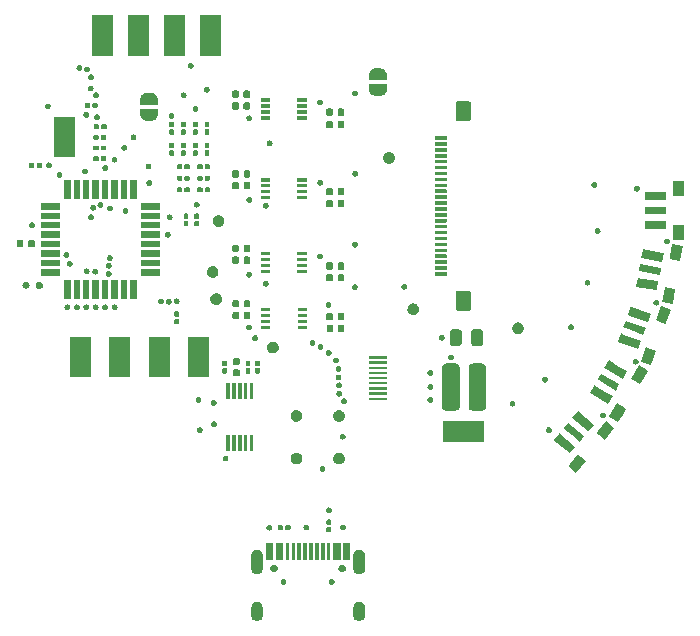
<source format=gts>
%TF.GenerationSoftware,KiCad,Pcbnew,8.0.9-8.0.9-0~ubuntu20.04.1*%
%TF.CreationDate,2025-05-20T18:40:30+02:00*%
%TF.ProjectId,tobo,746f626f-2e6b-4696-9361-645f70636258,rev?*%
%TF.SameCoordinates,Original*%
%TF.FileFunction,Soldermask,Top*%
%TF.FilePolarity,Negative*%
%FSLAX46Y46*%
G04 Gerber Fmt 4.6, Leading zero omitted, Abs format (unit mm)*
G04 Created by KiCad (PCBNEW 8.0.9-8.0.9-0~ubuntu20.04.1) date 2025-05-20 18:40:30*
%MOMM*%
%LPD*%
G01*
G04 APERTURE LIST*
G04 APERTURE END LIST*
G36*
X135851342Y-123288060D02*
G01*
X135964381Y-123353323D01*
X136056677Y-123445619D01*
X136121940Y-123558658D01*
X136155722Y-123684737D01*
X136160000Y-123750000D01*
X136160000Y-124350000D01*
X136155722Y-124415263D01*
X136121940Y-124541342D01*
X136056677Y-124654381D01*
X135964381Y-124746677D01*
X135851342Y-124811940D01*
X135725263Y-124845722D01*
X135594737Y-124845722D01*
X135468658Y-124811940D01*
X135355619Y-124746677D01*
X135263323Y-124654381D01*
X135198060Y-124541342D01*
X135164278Y-124415263D01*
X135160000Y-124350000D01*
X135160000Y-123750000D01*
X135164278Y-123684737D01*
X135198060Y-123558658D01*
X135263323Y-123445619D01*
X135355619Y-123353323D01*
X135468658Y-123288060D01*
X135594737Y-123254278D01*
X135725263Y-123254278D01*
X135851342Y-123288060D01*
G37*
G36*
X144491342Y-123288060D02*
G01*
X144604381Y-123353323D01*
X144696677Y-123445619D01*
X144761940Y-123558658D01*
X144795722Y-123684737D01*
X144800000Y-123750000D01*
X144800000Y-124350000D01*
X144795722Y-124415263D01*
X144761940Y-124541342D01*
X144696677Y-124654381D01*
X144604381Y-124746677D01*
X144491342Y-124811940D01*
X144365263Y-124845722D01*
X144234737Y-124845722D01*
X144108658Y-124811940D01*
X143995619Y-124746677D01*
X143903323Y-124654381D01*
X143838060Y-124541342D01*
X143804278Y-124415263D01*
X143800000Y-124350000D01*
X143800000Y-123750000D01*
X143804278Y-123684737D01*
X143838060Y-123558658D01*
X143903323Y-123445619D01*
X143995619Y-123353323D01*
X144108658Y-123288060D01*
X144234737Y-123254278D01*
X144365263Y-123254278D01*
X144491342Y-123288060D01*
G37*
G36*
X137922975Y-121304570D02*
G01*
X137943275Y-121304570D01*
X137967740Y-121313474D01*
X137995671Y-121319030D01*
X138010823Y-121329154D01*
X138024610Y-121334172D01*
X138049145Y-121354760D01*
X138076777Y-121373223D01*
X138083961Y-121383974D01*
X138090909Y-121389805D01*
X138110313Y-121423413D01*
X138130970Y-121454329D01*
X138132445Y-121461748D01*
X138134187Y-121464764D01*
X138143096Y-121515292D01*
X138150000Y-121550000D01*
X138143095Y-121584710D01*
X138134187Y-121635235D01*
X138132446Y-121638250D01*
X138130970Y-121645671D01*
X138110308Y-121676592D01*
X138090909Y-121710194D01*
X138083962Y-121716022D01*
X138076777Y-121726777D01*
X138049139Y-121745243D01*
X138024610Y-121765827D01*
X138010825Y-121770843D01*
X137995671Y-121780970D01*
X137967739Y-121786525D01*
X137943275Y-121795430D01*
X137922975Y-121795430D01*
X137900000Y-121800000D01*
X137877025Y-121795430D01*
X137856725Y-121795430D01*
X137832260Y-121786525D01*
X137804329Y-121780970D01*
X137789175Y-121770844D01*
X137775389Y-121765827D01*
X137750855Y-121745240D01*
X137723223Y-121726777D01*
X137716038Y-121716024D01*
X137709090Y-121710194D01*
X137689683Y-121676581D01*
X137669030Y-121645671D01*
X137667554Y-121638253D01*
X137665812Y-121635235D01*
X137656895Y-121584666D01*
X137650000Y-121550000D01*
X137656894Y-121515336D01*
X137665812Y-121464764D01*
X137667554Y-121461745D01*
X137669030Y-121454329D01*
X137689677Y-121423427D01*
X137709089Y-121389806D01*
X137716039Y-121383973D01*
X137723223Y-121373223D01*
X137750852Y-121354761D01*
X137775390Y-121334172D01*
X137789176Y-121329154D01*
X137804329Y-121319030D01*
X137832259Y-121313474D01*
X137856725Y-121304570D01*
X137877025Y-121304570D01*
X137900000Y-121300000D01*
X137922975Y-121304570D01*
G37*
G36*
X142022975Y-121304570D02*
G01*
X142043275Y-121304570D01*
X142067740Y-121313474D01*
X142095671Y-121319030D01*
X142110823Y-121329154D01*
X142124610Y-121334172D01*
X142149145Y-121354760D01*
X142176777Y-121373223D01*
X142183961Y-121383974D01*
X142190909Y-121389805D01*
X142210313Y-121423413D01*
X142230970Y-121454329D01*
X142232445Y-121461748D01*
X142234187Y-121464764D01*
X142243096Y-121515292D01*
X142250000Y-121550000D01*
X142243095Y-121584710D01*
X142234187Y-121635235D01*
X142232446Y-121638250D01*
X142230970Y-121645671D01*
X142210308Y-121676592D01*
X142190909Y-121710194D01*
X142183962Y-121716022D01*
X142176777Y-121726777D01*
X142149139Y-121745243D01*
X142124610Y-121765827D01*
X142110825Y-121770843D01*
X142095671Y-121780970D01*
X142067739Y-121786525D01*
X142043275Y-121795430D01*
X142022975Y-121795430D01*
X142000000Y-121800000D01*
X141977025Y-121795430D01*
X141956725Y-121795430D01*
X141932260Y-121786525D01*
X141904329Y-121780970D01*
X141889175Y-121770844D01*
X141875389Y-121765827D01*
X141850855Y-121745240D01*
X141823223Y-121726777D01*
X141816038Y-121716024D01*
X141809090Y-121710194D01*
X141789683Y-121676581D01*
X141769030Y-121645671D01*
X141767554Y-121638253D01*
X141765812Y-121635235D01*
X141756895Y-121584666D01*
X141750000Y-121550000D01*
X141756894Y-121515336D01*
X141765812Y-121464764D01*
X141767554Y-121461745D01*
X141769030Y-121454329D01*
X141789677Y-121423427D01*
X141809089Y-121389806D01*
X141816039Y-121383973D01*
X141823223Y-121373223D01*
X141850852Y-121354761D01*
X141875390Y-121334172D01*
X141889176Y-121329154D01*
X141904329Y-121319030D01*
X141932259Y-121313474D01*
X141956725Y-121304570D01*
X141977025Y-121304570D01*
X142000000Y-121300000D01*
X142022975Y-121304570D01*
G37*
G36*
X135851342Y-118858060D02*
G01*
X135964381Y-118923323D01*
X136056677Y-119015619D01*
X136121940Y-119128658D01*
X136155722Y-119254737D01*
X136160000Y-119320000D01*
X136160000Y-120420000D01*
X136155722Y-120485263D01*
X136121940Y-120611342D01*
X136056677Y-120724381D01*
X135964381Y-120816677D01*
X135851342Y-120881940D01*
X135725263Y-120915722D01*
X135594737Y-120915722D01*
X135468658Y-120881940D01*
X135355619Y-120816677D01*
X135263323Y-120724381D01*
X135198060Y-120611342D01*
X135164278Y-120485263D01*
X135160000Y-120420000D01*
X135160000Y-119320000D01*
X135164278Y-119254737D01*
X135198060Y-119128658D01*
X135263323Y-119015619D01*
X135355619Y-118923323D01*
X135468658Y-118858060D01*
X135594737Y-118824278D01*
X135725263Y-118824278D01*
X135851342Y-118858060D01*
G37*
G36*
X144491342Y-118858060D02*
G01*
X144604381Y-118923323D01*
X144696677Y-119015619D01*
X144761940Y-119128658D01*
X144795722Y-119254737D01*
X144800000Y-119320000D01*
X144800000Y-120420000D01*
X144795722Y-120485263D01*
X144761940Y-120611342D01*
X144696677Y-120724381D01*
X144604381Y-120816677D01*
X144491342Y-120881940D01*
X144365263Y-120915722D01*
X144234737Y-120915722D01*
X144108658Y-120881940D01*
X143995619Y-120816677D01*
X143903323Y-120724381D01*
X143838060Y-120611342D01*
X143804278Y-120485263D01*
X143800000Y-120420000D01*
X143800000Y-119320000D01*
X143804278Y-119254737D01*
X143838060Y-119128658D01*
X143903323Y-119015619D01*
X143995619Y-118923323D01*
X144108658Y-118858060D01*
X144234737Y-118824278D01*
X144365263Y-118824278D01*
X144491342Y-118858060D01*
G37*
G36*
X137117174Y-120079937D02*
G01*
X137146436Y-120079937D01*
X137168978Y-120088141D01*
X137190237Y-120091509D01*
X137220265Y-120106809D01*
X137252500Y-120118542D01*
X137266735Y-120130487D01*
X137280658Y-120137581D01*
X137309175Y-120166098D01*
X137338964Y-120191094D01*
X137345511Y-120202434D01*
X137352418Y-120209341D01*
X137374345Y-120252375D01*
X137395400Y-120288843D01*
X137396708Y-120296266D01*
X137398490Y-120299762D01*
X137408770Y-120364668D01*
X137415000Y-120400000D01*
X137408769Y-120435335D01*
X137398490Y-120500237D01*
X137396709Y-120503731D01*
X137395400Y-120511157D01*
X137374340Y-120547631D01*
X137352418Y-120590658D01*
X137345512Y-120597563D01*
X137338964Y-120608906D01*
X137309168Y-120633907D01*
X137280658Y-120662418D01*
X137266738Y-120669510D01*
X137252500Y-120681458D01*
X137220258Y-120693193D01*
X137190237Y-120708490D01*
X137168983Y-120711856D01*
X137146436Y-120720063D01*
X137117168Y-120720063D01*
X137090000Y-120724366D01*
X137062832Y-120720063D01*
X137033564Y-120720063D01*
X137011017Y-120711856D01*
X136989762Y-120708490D01*
X136959737Y-120693191D01*
X136927500Y-120681458D01*
X136913262Y-120669511D01*
X136899341Y-120662418D01*
X136870824Y-120633901D01*
X136841036Y-120608906D01*
X136834488Y-120597565D01*
X136827581Y-120590658D01*
X136805650Y-120547617D01*
X136784600Y-120511157D01*
X136783291Y-120503734D01*
X136781509Y-120500237D01*
X136771220Y-120435279D01*
X136765000Y-120400000D01*
X136771220Y-120364723D01*
X136781509Y-120299762D01*
X136783291Y-120296263D01*
X136784600Y-120288843D01*
X136805646Y-120252390D01*
X136827581Y-120209341D01*
X136834489Y-120202432D01*
X136841036Y-120191094D01*
X136870818Y-120166103D01*
X136899341Y-120137581D01*
X136913265Y-120130485D01*
X136927500Y-120118542D01*
X136959731Y-120106810D01*
X136989762Y-120091509D01*
X137011022Y-120088141D01*
X137033564Y-120079937D01*
X137062825Y-120079937D01*
X137090000Y-120075633D01*
X137117174Y-120079937D01*
G37*
G36*
X142897174Y-120079937D02*
G01*
X142926436Y-120079937D01*
X142948978Y-120088141D01*
X142970237Y-120091509D01*
X143000265Y-120106809D01*
X143032500Y-120118542D01*
X143046735Y-120130487D01*
X143060658Y-120137581D01*
X143089175Y-120166098D01*
X143118964Y-120191094D01*
X143125511Y-120202434D01*
X143132418Y-120209341D01*
X143154345Y-120252375D01*
X143175400Y-120288843D01*
X143176708Y-120296266D01*
X143178490Y-120299762D01*
X143188770Y-120364668D01*
X143195000Y-120400000D01*
X143188769Y-120435335D01*
X143178490Y-120500237D01*
X143176709Y-120503731D01*
X143175400Y-120511157D01*
X143154340Y-120547631D01*
X143132418Y-120590658D01*
X143125512Y-120597563D01*
X143118964Y-120608906D01*
X143089168Y-120633907D01*
X143060658Y-120662418D01*
X143046738Y-120669510D01*
X143032500Y-120681458D01*
X143000258Y-120693193D01*
X142970237Y-120708490D01*
X142948983Y-120711856D01*
X142926436Y-120720063D01*
X142897168Y-120720063D01*
X142870000Y-120724366D01*
X142842832Y-120720063D01*
X142813564Y-120720063D01*
X142791017Y-120711856D01*
X142769762Y-120708490D01*
X142739737Y-120693191D01*
X142707500Y-120681458D01*
X142693262Y-120669511D01*
X142679341Y-120662418D01*
X142650824Y-120633901D01*
X142621036Y-120608906D01*
X142614488Y-120597565D01*
X142607581Y-120590658D01*
X142585650Y-120547617D01*
X142564600Y-120511157D01*
X142563291Y-120503734D01*
X142561509Y-120500237D01*
X142551220Y-120435279D01*
X142545000Y-120400000D01*
X142551220Y-120364723D01*
X142561509Y-120299762D01*
X142563291Y-120296263D01*
X142564600Y-120288843D01*
X142585646Y-120252390D01*
X142607581Y-120209341D01*
X142614489Y-120202432D01*
X142621036Y-120191094D01*
X142650818Y-120166103D01*
X142679341Y-120137581D01*
X142693265Y-120130485D01*
X142707500Y-120118542D01*
X142739731Y-120106810D01*
X142769762Y-120091509D01*
X142791022Y-120088141D01*
X142813564Y-120079937D01*
X142842825Y-120079937D01*
X142870000Y-120075633D01*
X142897174Y-120079937D01*
G37*
G36*
X137030000Y-119680000D02*
G01*
X136430000Y-119680000D01*
X136430000Y-118230000D01*
X137030000Y-118230000D01*
X137030000Y-119680000D01*
G37*
G36*
X137830000Y-119680000D02*
G01*
X137230000Y-119680000D01*
X137230000Y-118230000D01*
X137830000Y-118230000D01*
X137830000Y-119680000D01*
G37*
G36*
X138380000Y-119680000D02*
G01*
X138080000Y-119680000D01*
X138080000Y-118230000D01*
X138380000Y-118230000D01*
X138380000Y-119680000D01*
G37*
G36*
X138880000Y-119680000D02*
G01*
X138580000Y-119680000D01*
X138580000Y-118230000D01*
X138880000Y-118230000D01*
X138880000Y-119680000D01*
G37*
G36*
X139380000Y-119680000D02*
G01*
X139080000Y-119680000D01*
X139080000Y-118230000D01*
X139380000Y-118230000D01*
X139380000Y-119680000D01*
G37*
G36*
X139880000Y-119680000D02*
G01*
X139580000Y-119680000D01*
X139580000Y-118230000D01*
X139880000Y-118230000D01*
X139880000Y-119680000D01*
G37*
G36*
X140380000Y-119680000D02*
G01*
X140080000Y-119680000D01*
X140080000Y-118230000D01*
X140380000Y-118230000D01*
X140380000Y-119680000D01*
G37*
G36*
X140880000Y-119680000D02*
G01*
X140580000Y-119680000D01*
X140580000Y-118230000D01*
X140880000Y-118230000D01*
X140880000Y-119680000D01*
G37*
G36*
X141380000Y-119680000D02*
G01*
X141080000Y-119680000D01*
X141080000Y-118230000D01*
X141380000Y-118230000D01*
X141380000Y-119680000D01*
G37*
G36*
X141880000Y-119680000D02*
G01*
X141580000Y-119680000D01*
X141580000Y-118230000D01*
X141880000Y-118230000D01*
X141880000Y-119680000D01*
G37*
G36*
X142730000Y-119680000D02*
G01*
X142130000Y-119680000D01*
X142130000Y-118230000D01*
X142730000Y-118230000D01*
X142730000Y-119680000D01*
G37*
G36*
X143530000Y-119680000D02*
G01*
X142930000Y-119680000D01*
X142930000Y-118230000D01*
X143530000Y-118230000D01*
X143530000Y-119680000D01*
G37*
G36*
X141873268Y-116907612D02*
G01*
X141905711Y-116929289D01*
X141927388Y-116961732D01*
X141935000Y-117000000D01*
X141935000Y-117260000D01*
X141927388Y-117298268D01*
X141905711Y-117330711D01*
X141873268Y-117352388D01*
X141835000Y-117360000D01*
X141635000Y-117360000D01*
X141596732Y-117352388D01*
X141564289Y-117330711D01*
X141542612Y-117298268D01*
X141535000Y-117260000D01*
X141535000Y-117000000D01*
X141542612Y-116961732D01*
X141564289Y-116929289D01*
X141596732Y-116907612D01*
X141635000Y-116900000D01*
X141835000Y-116900000D01*
X141873268Y-116907612D01*
G37*
G36*
X136722975Y-116704570D02*
G01*
X136743275Y-116704570D01*
X136767740Y-116713474D01*
X136795671Y-116719030D01*
X136810823Y-116729154D01*
X136824610Y-116734172D01*
X136849145Y-116754760D01*
X136876777Y-116773223D01*
X136883961Y-116783974D01*
X136890909Y-116789805D01*
X136910313Y-116823413D01*
X136930970Y-116854329D01*
X136932445Y-116861748D01*
X136934187Y-116864764D01*
X136943096Y-116915292D01*
X136950000Y-116950000D01*
X136943095Y-116984710D01*
X136934187Y-117035235D01*
X136932446Y-117038250D01*
X136930970Y-117045671D01*
X136910308Y-117076592D01*
X136890909Y-117110194D01*
X136883962Y-117116022D01*
X136876777Y-117126777D01*
X136849139Y-117145243D01*
X136824610Y-117165827D01*
X136810825Y-117170843D01*
X136795671Y-117180970D01*
X136767739Y-117186525D01*
X136743275Y-117195430D01*
X136722975Y-117195430D01*
X136700000Y-117200000D01*
X136677025Y-117195430D01*
X136656725Y-117195430D01*
X136632260Y-117186525D01*
X136604329Y-117180970D01*
X136589175Y-117170844D01*
X136575389Y-117165827D01*
X136550855Y-117145240D01*
X136523223Y-117126777D01*
X136516038Y-117116024D01*
X136509090Y-117110194D01*
X136489683Y-117076581D01*
X136469030Y-117045671D01*
X136467554Y-117038253D01*
X136465812Y-117035235D01*
X136456895Y-116984666D01*
X136450000Y-116950000D01*
X136456894Y-116915336D01*
X136465812Y-116864764D01*
X136467554Y-116861745D01*
X136469030Y-116854329D01*
X136489677Y-116823427D01*
X136509089Y-116789806D01*
X136516039Y-116783973D01*
X136523223Y-116773223D01*
X136550852Y-116754761D01*
X136575390Y-116734172D01*
X136589176Y-116729154D01*
X136604329Y-116719030D01*
X136632259Y-116713474D01*
X136656725Y-116704570D01*
X136677025Y-116704570D01*
X136700000Y-116700000D01*
X136722975Y-116704570D01*
G37*
G36*
X142956975Y-116704570D02*
G01*
X142977275Y-116704570D01*
X143001740Y-116713474D01*
X143029671Y-116719030D01*
X143044823Y-116729154D01*
X143058610Y-116734172D01*
X143083145Y-116754760D01*
X143110777Y-116773223D01*
X143117961Y-116783974D01*
X143124909Y-116789805D01*
X143144313Y-116823413D01*
X143164970Y-116854329D01*
X143166445Y-116861748D01*
X143168187Y-116864764D01*
X143177096Y-116915292D01*
X143184000Y-116950000D01*
X143177095Y-116984710D01*
X143168187Y-117035235D01*
X143166446Y-117038250D01*
X143164970Y-117045671D01*
X143144308Y-117076592D01*
X143124909Y-117110194D01*
X143117962Y-117116022D01*
X143110777Y-117126777D01*
X143083139Y-117145243D01*
X143058610Y-117165827D01*
X143044825Y-117170843D01*
X143029671Y-117180970D01*
X143001739Y-117186525D01*
X142977275Y-117195430D01*
X142956975Y-117195430D01*
X142934000Y-117200000D01*
X142911025Y-117195430D01*
X142890725Y-117195430D01*
X142866260Y-117186525D01*
X142838329Y-117180970D01*
X142823175Y-117170844D01*
X142809389Y-117165827D01*
X142784855Y-117145240D01*
X142757223Y-117126777D01*
X142750038Y-117116024D01*
X142743090Y-117110194D01*
X142723683Y-117076581D01*
X142703030Y-117045671D01*
X142701554Y-117038253D01*
X142699812Y-117035235D01*
X142690895Y-116984666D01*
X142684000Y-116950000D01*
X142690894Y-116915336D01*
X142699812Y-116864764D01*
X142701554Y-116861745D01*
X142703030Y-116854329D01*
X142723677Y-116823427D01*
X142743089Y-116789806D01*
X142750039Y-116783973D01*
X142757223Y-116773223D01*
X142784852Y-116754761D01*
X142809390Y-116734172D01*
X142823176Y-116729154D01*
X142838329Y-116719030D01*
X142866259Y-116713474D01*
X142890725Y-116704570D01*
X142911025Y-116704570D01*
X142934000Y-116700000D01*
X142956975Y-116704570D01*
G37*
G36*
X139862975Y-116694570D02*
G01*
X139883275Y-116694570D01*
X139907740Y-116703474D01*
X139935671Y-116709030D01*
X139950823Y-116719154D01*
X139964610Y-116724172D01*
X139989145Y-116744760D01*
X140016777Y-116763223D01*
X140023961Y-116773974D01*
X140030909Y-116779805D01*
X140050313Y-116813413D01*
X140070970Y-116844329D01*
X140072445Y-116851748D01*
X140074187Y-116854764D01*
X140083096Y-116905292D01*
X140090000Y-116940000D01*
X140083095Y-116974710D01*
X140074187Y-117025235D01*
X140072446Y-117028250D01*
X140070970Y-117035671D01*
X140050308Y-117066592D01*
X140030909Y-117100194D01*
X140023962Y-117106022D01*
X140016777Y-117116777D01*
X139989139Y-117135243D01*
X139964610Y-117155827D01*
X139950825Y-117160843D01*
X139935671Y-117170970D01*
X139907739Y-117176525D01*
X139883275Y-117185430D01*
X139862975Y-117185430D01*
X139840000Y-117190000D01*
X139817025Y-117185430D01*
X139796725Y-117185430D01*
X139772260Y-117176525D01*
X139744329Y-117170970D01*
X139729175Y-117160844D01*
X139715389Y-117155827D01*
X139690855Y-117135240D01*
X139663223Y-117116777D01*
X139656038Y-117106024D01*
X139649090Y-117100194D01*
X139629683Y-117066581D01*
X139609030Y-117035671D01*
X139607554Y-117028253D01*
X139605812Y-117025235D01*
X139596895Y-116974666D01*
X139590000Y-116940000D01*
X139596894Y-116905336D01*
X139605812Y-116854764D01*
X139607554Y-116851745D01*
X139609030Y-116844329D01*
X139629677Y-116813427D01*
X139649089Y-116779806D01*
X139656039Y-116773973D01*
X139663223Y-116763223D01*
X139690852Y-116744761D01*
X139715390Y-116724172D01*
X139729176Y-116719154D01*
X139744329Y-116709030D01*
X139772259Y-116703474D01*
X139796725Y-116694570D01*
X139817025Y-116694570D01*
X139840000Y-116690000D01*
X139862975Y-116694570D01*
G37*
G36*
X137798268Y-116757612D02*
G01*
X137830711Y-116779289D01*
X137852388Y-116811732D01*
X137860000Y-116850000D01*
X137860000Y-117050000D01*
X137852388Y-117088268D01*
X137830711Y-117120711D01*
X137798268Y-117142388D01*
X137760000Y-117150000D01*
X137500000Y-117150000D01*
X137461732Y-117142388D01*
X137429289Y-117120711D01*
X137407612Y-117088268D01*
X137400000Y-117050000D01*
X137400000Y-116850000D01*
X137407612Y-116811732D01*
X137429289Y-116779289D01*
X137461732Y-116757612D01*
X137500000Y-116750000D01*
X137760000Y-116750000D01*
X137798268Y-116757612D01*
G37*
G36*
X138438268Y-116757612D02*
G01*
X138470711Y-116779289D01*
X138492388Y-116811732D01*
X138500000Y-116850000D01*
X138500000Y-117050000D01*
X138492388Y-117088268D01*
X138470711Y-117120711D01*
X138438268Y-117142388D01*
X138400000Y-117150000D01*
X138140000Y-117150000D01*
X138101732Y-117142388D01*
X138069289Y-117120711D01*
X138047612Y-117088268D01*
X138040000Y-117050000D01*
X138040000Y-116850000D01*
X138047612Y-116811732D01*
X138069289Y-116779289D01*
X138101732Y-116757612D01*
X138140000Y-116750000D01*
X138400000Y-116750000D01*
X138438268Y-116757612D01*
G37*
G36*
X141873268Y-116267612D02*
G01*
X141905711Y-116289289D01*
X141927388Y-116321732D01*
X141935000Y-116360000D01*
X141935000Y-116620000D01*
X141927388Y-116658268D01*
X141905711Y-116690711D01*
X141873268Y-116712388D01*
X141835000Y-116720000D01*
X141635000Y-116720000D01*
X141596732Y-116712388D01*
X141564289Y-116690711D01*
X141542612Y-116658268D01*
X141535000Y-116620000D01*
X141535000Y-116360000D01*
X141542612Y-116321732D01*
X141564289Y-116289289D01*
X141596732Y-116267612D01*
X141635000Y-116260000D01*
X141835000Y-116260000D01*
X141873268Y-116267612D01*
G37*
G36*
X141772975Y-115244570D02*
G01*
X141793275Y-115244570D01*
X141817740Y-115253474D01*
X141845671Y-115259030D01*
X141860823Y-115269154D01*
X141874610Y-115274172D01*
X141899145Y-115294760D01*
X141926777Y-115313223D01*
X141933961Y-115323974D01*
X141940909Y-115329805D01*
X141960313Y-115363413D01*
X141980970Y-115394329D01*
X141982445Y-115401748D01*
X141984187Y-115404764D01*
X141993096Y-115455292D01*
X142000000Y-115490000D01*
X141993095Y-115524710D01*
X141984187Y-115575235D01*
X141982446Y-115578250D01*
X141980970Y-115585671D01*
X141960308Y-115616592D01*
X141940909Y-115650194D01*
X141933962Y-115656022D01*
X141926777Y-115666777D01*
X141899139Y-115685243D01*
X141874610Y-115705827D01*
X141860825Y-115710843D01*
X141845671Y-115720970D01*
X141817739Y-115726525D01*
X141793275Y-115735430D01*
X141772975Y-115735430D01*
X141750000Y-115740000D01*
X141727025Y-115735430D01*
X141706725Y-115735430D01*
X141682260Y-115726525D01*
X141654329Y-115720970D01*
X141639175Y-115710844D01*
X141625389Y-115705827D01*
X141600855Y-115685240D01*
X141573223Y-115666777D01*
X141566038Y-115656024D01*
X141559090Y-115650194D01*
X141539683Y-115616581D01*
X141519030Y-115585671D01*
X141517554Y-115578253D01*
X141515812Y-115575235D01*
X141506895Y-115524666D01*
X141500000Y-115490000D01*
X141506894Y-115455336D01*
X141515812Y-115404764D01*
X141517554Y-115401745D01*
X141519030Y-115394329D01*
X141539677Y-115363427D01*
X141559089Y-115329806D01*
X141566039Y-115323973D01*
X141573223Y-115313223D01*
X141600852Y-115294761D01*
X141625390Y-115274172D01*
X141639176Y-115269154D01*
X141654329Y-115259030D01*
X141682259Y-115253474D01*
X141706725Y-115244570D01*
X141727025Y-115244570D01*
X141750000Y-115240000D01*
X141772975Y-115244570D01*
G37*
G36*
X163098971Y-110959134D02*
G01*
X163538697Y-111328107D01*
X163538699Y-111328110D01*
X163542532Y-111331326D01*
X162706908Y-112327183D01*
X162305069Y-111990000D01*
X162021302Y-111751892D01*
X162021299Y-111751889D01*
X162017468Y-111748674D01*
X162198748Y-111532633D01*
X162849875Y-110756650D01*
X162849877Y-110756648D01*
X162853092Y-110752817D01*
X163098971Y-110959134D01*
G37*
G36*
X141232975Y-111744570D02*
G01*
X141253275Y-111744570D01*
X141277740Y-111753474D01*
X141305671Y-111759030D01*
X141320823Y-111769154D01*
X141334610Y-111774172D01*
X141359145Y-111794760D01*
X141386777Y-111813223D01*
X141393961Y-111823974D01*
X141400909Y-111829805D01*
X141420313Y-111863413D01*
X141440970Y-111894329D01*
X141442445Y-111901748D01*
X141444187Y-111904764D01*
X141453096Y-111955292D01*
X141460000Y-111990000D01*
X141453095Y-112024710D01*
X141444187Y-112075235D01*
X141442446Y-112078250D01*
X141440970Y-112085671D01*
X141420308Y-112116592D01*
X141400909Y-112150194D01*
X141393962Y-112156022D01*
X141386777Y-112166777D01*
X141359139Y-112185243D01*
X141334610Y-112205827D01*
X141320825Y-112210843D01*
X141305671Y-112220970D01*
X141277739Y-112226525D01*
X141253275Y-112235430D01*
X141232975Y-112235430D01*
X141210000Y-112240000D01*
X141187025Y-112235430D01*
X141166725Y-112235430D01*
X141142260Y-112226525D01*
X141114329Y-112220970D01*
X141099175Y-112210844D01*
X141085389Y-112205827D01*
X141060855Y-112185240D01*
X141033223Y-112166777D01*
X141026038Y-112156024D01*
X141019090Y-112150194D01*
X140999683Y-112116581D01*
X140979030Y-112085671D01*
X140977554Y-112078253D01*
X140975812Y-112075235D01*
X140966895Y-112024666D01*
X140960000Y-111990000D01*
X140966894Y-111955336D01*
X140975812Y-111904764D01*
X140977554Y-111901745D01*
X140979030Y-111894329D01*
X140999677Y-111863427D01*
X141019089Y-111829806D01*
X141026039Y-111823973D01*
X141033223Y-111813223D01*
X141060852Y-111794761D01*
X141085390Y-111774172D01*
X141099176Y-111769154D01*
X141114329Y-111759030D01*
X141142259Y-111753474D01*
X141166725Y-111744570D01*
X141187025Y-111744570D01*
X141210000Y-111740000D01*
X141232975Y-111744570D01*
G37*
G36*
X139035333Y-110605089D02*
G01*
X139071157Y-110605089D01*
X139100277Y-110613639D01*
X139129295Y-110617460D01*
X139168271Y-110633604D01*
X139207708Y-110645184D01*
X139228523Y-110658561D01*
X139249780Y-110667366D01*
X139288734Y-110697256D01*
X139327430Y-110722125D01*
X139339903Y-110736520D01*
X139353243Y-110746756D01*
X139387824Y-110791824D01*
X139420627Y-110829680D01*
X139426146Y-110841767D01*
X139432633Y-110850220D01*
X139458242Y-110912046D01*
X139479746Y-110959134D01*
X139480809Y-110966529D01*
X139482539Y-110970705D01*
X139494804Y-111063866D01*
X139500000Y-111100000D01*
X139494804Y-111136133D01*
X139482539Y-111229295D01*
X139480809Y-111233470D01*
X139479746Y-111240866D01*
X139458242Y-111287953D01*
X139432633Y-111349780D01*
X139426147Y-111358232D01*
X139420627Y-111370320D01*
X139387820Y-111408180D01*
X139353243Y-111453243D01*
X139339906Y-111463476D01*
X139327430Y-111477875D01*
X139288726Y-111502748D01*
X139249780Y-111532633D01*
X139228527Y-111541435D01*
X139207708Y-111554816D01*
X139168262Y-111566398D01*
X139129295Y-111582539D01*
X139100283Y-111586358D01*
X139071157Y-111594911D01*
X139035326Y-111594911D01*
X139000000Y-111599562D01*
X138964674Y-111594911D01*
X138928843Y-111594911D01*
X138899716Y-111586358D01*
X138870704Y-111582539D01*
X138831733Y-111566397D01*
X138792292Y-111554816D01*
X138771473Y-111541437D01*
X138750219Y-111532633D01*
X138711267Y-111502744D01*
X138672570Y-111477875D01*
X138660095Y-111463478D01*
X138646756Y-111453243D01*
X138612170Y-111408170D01*
X138579373Y-111370320D01*
X138573854Y-111358235D01*
X138567366Y-111349780D01*
X138541747Y-111287929D01*
X138520254Y-111240866D01*
X138519191Y-111233474D01*
X138517460Y-111229295D01*
X138505183Y-111136050D01*
X138500000Y-111100000D01*
X138505183Y-111063949D01*
X138517460Y-110970705D01*
X138519191Y-110966525D01*
X138520254Y-110959134D01*
X138541747Y-110912070D01*
X138567366Y-110850220D01*
X138573854Y-110841763D01*
X138579373Y-110829680D01*
X138612166Y-110791834D01*
X138646756Y-110746756D01*
X138660098Y-110736518D01*
X138672570Y-110722125D01*
X138711263Y-110697258D01*
X138750220Y-110667366D01*
X138771476Y-110658561D01*
X138792292Y-110645184D01*
X138831728Y-110633604D01*
X138870705Y-110617460D01*
X138899722Y-110613639D01*
X138928843Y-110605089D01*
X138964667Y-110605089D01*
X139000000Y-110600437D01*
X139035333Y-110605089D01*
G37*
G36*
X142635333Y-110605089D02*
G01*
X142671157Y-110605089D01*
X142700277Y-110613639D01*
X142729295Y-110617460D01*
X142768271Y-110633604D01*
X142807708Y-110645184D01*
X142828523Y-110658561D01*
X142849780Y-110667366D01*
X142888734Y-110697256D01*
X142927430Y-110722125D01*
X142939903Y-110736520D01*
X142953243Y-110746756D01*
X142987824Y-110791824D01*
X143020627Y-110829680D01*
X143026146Y-110841767D01*
X143032633Y-110850220D01*
X143058242Y-110912046D01*
X143079746Y-110959134D01*
X143080809Y-110966529D01*
X143082539Y-110970705D01*
X143094804Y-111063866D01*
X143100000Y-111100000D01*
X143094804Y-111136133D01*
X143082539Y-111229295D01*
X143080809Y-111233470D01*
X143079746Y-111240866D01*
X143058242Y-111287953D01*
X143032633Y-111349780D01*
X143026147Y-111358232D01*
X143020627Y-111370320D01*
X142987820Y-111408180D01*
X142953243Y-111453243D01*
X142939906Y-111463476D01*
X142927430Y-111477875D01*
X142888726Y-111502748D01*
X142849780Y-111532633D01*
X142828527Y-111541435D01*
X142807708Y-111554816D01*
X142768262Y-111566398D01*
X142729295Y-111582539D01*
X142700283Y-111586358D01*
X142671157Y-111594911D01*
X142635326Y-111594911D01*
X142600000Y-111599562D01*
X142564674Y-111594911D01*
X142528843Y-111594911D01*
X142499716Y-111586358D01*
X142470704Y-111582539D01*
X142431733Y-111566397D01*
X142392292Y-111554816D01*
X142371473Y-111541437D01*
X142350219Y-111532633D01*
X142311267Y-111502744D01*
X142272570Y-111477875D01*
X142260095Y-111463478D01*
X142246756Y-111453243D01*
X142212170Y-111408170D01*
X142179373Y-111370320D01*
X142173854Y-111358235D01*
X142167366Y-111349780D01*
X142141747Y-111287929D01*
X142120254Y-111240866D01*
X142119191Y-111233474D01*
X142117460Y-111229295D01*
X142105183Y-111136050D01*
X142100000Y-111100000D01*
X142105183Y-111063949D01*
X142117460Y-110970705D01*
X142119191Y-110966525D01*
X142120254Y-110959134D01*
X142141747Y-110912070D01*
X142167366Y-110850220D01*
X142173854Y-110841763D01*
X142179373Y-110829680D01*
X142212166Y-110791834D01*
X142246756Y-110746756D01*
X142260098Y-110736518D01*
X142272570Y-110722125D01*
X142311263Y-110697258D01*
X142350220Y-110667366D01*
X142371476Y-110658561D01*
X142392292Y-110645184D01*
X142431728Y-110633604D01*
X142470705Y-110617460D01*
X142499722Y-110613639D01*
X142528843Y-110605089D01*
X142564667Y-110605089D01*
X142600000Y-110600437D01*
X142635333Y-110605089D01*
G37*
G36*
X133022975Y-110854570D02*
G01*
X133043275Y-110854570D01*
X133067740Y-110863474D01*
X133095671Y-110869030D01*
X133110823Y-110879154D01*
X133124610Y-110884172D01*
X133149145Y-110904760D01*
X133176777Y-110923223D01*
X133183961Y-110933974D01*
X133190909Y-110939805D01*
X133210313Y-110973413D01*
X133230970Y-111004329D01*
X133232445Y-111011748D01*
X133234187Y-111014764D01*
X133243096Y-111065292D01*
X133250000Y-111100000D01*
X133243095Y-111134710D01*
X133234187Y-111185235D01*
X133232446Y-111188250D01*
X133230970Y-111195671D01*
X133210308Y-111226592D01*
X133190909Y-111260194D01*
X133183962Y-111266022D01*
X133176777Y-111276777D01*
X133149139Y-111295243D01*
X133124610Y-111315827D01*
X133110825Y-111320843D01*
X133095671Y-111330970D01*
X133067739Y-111336525D01*
X133043275Y-111345430D01*
X133022975Y-111345430D01*
X133000000Y-111350000D01*
X132977025Y-111345430D01*
X132956725Y-111345430D01*
X132932260Y-111336525D01*
X132904329Y-111330970D01*
X132889175Y-111320844D01*
X132875389Y-111315827D01*
X132850855Y-111295240D01*
X132823223Y-111276777D01*
X132816038Y-111266024D01*
X132809090Y-111260194D01*
X132789683Y-111226581D01*
X132769030Y-111195671D01*
X132767554Y-111188253D01*
X132765812Y-111185235D01*
X132756895Y-111134666D01*
X132750000Y-111100000D01*
X132756894Y-111065336D01*
X132765812Y-111014764D01*
X132767554Y-111011745D01*
X132769030Y-111004329D01*
X132789677Y-110973427D01*
X132809089Y-110939806D01*
X132816039Y-110933973D01*
X132823223Y-110923223D01*
X132850852Y-110904761D01*
X132875390Y-110884172D01*
X132889176Y-110879154D01*
X132904329Y-110869030D01*
X132932259Y-110863474D01*
X132956725Y-110854570D01*
X132977025Y-110854570D01*
X133000000Y-110850000D01*
X133022975Y-110854570D01*
G37*
G36*
X162618441Y-110099029D02*
G01*
X162136351Y-110673563D01*
X160757471Y-109516545D01*
X160775189Y-109495430D01*
X161190903Y-109000000D01*
X161239561Y-108942011D01*
X162618441Y-110099029D01*
G37*
G36*
X133350000Y-110500000D02*
G01*
X133050000Y-110500000D01*
X133050000Y-109100000D01*
X133350000Y-109100000D01*
X133350000Y-110500000D01*
G37*
G36*
X133850000Y-110500000D02*
G01*
X133550000Y-110500000D01*
X133550000Y-109100000D01*
X133850000Y-109100000D01*
X133850000Y-110500000D01*
G37*
G36*
X134350000Y-110500000D02*
G01*
X134050000Y-110500000D01*
X134050000Y-109100000D01*
X134350000Y-109100000D01*
X134350000Y-110500000D01*
G37*
G36*
X134850000Y-110500000D02*
G01*
X134550000Y-110500000D01*
X134550000Y-109100000D01*
X134850000Y-109100000D01*
X134850000Y-110500000D01*
G37*
G36*
X135350000Y-110500000D02*
G01*
X135050000Y-110500000D01*
X135050000Y-109100000D01*
X135350000Y-109100000D01*
X135350000Y-110500000D01*
G37*
G36*
X154835000Y-109740000D02*
G01*
X151405000Y-109740000D01*
X151405000Y-107960000D01*
X154835000Y-107960000D01*
X154835000Y-109740000D01*
G37*
G36*
X162453049Y-108459030D02*
G01*
X163353812Y-109214859D01*
X163353814Y-109214862D01*
X163357647Y-109218078D01*
X162971975Y-109677704D01*
X162289453Y-109105000D01*
X161596929Y-108523904D01*
X161596926Y-108523901D01*
X161593095Y-108520686D01*
X161644017Y-108460000D01*
X161975549Y-108064894D01*
X161975551Y-108064891D01*
X161978767Y-108061060D01*
X162453049Y-108459030D01*
G37*
G36*
X142932975Y-109004570D02*
G01*
X142953275Y-109004570D01*
X142977740Y-109013474D01*
X143005671Y-109019030D01*
X143020823Y-109029154D01*
X143034610Y-109034172D01*
X143059145Y-109054760D01*
X143086777Y-109073223D01*
X143093961Y-109083974D01*
X143100909Y-109089805D01*
X143120313Y-109123413D01*
X143140970Y-109154329D01*
X143142445Y-109161748D01*
X143144187Y-109164764D01*
X143153096Y-109215292D01*
X143160000Y-109250000D01*
X143153095Y-109284710D01*
X143144187Y-109335235D01*
X143142446Y-109338250D01*
X143140970Y-109345671D01*
X143120308Y-109376592D01*
X143100909Y-109410194D01*
X143093962Y-109416022D01*
X143086777Y-109426777D01*
X143059139Y-109445243D01*
X143034610Y-109465827D01*
X143020825Y-109470843D01*
X143005671Y-109480970D01*
X142977739Y-109486525D01*
X142953275Y-109495430D01*
X142932975Y-109495430D01*
X142910000Y-109500000D01*
X142887025Y-109495430D01*
X142866725Y-109495430D01*
X142842260Y-109486525D01*
X142814329Y-109480970D01*
X142799175Y-109470844D01*
X142785389Y-109465827D01*
X142760855Y-109445240D01*
X142733223Y-109426777D01*
X142726038Y-109416024D01*
X142719090Y-109410194D01*
X142699683Y-109376581D01*
X142679030Y-109345671D01*
X142677554Y-109338253D01*
X142675812Y-109335235D01*
X142666895Y-109284666D01*
X142660000Y-109250000D01*
X142666894Y-109215336D01*
X142675812Y-109164764D01*
X142677554Y-109161745D01*
X142679030Y-109154329D01*
X142699677Y-109123427D01*
X142719089Y-109089806D01*
X142726039Y-109083973D01*
X142733223Y-109073223D01*
X142760852Y-109054761D01*
X142785390Y-109034172D01*
X142799176Y-109029154D01*
X142814329Y-109019030D01*
X142842259Y-109013474D01*
X142866725Y-109004570D01*
X142887025Y-109004570D01*
X142910000Y-109000000D01*
X142932975Y-109004570D01*
G37*
G36*
X165452924Y-108104329D02*
G01*
X165917011Y-108493743D01*
X165917013Y-108493746D01*
X165920846Y-108496962D01*
X165085222Y-109492819D01*
X164618068Y-109100830D01*
X164399616Y-108917528D01*
X164399613Y-108917525D01*
X164395782Y-108914310D01*
X164495698Y-108795235D01*
X165228189Y-107922286D01*
X165228191Y-107922284D01*
X165231406Y-107918453D01*
X165452924Y-108104329D01*
G37*
G36*
X130832975Y-108464570D02*
G01*
X130853275Y-108464570D01*
X130877740Y-108473474D01*
X130905671Y-108479030D01*
X130920823Y-108489154D01*
X130934610Y-108494172D01*
X130959145Y-108514760D01*
X130986777Y-108533223D01*
X130993961Y-108543974D01*
X131000909Y-108549805D01*
X131020313Y-108583413D01*
X131040970Y-108614329D01*
X131042445Y-108621748D01*
X131044187Y-108624764D01*
X131053096Y-108675292D01*
X131060000Y-108710000D01*
X131053095Y-108744710D01*
X131044187Y-108795235D01*
X131042446Y-108798250D01*
X131040970Y-108805671D01*
X131020308Y-108836592D01*
X131000909Y-108870194D01*
X130993962Y-108876022D01*
X130986777Y-108886777D01*
X130959139Y-108905243D01*
X130934610Y-108925827D01*
X130920825Y-108930843D01*
X130905671Y-108940970D01*
X130877739Y-108946525D01*
X130853275Y-108955430D01*
X130832975Y-108955430D01*
X130810000Y-108960000D01*
X130787025Y-108955430D01*
X130766725Y-108955430D01*
X130742260Y-108946525D01*
X130714329Y-108940970D01*
X130699175Y-108930844D01*
X130685389Y-108925827D01*
X130660855Y-108905240D01*
X130633223Y-108886777D01*
X130626038Y-108876024D01*
X130619090Y-108870194D01*
X130599683Y-108836581D01*
X130579030Y-108805671D01*
X130577554Y-108798253D01*
X130575812Y-108795235D01*
X130566895Y-108744666D01*
X130560000Y-108710000D01*
X130566894Y-108675336D01*
X130575812Y-108624764D01*
X130577554Y-108621745D01*
X130579030Y-108614329D01*
X130599677Y-108583427D01*
X130619089Y-108549806D01*
X130626039Y-108543973D01*
X130633223Y-108533223D01*
X130660852Y-108514761D01*
X130685390Y-108494172D01*
X130699176Y-108489154D01*
X130714329Y-108479030D01*
X130742259Y-108473474D01*
X130766725Y-108464570D01*
X130787025Y-108464570D01*
X130810000Y-108460000D01*
X130832975Y-108464570D01*
G37*
G36*
X160392975Y-108444570D02*
G01*
X160413275Y-108444570D01*
X160437740Y-108453474D01*
X160465671Y-108459030D01*
X160480823Y-108469154D01*
X160494610Y-108474172D01*
X160519145Y-108494760D01*
X160546777Y-108513223D01*
X160553961Y-108523974D01*
X160560909Y-108529805D01*
X160580313Y-108563413D01*
X160600970Y-108594329D01*
X160602445Y-108601748D01*
X160604187Y-108604764D01*
X160613096Y-108655292D01*
X160620000Y-108690000D01*
X160613095Y-108724710D01*
X160604187Y-108775235D01*
X160602446Y-108778250D01*
X160600970Y-108785671D01*
X160580308Y-108816592D01*
X160560909Y-108850194D01*
X160553962Y-108856022D01*
X160546777Y-108866777D01*
X160519139Y-108885243D01*
X160494610Y-108905827D01*
X160480825Y-108910843D01*
X160465671Y-108920970D01*
X160437739Y-108926525D01*
X160413275Y-108935430D01*
X160392975Y-108935430D01*
X160370000Y-108940000D01*
X160347025Y-108935430D01*
X160326725Y-108935430D01*
X160302260Y-108926525D01*
X160274329Y-108920970D01*
X160259175Y-108910844D01*
X160245389Y-108905827D01*
X160220855Y-108885240D01*
X160193223Y-108866777D01*
X160186038Y-108856024D01*
X160179090Y-108850194D01*
X160159683Y-108816581D01*
X160139030Y-108785671D01*
X160137554Y-108778253D01*
X160135812Y-108775235D01*
X160126895Y-108724666D01*
X160120000Y-108690000D01*
X160126894Y-108655336D01*
X160135812Y-108604764D01*
X160137554Y-108601745D01*
X160139030Y-108594329D01*
X160159677Y-108563427D01*
X160179089Y-108529806D01*
X160186039Y-108523973D01*
X160193223Y-108513223D01*
X160220852Y-108494761D01*
X160245390Y-108474172D01*
X160259176Y-108469154D01*
X160274329Y-108459030D01*
X160302259Y-108453474D01*
X160326725Y-108444570D01*
X160347025Y-108444570D01*
X160370000Y-108440000D01*
X160392975Y-108444570D01*
G37*
G36*
X164193270Y-108222220D02*
G01*
X163711180Y-108796754D01*
X162332300Y-107639736D01*
X162348698Y-107620194D01*
X162811173Y-107069036D01*
X162814390Y-107065202D01*
X164193270Y-108222220D01*
G37*
G36*
X132022975Y-107954570D02*
G01*
X132043275Y-107954570D01*
X132067740Y-107963474D01*
X132095671Y-107969030D01*
X132110823Y-107979154D01*
X132124610Y-107984172D01*
X132149145Y-108004760D01*
X132176777Y-108023223D01*
X132183961Y-108033974D01*
X132190909Y-108039805D01*
X132210313Y-108073413D01*
X132230970Y-108104329D01*
X132232445Y-108111748D01*
X132234187Y-108114764D01*
X132243096Y-108165292D01*
X132250000Y-108200000D01*
X132243095Y-108234710D01*
X132234187Y-108285235D01*
X132232446Y-108288250D01*
X132230970Y-108295671D01*
X132210308Y-108326592D01*
X132190909Y-108360194D01*
X132183962Y-108366022D01*
X132176777Y-108376777D01*
X132149139Y-108395243D01*
X132124610Y-108415827D01*
X132110825Y-108420843D01*
X132095671Y-108430970D01*
X132067739Y-108436525D01*
X132043275Y-108445430D01*
X132022975Y-108445430D01*
X132000000Y-108450000D01*
X131977025Y-108445430D01*
X131956725Y-108445430D01*
X131932260Y-108436525D01*
X131904329Y-108430970D01*
X131889175Y-108420844D01*
X131875389Y-108415827D01*
X131850855Y-108395240D01*
X131823223Y-108376777D01*
X131816038Y-108366024D01*
X131809090Y-108360194D01*
X131789683Y-108326581D01*
X131769030Y-108295671D01*
X131767554Y-108288253D01*
X131765812Y-108285235D01*
X131756895Y-108234666D01*
X131750000Y-108200000D01*
X131756894Y-108165336D01*
X131765812Y-108114764D01*
X131767554Y-108111745D01*
X131769030Y-108104329D01*
X131789677Y-108073427D01*
X131809089Y-108039806D01*
X131816039Y-108033973D01*
X131823223Y-108023223D01*
X131850852Y-108004761D01*
X131875390Y-107984172D01*
X131889176Y-107979154D01*
X131904329Y-107969030D01*
X131932259Y-107963474D01*
X131956725Y-107954570D01*
X131977025Y-107954570D01*
X132000000Y-107950000D01*
X132022975Y-107954570D01*
G37*
G36*
X139035333Y-107005089D02*
G01*
X139071157Y-107005089D01*
X139100277Y-107013639D01*
X139129295Y-107017460D01*
X139168271Y-107033604D01*
X139207708Y-107045184D01*
X139228523Y-107058561D01*
X139249780Y-107067366D01*
X139288734Y-107097256D01*
X139327430Y-107122125D01*
X139339903Y-107136520D01*
X139353243Y-107146756D01*
X139387824Y-107191824D01*
X139420627Y-107229680D01*
X139426146Y-107241767D01*
X139432633Y-107250220D01*
X139458242Y-107312046D01*
X139479746Y-107359134D01*
X139480809Y-107366529D01*
X139482539Y-107370705D01*
X139494804Y-107463866D01*
X139500000Y-107500000D01*
X139494804Y-107536133D01*
X139482539Y-107629295D01*
X139480809Y-107633470D01*
X139479746Y-107640866D01*
X139458242Y-107687953D01*
X139432633Y-107749780D01*
X139426147Y-107758232D01*
X139420627Y-107770320D01*
X139387820Y-107808180D01*
X139353243Y-107853243D01*
X139339906Y-107863476D01*
X139327430Y-107877875D01*
X139288726Y-107902748D01*
X139249780Y-107932633D01*
X139228527Y-107941435D01*
X139207708Y-107954816D01*
X139168262Y-107966398D01*
X139129295Y-107982539D01*
X139100283Y-107986358D01*
X139071157Y-107994911D01*
X139035326Y-107994911D01*
X139000000Y-107999562D01*
X138964674Y-107994911D01*
X138928843Y-107994911D01*
X138899716Y-107986358D01*
X138870704Y-107982539D01*
X138831733Y-107966397D01*
X138792292Y-107954816D01*
X138771473Y-107941437D01*
X138750219Y-107932633D01*
X138711267Y-107902744D01*
X138672570Y-107877875D01*
X138660095Y-107863478D01*
X138646756Y-107853243D01*
X138612170Y-107808170D01*
X138579373Y-107770320D01*
X138573854Y-107758235D01*
X138567366Y-107749780D01*
X138541747Y-107687929D01*
X138520254Y-107640866D01*
X138519191Y-107633474D01*
X138517460Y-107629295D01*
X138505183Y-107536050D01*
X138500000Y-107500000D01*
X138505183Y-107463949D01*
X138517460Y-107370705D01*
X138519191Y-107366525D01*
X138520254Y-107359134D01*
X138541747Y-107312070D01*
X138567366Y-107250220D01*
X138573854Y-107241763D01*
X138579373Y-107229680D01*
X138612166Y-107191834D01*
X138646756Y-107146756D01*
X138660098Y-107136518D01*
X138672570Y-107122125D01*
X138711263Y-107097258D01*
X138750220Y-107067366D01*
X138771476Y-107058561D01*
X138792292Y-107045184D01*
X138831728Y-107033604D01*
X138870705Y-107017460D01*
X138899722Y-107013639D01*
X138928843Y-107005089D01*
X138964667Y-107005089D01*
X139000000Y-107000437D01*
X139035333Y-107005089D01*
G37*
G36*
X142635333Y-107005089D02*
G01*
X142671157Y-107005089D01*
X142700277Y-107013639D01*
X142729295Y-107017460D01*
X142768271Y-107033604D01*
X142807708Y-107045184D01*
X142828523Y-107058561D01*
X142849780Y-107067366D01*
X142888734Y-107097256D01*
X142927430Y-107122125D01*
X142939903Y-107136520D01*
X142953243Y-107146756D01*
X142987824Y-107191824D01*
X143020627Y-107229680D01*
X143026146Y-107241767D01*
X143032633Y-107250220D01*
X143058242Y-107312046D01*
X143079746Y-107359134D01*
X143080809Y-107366529D01*
X143082539Y-107370705D01*
X143094804Y-107463866D01*
X143100000Y-107500000D01*
X143094804Y-107536133D01*
X143082539Y-107629295D01*
X143080809Y-107633470D01*
X143079746Y-107640866D01*
X143058242Y-107687953D01*
X143032633Y-107749780D01*
X143026147Y-107758232D01*
X143020627Y-107770320D01*
X142987820Y-107808180D01*
X142953243Y-107853243D01*
X142939906Y-107863476D01*
X142927430Y-107877875D01*
X142888726Y-107902748D01*
X142849780Y-107932633D01*
X142828527Y-107941435D01*
X142807708Y-107954816D01*
X142768262Y-107966398D01*
X142729295Y-107982539D01*
X142700283Y-107986358D01*
X142671157Y-107994911D01*
X142635326Y-107994911D01*
X142600000Y-107999562D01*
X142564674Y-107994911D01*
X142528843Y-107994911D01*
X142499716Y-107986358D01*
X142470704Y-107982539D01*
X142431733Y-107966397D01*
X142392292Y-107954816D01*
X142371473Y-107941437D01*
X142350219Y-107932633D01*
X142311267Y-107902744D01*
X142272570Y-107877875D01*
X142260095Y-107863478D01*
X142246756Y-107853243D01*
X142212170Y-107808170D01*
X142179373Y-107770320D01*
X142173854Y-107758235D01*
X142167366Y-107749780D01*
X142141747Y-107687929D01*
X142120254Y-107640866D01*
X142119191Y-107633474D01*
X142117460Y-107629295D01*
X142105183Y-107536050D01*
X142100000Y-107500000D01*
X142105183Y-107463949D01*
X142117460Y-107370705D01*
X142119191Y-107366525D01*
X142120254Y-107359134D01*
X142141747Y-107312070D01*
X142167366Y-107250220D01*
X142173854Y-107241763D01*
X142179373Y-107229680D01*
X142212166Y-107191834D01*
X142246756Y-107146756D01*
X142260098Y-107136518D01*
X142272570Y-107122125D01*
X142311263Y-107097258D01*
X142350220Y-107067366D01*
X142371476Y-107058561D01*
X142392292Y-107045184D01*
X142431728Y-107033604D01*
X142470705Y-107017460D01*
X142499722Y-107013639D01*
X142528843Y-107005089D01*
X142564667Y-107005089D01*
X142600000Y-107000437D01*
X142635333Y-107005089D01*
G37*
G36*
X166554786Y-106675827D02*
G01*
X166890376Y-106869579D01*
X166890379Y-106869582D01*
X166894711Y-106872083D01*
X166604488Y-107374764D01*
X166247215Y-107993581D01*
X166247213Y-107993583D01*
X166244711Y-107997917D01*
X165624324Y-107639736D01*
X165469623Y-107550420D01*
X165469620Y-107550417D01*
X165465289Y-107547917D01*
X165467792Y-107543581D01*
X166112784Y-106426418D01*
X166112790Y-106426410D01*
X166115289Y-106422083D01*
X166554786Y-106675827D01*
G37*
G36*
X164972975Y-107214570D02*
G01*
X164993275Y-107214570D01*
X165017740Y-107223474D01*
X165045671Y-107229030D01*
X165060823Y-107239154D01*
X165074610Y-107244172D01*
X165099145Y-107264760D01*
X165126777Y-107283223D01*
X165133961Y-107293974D01*
X165140909Y-107299805D01*
X165160313Y-107333413D01*
X165180970Y-107364329D01*
X165182445Y-107371748D01*
X165184187Y-107374764D01*
X165193096Y-107425292D01*
X165200000Y-107460000D01*
X165193095Y-107494710D01*
X165184187Y-107545235D01*
X165182446Y-107548250D01*
X165180970Y-107555671D01*
X165160308Y-107586592D01*
X165140909Y-107620194D01*
X165133962Y-107626022D01*
X165126777Y-107636777D01*
X165099139Y-107655243D01*
X165074610Y-107675827D01*
X165060825Y-107680843D01*
X165045671Y-107690970D01*
X165017739Y-107696525D01*
X164993275Y-107705430D01*
X164972975Y-107705430D01*
X164950000Y-107710000D01*
X164927025Y-107705430D01*
X164906725Y-107705430D01*
X164882260Y-107696525D01*
X164854329Y-107690970D01*
X164839175Y-107680844D01*
X164825389Y-107675827D01*
X164800855Y-107655240D01*
X164773223Y-107636777D01*
X164766038Y-107626024D01*
X164759090Y-107620194D01*
X164739683Y-107586581D01*
X164719030Y-107555671D01*
X164717554Y-107548253D01*
X164715812Y-107545235D01*
X164706895Y-107494666D01*
X164700000Y-107460000D01*
X164706894Y-107425336D01*
X164715812Y-107374764D01*
X164717554Y-107371745D01*
X164719030Y-107364329D01*
X164739677Y-107333427D01*
X164759089Y-107299806D01*
X164766039Y-107293973D01*
X164773223Y-107283223D01*
X164800852Y-107264761D01*
X164825390Y-107244172D01*
X164839176Y-107239154D01*
X164854329Y-107229030D01*
X164882259Y-107223474D01*
X164906725Y-107214570D01*
X164927025Y-107214570D01*
X164950000Y-107210000D01*
X164972975Y-107214570D01*
G37*
G36*
X152552001Y-103065590D02*
G01*
X152558022Y-103068533D01*
X152560688Y-103068956D01*
X152603319Y-103090677D01*
X152662904Y-103119807D01*
X152750193Y-103207096D01*
X152779340Y-103266719D01*
X152801043Y-103309312D01*
X152801464Y-103311974D01*
X152804410Y-103317999D01*
X152820000Y-103425000D01*
X152820000Y-106675000D01*
X152804410Y-106782001D01*
X152801464Y-106788025D01*
X152801043Y-106790688D01*
X152779345Y-106833270D01*
X152750193Y-106892904D01*
X152662904Y-106980193D01*
X152603256Y-107009352D01*
X152560687Y-107031043D01*
X152558026Y-107031464D01*
X152552001Y-107034410D01*
X152445000Y-107050000D01*
X151695000Y-107050000D01*
X151587999Y-107034410D01*
X151581974Y-107031464D01*
X151579311Y-107031043D01*
X151536704Y-107009333D01*
X151477096Y-106980193D01*
X151389807Y-106892904D01*
X151360670Y-106833304D01*
X151338956Y-106790687D01*
X151338534Y-106788023D01*
X151335590Y-106782001D01*
X151320000Y-106675000D01*
X151320000Y-103425000D01*
X151335590Y-103317999D01*
X151338533Y-103311977D01*
X151338956Y-103309311D01*
X151360689Y-103266656D01*
X151389807Y-103207096D01*
X151477096Y-103119807D01*
X151536670Y-103090682D01*
X151579312Y-103068956D01*
X151581977Y-103068533D01*
X151587999Y-103065590D01*
X151695000Y-103050000D01*
X152445000Y-103050000D01*
X152552001Y-103065590D01*
G37*
G36*
X154802001Y-103065590D02*
G01*
X154808022Y-103068533D01*
X154810688Y-103068956D01*
X154853319Y-103090677D01*
X154912904Y-103119807D01*
X155000193Y-103207096D01*
X155029340Y-103266719D01*
X155051043Y-103309312D01*
X155051464Y-103311974D01*
X155054410Y-103317999D01*
X155070000Y-103425000D01*
X155070000Y-106675000D01*
X155054410Y-106782001D01*
X155051464Y-106788025D01*
X155051043Y-106790688D01*
X155029345Y-106833270D01*
X155000193Y-106892904D01*
X154912904Y-106980193D01*
X154853256Y-107009352D01*
X154810687Y-107031043D01*
X154808026Y-107031464D01*
X154802001Y-107034410D01*
X154695000Y-107050000D01*
X153945000Y-107050000D01*
X153837999Y-107034410D01*
X153831974Y-107031464D01*
X153829311Y-107031043D01*
X153786704Y-107009333D01*
X153727096Y-106980193D01*
X153639807Y-106892904D01*
X153610670Y-106833304D01*
X153588956Y-106790687D01*
X153588534Y-106788023D01*
X153585590Y-106782001D01*
X153570000Y-106675000D01*
X153570000Y-103425000D01*
X153585590Y-103317999D01*
X153588533Y-103311977D01*
X153588956Y-103309311D01*
X153610689Y-103266656D01*
X153639807Y-103207096D01*
X153727096Y-103119807D01*
X153786670Y-103090682D01*
X153829312Y-103068956D01*
X153831977Y-103068533D01*
X153837999Y-103065590D01*
X153945000Y-103050000D01*
X154695000Y-103050000D01*
X154802001Y-103065590D01*
G37*
G36*
X157322975Y-106214570D02*
G01*
X157343275Y-106214570D01*
X157367740Y-106223474D01*
X157395671Y-106229030D01*
X157410823Y-106239154D01*
X157424610Y-106244172D01*
X157449145Y-106264760D01*
X157476777Y-106283223D01*
X157483961Y-106293974D01*
X157490909Y-106299805D01*
X157510313Y-106333413D01*
X157530970Y-106364329D01*
X157532445Y-106371748D01*
X157534187Y-106374764D01*
X157543096Y-106425292D01*
X157550000Y-106460000D01*
X157543095Y-106494710D01*
X157534187Y-106545235D01*
X157532446Y-106548250D01*
X157530970Y-106555671D01*
X157510308Y-106586592D01*
X157490909Y-106620194D01*
X157483962Y-106626022D01*
X157476777Y-106636777D01*
X157449139Y-106655243D01*
X157424610Y-106675827D01*
X157410825Y-106680843D01*
X157395671Y-106690970D01*
X157367739Y-106696525D01*
X157343275Y-106705430D01*
X157322975Y-106705430D01*
X157300000Y-106710000D01*
X157277025Y-106705430D01*
X157256725Y-106705430D01*
X157232260Y-106696525D01*
X157204329Y-106690970D01*
X157189175Y-106680844D01*
X157175389Y-106675827D01*
X157150855Y-106655240D01*
X157123223Y-106636777D01*
X157116038Y-106626024D01*
X157109090Y-106620194D01*
X157089683Y-106586581D01*
X157069030Y-106555671D01*
X157067554Y-106548253D01*
X157065812Y-106545235D01*
X157056895Y-106494666D01*
X157050000Y-106460000D01*
X157056894Y-106425336D01*
X157065812Y-106374764D01*
X157067554Y-106371745D01*
X157069030Y-106364329D01*
X157089677Y-106333427D01*
X157109089Y-106299806D01*
X157116039Y-106293973D01*
X157123223Y-106283223D01*
X157150852Y-106264761D01*
X157175390Y-106244172D01*
X157189176Y-106239154D01*
X157204329Y-106229030D01*
X157232259Y-106223474D01*
X157256725Y-106214570D01*
X157277025Y-106214570D01*
X157300000Y-106210000D01*
X157322975Y-106214570D01*
G37*
G36*
X132012975Y-106144570D02*
G01*
X132033275Y-106144570D01*
X132057740Y-106153474D01*
X132085671Y-106159030D01*
X132100823Y-106169154D01*
X132114610Y-106174172D01*
X132139145Y-106194760D01*
X132166777Y-106213223D01*
X132173961Y-106223974D01*
X132180909Y-106229805D01*
X132200313Y-106263413D01*
X132220970Y-106294329D01*
X132222445Y-106301748D01*
X132224187Y-106304764D01*
X132233096Y-106355292D01*
X132240000Y-106390000D01*
X132233095Y-106424710D01*
X132224187Y-106475235D01*
X132222446Y-106478250D01*
X132220970Y-106485671D01*
X132200308Y-106516592D01*
X132180909Y-106550194D01*
X132173962Y-106556022D01*
X132166777Y-106566777D01*
X132139139Y-106585243D01*
X132114610Y-106605827D01*
X132100825Y-106610843D01*
X132085671Y-106620970D01*
X132057739Y-106626525D01*
X132033275Y-106635430D01*
X132012975Y-106635430D01*
X131990000Y-106640000D01*
X131967025Y-106635430D01*
X131946725Y-106635430D01*
X131922260Y-106626525D01*
X131894329Y-106620970D01*
X131879175Y-106610844D01*
X131865389Y-106605827D01*
X131840855Y-106585240D01*
X131813223Y-106566777D01*
X131806038Y-106556024D01*
X131799090Y-106550194D01*
X131779683Y-106516581D01*
X131759030Y-106485671D01*
X131757554Y-106478253D01*
X131755812Y-106475235D01*
X131746895Y-106424666D01*
X131740000Y-106390000D01*
X131746894Y-106355336D01*
X131755812Y-106304764D01*
X131757554Y-106301745D01*
X131759030Y-106294329D01*
X131779677Y-106263427D01*
X131799089Y-106229806D01*
X131806039Y-106223973D01*
X131813223Y-106213223D01*
X131840852Y-106194761D01*
X131865390Y-106174172D01*
X131879176Y-106169154D01*
X131894329Y-106159030D01*
X131922259Y-106153474D01*
X131946725Y-106144570D01*
X131967025Y-106144570D01*
X131990000Y-106140000D01*
X132012975Y-106144570D01*
G37*
G36*
X143052975Y-105994570D02*
G01*
X143073275Y-105994570D01*
X143097740Y-106003474D01*
X143125671Y-106009030D01*
X143140823Y-106019154D01*
X143154610Y-106024172D01*
X143179145Y-106044760D01*
X143206777Y-106063223D01*
X143213961Y-106073974D01*
X143220909Y-106079805D01*
X143240313Y-106113413D01*
X143260970Y-106144329D01*
X143262445Y-106151748D01*
X143264187Y-106154764D01*
X143273096Y-106205292D01*
X143280000Y-106240000D01*
X143273095Y-106274710D01*
X143264187Y-106325235D01*
X143262446Y-106328250D01*
X143260970Y-106335671D01*
X143240308Y-106366592D01*
X143220909Y-106400194D01*
X143213962Y-106406022D01*
X143206777Y-106416777D01*
X143179139Y-106435243D01*
X143154610Y-106455827D01*
X143140825Y-106460843D01*
X143125671Y-106470970D01*
X143097739Y-106476525D01*
X143073275Y-106485430D01*
X143052975Y-106485430D01*
X143030000Y-106490000D01*
X143007025Y-106485430D01*
X142986725Y-106485430D01*
X142962260Y-106476525D01*
X142934329Y-106470970D01*
X142919175Y-106460844D01*
X142905389Y-106455827D01*
X142880855Y-106435240D01*
X142853223Y-106416777D01*
X142846038Y-106406024D01*
X142839090Y-106400194D01*
X142819683Y-106366581D01*
X142799030Y-106335671D01*
X142797554Y-106328253D01*
X142795812Y-106325235D01*
X142786895Y-106274666D01*
X142780000Y-106240000D01*
X142786894Y-106205336D01*
X142795812Y-106154764D01*
X142797554Y-106151745D01*
X142799030Y-106144329D01*
X142819677Y-106113427D01*
X142839089Y-106079806D01*
X142846039Y-106073973D01*
X142853223Y-106063223D01*
X142880852Y-106044761D01*
X142905390Y-106024172D01*
X142919176Y-106019154D01*
X142934329Y-106009030D01*
X142962259Y-106003474D01*
X142986725Y-105994570D01*
X143007025Y-105994570D01*
X143030000Y-105990000D01*
X143052975Y-105994570D01*
G37*
G36*
X165131254Y-105449805D02*
G01*
X165766338Y-105816470D01*
X165766340Y-105816471D01*
X165770674Y-105818974D01*
X165395674Y-106468494D01*
X164002524Y-105664158D01*
X163841163Y-105570997D01*
X163841162Y-105570996D01*
X163836828Y-105568494D01*
X163862075Y-105524764D01*
X164209324Y-104923309D01*
X164209327Y-104923305D01*
X164211828Y-104918974D01*
X165131254Y-105449805D01*
G37*
G36*
X130722975Y-105894570D02*
G01*
X130743275Y-105894570D01*
X130767740Y-105903474D01*
X130795671Y-105909030D01*
X130810823Y-105919154D01*
X130824610Y-105924172D01*
X130849145Y-105944760D01*
X130876777Y-105963223D01*
X130883961Y-105973974D01*
X130890909Y-105979805D01*
X130910313Y-106013413D01*
X130930970Y-106044329D01*
X130932445Y-106051748D01*
X130934187Y-106054764D01*
X130943096Y-106105292D01*
X130950000Y-106140000D01*
X130943095Y-106174710D01*
X130934187Y-106225235D01*
X130932446Y-106228250D01*
X130930970Y-106235671D01*
X130910308Y-106266592D01*
X130890909Y-106300194D01*
X130883962Y-106306022D01*
X130876777Y-106316777D01*
X130849139Y-106335243D01*
X130824610Y-106355827D01*
X130810825Y-106360843D01*
X130795671Y-106370970D01*
X130767739Y-106376525D01*
X130743275Y-106385430D01*
X130722975Y-106385430D01*
X130700000Y-106390000D01*
X130677025Y-106385430D01*
X130656725Y-106385430D01*
X130632260Y-106376525D01*
X130604329Y-106370970D01*
X130589175Y-106360844D01*
X130575389Y-106355827D01*
X130550855Y-106335240D01*
X130523223Y-106316777D01*
X130516038Y-106306024D01*
X130509090Y-106300194D01*
X130489683Y-106266581D01*
X130469030Y-106235671D01*
X130467554Y-106228253D01*
X130465812Y-106225235D01*
X130456895Y-106174666D01*
X130450000Y-106140000D01*
X130456894Y-106105336D01*
X130465812Y-106054764D01*
X130467554Y-106051745D01*
X130469030Y-106044329D01*
X130489677Y-106013427D01*
X130509089Y-105979806D01*
X130516039Y-105973973D01*
X130523223Y-105963223D01*
X130550852Y-105944761D01*
X130575390Y-105924172D01*
X130589176Y-105919154D01*
X130604329Y-105909030D01*
X130632259Y-105903474D01*
X130656725Y-105894570D01*
X130677025Y-105894570D01*
X130700000Y-105890000D01*
X130722975Y-105894570D01*
G37*
G36*
X150342975Y-105894570D02*
G01*
X150363275Y-105894570D01*
X150387740Y-105903474D01*
X150415671Y-105909030D01*
X150430823Y-105919154D01*
X150444610Y-105924172D01*
X150469145Y-105944760D01*
X150496777Y-105963223D01*
X150503961Y-105973974D01*
X150510909Y-105979805D01*
X150530313Y-106013413D01*
X150550970Y-106044329D01*
X150552445Y-106051748D01*
X150554187Y-106054764D01*
X150563096Y-106105292D01*
X150570000Y-106140000D01*
X150563095Y-106174710D01*
X150554187Y-106225235D01*
X150552446Y-106228250D01*
X150550970Y-106235671D01*
X150530308Y-106266592D01*
X150510909Y-106300194D01*
X150503962Y-106306022D01*
X150496777Y-106316777D01*
X150469139Y-106335243D01*
X150444610Y-106355827D01*
X150430825Y-106360843D01*
X150415671Y-106370970D01*
X150387739Y-106376525D01*
X150363275Y-106385430D01*
X150342975Y-106385430D01*
X150320000Y-106390000D01*
X150297025Y-106385430D01*
X150276725Y-106385430D01*
X150252260Y-106376525D01*
X150224329Y-106370970D01*
X150209175Y-106360844D01*
X150195389Y-106355827D01*
X150170855Y-106335240D01*
X150143223Y-106316777D01*
X150136038Y-106306024D01*
X150129090Y-106300194D01*
X150109683Y-106266581D01*
X150089030Y-106235671D01*
X150087554Y-106228253D01*
X150085812Y-106225235D01*
X150076895Y-106174666D01*
X150070000Y-106140000D01*
X150076894Y-106105336D01*
X150085812Y-106054764D01*
X150087554Y-106051745D01*
X150089030Y-106044329D01*
X150109677Y-106013427D01*
X150129089Y-105979806D01*
X150136039Y-105973973D01*
X150143223Y-105963223D01*
X150170852Y-105944761D01*
X150195390Y-105924172D01*
X150209176Y-105919154D01*
X150224329Y-105909030D01*
X150252259Y-105903474D01*
X150276725Y-105894570D01*
X150297025Y-105894570D01*
X150320000Y-105890000D01*
X150342975Y-105894570D01*
G37*
G36*
X146653827Y-105940761D02*
G01*
X146657071Y-105942929D01*
X146659239Y-105946173D01*
X146660000Y-105950000D01*
X146660000Y-106130000D01*
X146659239Y-106133827D01*
X146657071Y-106137071D01*
X146653827Y-106139239D01*
X146650000Y-106140000D01*
X145170000Y-106140000D01*
X145166173Y-106139239D01*
X145162929Y-106137071D01*
X145160761Y-106133827D01*
X145160000Y-106130000D01*
X145160000Y-105950000D01*
X145160761Y-105946173D01*
X145162929Y-105942929D01*
X145166173Y-105940761D01*
X145170000Y-105940000D01*
X146650000Y-105940000D01*
X146653827Y-105940761D01*
G37*
G36*
X133350000Y-106100000D02*
G01*
X133050000Y-106100000D01*
X133050000Y-104700000D01*
X133350000Y-104700000D01*
X133350000Y-106100000D01*
G37*
G36*
X133850000Y-106100000D02*
G01*
X133550000Y-106100000D01*
X133550000Y-104700000D01*
X133850000Y-104700000D01*
X133850000Y-106100000D01*
G37*
G36*
X134350000Y-106100000D02*
G01*
X134050000Y-106100000D01*
X134050000Y-104700000D01*
X134350000Y-104700000D01*
X134350000Y-106100000D01*
G37*
G36*
X134850000Y-106100000D02*
G01*
X134550000Y-106100000D01*
X134550000Y-104700000D01*
X134850000Y-104700000D01*
X134850000Y-106100000D01*
G37*
G36*
X135350000Y-106100000D02*
G01*
X135050000Y-106100000D01*
X135050000Y-104700000D01*
X135350000Y-104700000D01*
X135350000Y-106100000D01*
G37*
G36*
X142642975Y-105364570D02*
G01*
X142663275Y-105364570D01*
X142687740Y-105373474D01*
X142715671Y-105379030D01*
X142730823Y-105389154D01*
X142744610Y-105394172D01*
X142769145Y-105414760D01*
X142796777Y-105433223D01*
X142803961Y-105443974D01*
X142810909Y-105449805D01*
X142830313Y-105483413D01*
X142850970Y-105514329D01*
X142852445Y-105521748D01*
X142854187Y-105524764D01*
X142863096Y-105575292D01*
X142870000Y-105610000D01*
X142863095Y-105644710D01*
X142854187Y-105695235D01*
X142852446Y-105698250D01*
X142850970Y-105705671D01*
X142830308Y-105736592D01*
X142810909Y-105770194D01*
X142803962Y-105776022D01*
X142796777Y-105786777D01*
X142769139Y-105805243D01*
X142744610Y-105825827D01*
X142730825Y-105830843D01*
X142715671Y-105840970D01*
X142687739Y-105846525D01*
X142663275Y-105855430D01*
X142642975Y-105855430D01*
X142620000Y-105860000D01*
X142597025Y-105855430D01*
X142576725Y-105855430D01*
X142552260Y-105846525D01*
X142524329Y-105840970D01*
X142509175Y-105830844D01*
X142495389Y-105825827D01*
X142470855Y-105805240D01*
X142443223Y-105786777D01*
X142436038Y-105776024D01*
X142429090Y-105770194D01*
X142409683Y-105736581D01*
X142389030Y-105705671D01*
X142387554Y-105698253D01*
X142385812Y-105695235D01*
X142376895Y-105644666D01*
X142370000Y-105610000D01*
X142376894Y-105575336D01*
X142385812Y-105524764D01*
X142387554Y-105521745D01*
X142389030Y-105514329D01*
X142409677Y-105483427D01*
X142429089Y-105449806D01*
X142436039Y-105443973D01*
X142443223Y-105433223D01*
X142470852Y-105414761D01*
X142495390Y-105394172D01*
X142509176Y-105389154D01*
X142524329Y-105379030D01*
X142552259Y-105373474D01*
X142576725Y-105364570D01*
X142597025Y-105364570D01*
X142620000Y-105360000D01*
X142642975Y-105364570D01*
G37*
G36*
X146653827Y-105503261D02*
G01*
X146657071Y-105505429D01*
X146659239Y-105508673D01*
X146660000Y-105512500D01*
X146660000Y-105692500D01*
X146659239Y-105696327D01*
X146657071Y-105699571D01*
X146653827Y-105701739D01*
X146650000Y-105702500D01*
X145170000Y-105702500D01*
X145166173Y-105701739D01*
X145162929Y-105699571D01*
X145160761Y-105696327D01*
X145160000Y-105692500D01*
X145160000Y-105512500D01*
X145160761Y-105508673D01*
X145162929Y-105505429D01*
X145166173Y-105503261D01*
X145170000Y-105502500D01*
X146650000Y-105502500D01*
X146653827Y-105503261D01*
G37*
G36*
X165686301Y-104442356D02*
G01*
X166341338Y-104820541D01*
X166341340Y-104820542D01*
X166345674Y-104823045D01*
X166045674Y-105342661D01*
X164575088Y-104493618D01*
X164491163Y-104445164D01*
X164491162Y-104445163D01*
X164486828Y-104442661D01*
X164509257Y-104403812D01*
X164784324Y-103927380D01*
X164784327Y-103927376D01*
X164786828Y-103923045D01*
X165686301Y-104442356D01*
G37*
G36*
X150352975Y-104804570D02*
G01*
X150373275Y-104804570D01*
X150397740Y-104813474D01*
X150425671Y-104819030D01*
X150440823Y-104829154D01*
X150454610Y-104834172D01*
X150479145Y-104854760D01*
X150506777Y-104873223D01*
X150513961Y-104883974D01*
X150520909Y-104889805D01*
X150540313Y-104923413D01*
X150560970Y-104954329D01*
X150562445Y-104961748D01*
X150564187Y-104964764D01*
X150573096Y-105015292D01*
X150580000Y-105050000D01*
X150573095Y-105084710D01*
X150564187Y-105135235D01*
X150562446Y-105138250D01*
X150560970Y-105145671D01*
X150540308Y-105176592D01*
X150520909Y-105210194D01*
X150513962Y-105216022D01*
X150506777Y-105226777D01*
X150479139Y-105245243D01*
X150454610Y-105265827D01*
X150440825Y-105270843D01*
X150425671Y-105280970D01*
X150397739Y-105286525D01*
X150373275Y-105295430D01*
X150352975Y-105295430D01*
X150330000Y-105300000D01*
X150307025Y-105295430D01*
X150286725Y-105295430D01*
X150262260Y-105286525D01*
X150234329Y-105280970D01*
X150219175Y-105270844D01*
X150205389Y-105265827D01*
X150180855Y-105245240D01*
X150153223Y-105226777D01*
X150146038Y-105216024D01*
X150139090Y-105210194D01*
X150119683Y-105176581D01*
X150099030Y-105145671D01*
X150097554Y-105138253D01*
X150095812Y-105135235D01*
X150086895Y-105084666D01*
X150080000Y-105050000D01*
X150086894Y-105015336D01*
X150095812Y-104964764D01*
X150097554Y-104961745D01*
X150099030Y-104954329D01*
X150119677Y-104923427D01*
X150139089Y-104889806D01*
X150146039Y-104883973D01*
X150153223Y-104873223D01*
X150180852Y-104854761D01*
X150205390Y-104834172D01*
X150219176Y-104829154D01*
X150234329Y-104819030D01*
X150262259Y-104813474D01*
X150286725Y-104804570D01*
X150307025Y-104804570D01*
X150330000Y-104800000D01*
X150352975Y-104804570D01*
G37*
G36*
X146653827Y-105065761D02*
G01*
X146657071Y-105067929D01*
X146659239Y-105071173D01*
X146660000Y-105075000D01*
X146660000Y-105255000D01*
X146659239Y-105258827D01*
X146657071Y-105262071D01*
X146653827Y-105264239D01*
X146650000Y-105265000D01*
X145170000Y-105265000D01*
X145166173Y-105264239D01*
X145162929Y-105262071D01*
X145160761Y-105258827D01*
X145160000Y-105255000D01*
X145160000Y-105075000D01*
X145160761Y-105071173D01*
X145162929Y-105067929D01*
X145166173Y-105065761D01*
X145170000Y-105065000D01*
X146650000Y-105065000D01*
X146653827Y-105065761D01*
G37*
G36*
X142631784Y-104662997D02*
G01*
X142652084Y-104662997D01*
X142676549Y-104671901D01*
X142704480Y-104677457D01*
X142719632Y-104687581D01*
X142733419Y-104692599D01*
X142757954Y-104713187D01*
X142785586Y-104731650D01*
X142792770Y-104742401D01*
X142799718Y-104748232D01*
X142819122Y-104781840D01*
X142839779Y-104812756D01*
X142841254Y-104820175D01*
X142842996Y-104823191D01*
X142851905Y-104873719D01*
X142858809Y-104908427D01*
X142851904Y-104943137D01*
X142842996Y-104993662D01*
X142841255Y-104996677D01*
X142839779Y-105004098D01*
X142819117Y-105035019D01*
X142799718Y-105068621D01*
X142792771Y-105074449D01*
X142785586Y-105085204D01*
X142757948Y-105103670D01*
X142733419Y-105124254D01*
X142719634Y-105129270D01*
X142704480Y-105139397D01*
X142676548Y-105144952D01*
X142652084Y-105153857D01*
X142631784Y-105153857D01*
X142608809Y-105158427D01*
X142585834Y-105153857D01*
X142565534Y-105153857D01*
X142541069Y-105144952D01*
X142513138Y-105139397D01*
X142497984Y-105129271D01*
X142484198Y-105124254D01*
X142459664Y-105103667D01*
X142432032Y-105085204D01*
X142424847Y-105074451D01*
X142417899Y-105068621D01*
X142398492Y-105035008D01*
X142377839Y-105004098D01*
X142376363Y-104996680D01*
X142374621Y-104993662D01*
X142365704Y-104943093D01*
X142358809Y-104908427D01*
X142365703Y-104873763D01*
X142374621Y-104823191D01*
X142376363Y-104820172D01*
X142377839Y-104812756D01*
X142398486Y-104781854D01*
X142417898Y-104748233D01*
X142424848Y-104742400D01*
X142432032Y-104731650D01*
X142459661Y-104713188D01*
X142484199Y-104692599D01*
X142497985Y-104687581D01*
X142513138Y-104677457D01*
X142541068Y-104671901D01*
X142565534Y-104662997D01*
X142585834Y-104662997D01*
X142608809Y-104658427D01*
X142631784Y-104662997D01*
G37*
G36*
X146653827Y-104628261D02*
G01*
X146657071Y-104630429D01*
X146659239Y-104633673D01*
X146660000Y-104637500D01*
X146660000Y-104817500D01*
X146659239Y-104821327D01*
X146657071Y-104824571D01*
X146653827Y-104826739D01*
X146650000Y-104827500D01*
X145170000Y-104827500D01*
X145166173Y-104826739D01*
X145162929Y-104824571D01*
X145160761Y-104821327D01*
X145160000Y-104817500D01*
X145160000Y-104637500D01*
X145160761Y-104633673D01*
X145162929Y-104630429D01*
X145166173Y-104628261D01*
X145170000Y-104627500D01*
X146650000Y-104627500D01*
X146653827Y-104628261D01*
G37*
G36*
X168410779Y-103474993D02*
G01*
X168740376Y-103665285D01*
X168740379Y-103665288D01*
X168744711Y-103667789D01*
X168402910Y-104259806D01*
X168097215Y-104789287D01*
X168097213Y-104789289D01*
X168094711Y-104793623D01*
X167491163Y-104445164D01*
X167319623Y-104346126D01*
X167319620Y-104346123D01*
X167315289Y-104343623D01*
X167317792Y-104339287D01*
X167962784Y-103222124D01*
X167962790Y-103222116D01*
X167965289Y-103217789D01*
X168410779Y-103474993D01*
G37*
G36*
X160062975Y-104174570D02*
G01*
X160083275Y-104174570D01*
X160107740Y-104183474D01*
X160135671Y-104189030D01*
X160150823Y-104199154D01*
X160164610Y-104204172D01*
X160189145Y-104224760D01*
X160216777Y-104243223D01*
X160223961Y-104253974D01*
X160230909Y-104259805D01*
X160250313Y-104293413D01*
X160270970Y-104324329D01*
X160272445Y-104331748D01*
X160274187Y-104334764D01*
X160283096Y-104385292D01*
X160290000Y-104420000D01*
X160283095Y-104454710D01*
X160274187Y-104505235D01*
X160272446Y-104508250D01*
X160270970Y-104515671D01*
X160250308Y-104546592D01*
X160230909Y-104580194D01*
X160223962Y-104586022D01*
X160216777Y-104596777D01*
X160189139Y-104615243D01*
X160164610Y-104635827D01*
X160150825Y-104640843D01*
X160135671Y-104650970D01*
X160107739Y-104656525D01*
X160083275Y-104665430D01*
X160062975Y-104665430D01*
X160040000Y-104670000D01*
X160017025Y-104665430D01*
X159996725Y-104665430D01*
X159972260Y-104656525D01*
X159944329Y-104650970D01*
X159929175Y-104640844D01*
X159915389Y-104635827D01*
X159890855Y-104615240D01*
X159863223Y-104596777D01*
X159856038Y-104586024D01*
X159849090Y-104580194D01*
X159829683Y-104546581D01*
X159809030Y-104515671D01*
X159807554Y-104508253D01*
X159805812Y-104505235D01*
X159796895Y-104454666D01*
X159790000Y-104420000D01*
X159796894Y-104385336D01*
X159805812Y-104334764D01*
X159807554Y-104331745D01*
X159809030Y-104324329D01*
X159829677Y-104293427D01*
X159849089Y-104259806D01*
X159856039Y-104253973D01*
X159863223Y-104243223D01*
X159890852Y-104224761D01*
X159915390Y-104204172D01*
X159929176Y-104199154D01*
X159944329Y-104189030D01*
X159972259Y-104183474D01*
X159996725Y-104174570D01*
X160017025Y-104174570D01*
X160040000Y-104170000D01*
X160062975Y-104174570D01*
G37*
G36*
X142583828Y-103998188D02*
G01*
X142604128Y-103998188D01*
X142628593Y-104007092D01*
X142656524Y-104012648D01*
X142671676Y-104022772D01*
X142685463Y-104027790D01*
X142709998Y-104048378D01*
X142737630Y-104066841D01*
X142744814Y-104077592D01*
X142751762Y-104083423D01*
X142771166Y-104117031D01*
X142791823Y-104147947D01*
X142793298Y-104155366D01*
X142795040Y-104158382D01*
X142803949Y-104208910D01*
X142810853Y-104243618D01*
X142803948Y-104278328D01*
X142795040Y-104328853D01*
X142793299Y-104331868D01*
X142791823Y-104339289D01*
X142771161Y-104370210D01*
X142751762Y-104403812D01*
X142744815Y-104409640D01*
X142737630Y-104420395D01*
X142709992Y-104438861D01*
X142685463Y-104459445D01*
X142671678Y-104464461D01*
X142656524Y-104474588D01*
X142628592Y-104480143D01*
X142604128Y-104489048D01*
X142583828Y-104489048D01*
X142560853Y-104493618D01*
X142537878Y-104489048D01*
X142517578Y-104489048D01*
X142493113Y-104480143D01*
X142465182Y-104474588D01*
X142450028Y-104464462D01*
X142436242Y-104459445D01*
X142411708Y-104438858D01*
X142384076Y-104420395D01*
X142376891Y-104409642D01*
X142369943Y-104403812D01*
X142350536Y-104370199D01*
X142329883Y-104339289D01*
X142328407Y-104331871D01*
X142326665Y-104328853D01*
X142317748Y-104278284D01*
X142310853Y-104243618D01*
X142317747Y-104208954D01*
X142326665Y-104158382D01*
X142328407Y-104155363D01*
X142329883Y-104147947D01*
X142350530Y-104117045D01*
X142369942Y-104083424D01*
X142376892Y-104077591D01*
X142384076Y-104066841D01*
X142411705Y-104048379D01*
X142436243Y-104027790D01*
X142450029Y-104022772D01*
X142465182Y-104012648D01*
X142493112Y-104007092D01*
X142517578Y-103998188D01*
X142537878Y-103998188D01*
X142560853Y-103993618D01*
X142583828Y-103998188D01*
G37*
G36*
X146653827Y-104190761D02*
G01*
X146657071Y-104192929D01*
X146659239Y-104196173D01*
X146660000Y-104200000D01*
X146660000Y-104380000D01*
X146659239Y-104383827D01*
X146657071Y-104387071D01*
X146653827Y-104389239D01*
X146650000Y-104390000D01*
X145170000Y-104390000D01*
X145166173Y-104389239D01*
X145162929Y-104387071D01*
X145160761Y-104383827D01*
X145160000Y-104380000D01*
X145160000Y-104200000D01*
X145160761Y-104196173D01*
X145162929Y-104192929D01*
X145166173Y-104190761D01*
X145170000Y-104190000D01*
X146650000Y-104190000D01*
X146653827Y-104190761D01*
G37*
G36*
X166339954Y-103318632D02*
G01*
X166991338Y-103694708D01*
X166991340Y-103694709D01*
X166995674Y-103697212D01*
X166620674Y-104346732D01*
X165180070Y-103514999D01*
X165066163Y-103449235D01*
X165066162Y-103449234D01*
X165061828Y-103446732D01*
X165070434Y-103431826D01*
X165434324Y-102801547D01*
X165434327Y-102801543D01*
X165436828Y-102797212D01*
X166339954Y-103318632D01*
G37*
G36*
X121590001Y-104215000D02*
G01*
X119810001Y-104215000D01*
X119810001Y-100785000D01*
X121590001Y-100785000D01*
X121590001Y-104215000D01*
G37*
G36*
X124923334Y-104215000D02*
G01*
X123143334Y-104215000D01*
X123143334Y-100785000D01*
X124923334Y-100785000D01*
X124923334Y-104215000D01*
G37*
G36*
X128256667Y-104215000D02*
G01*
X126476667Y-104215000D01*
X126476667Y-100785000D01*
X128256667Y-100785000D01*
X128256667Y-104215000D01*
G37*
G36*
X131590000Y-104215000D02*
G01*
X129810000Y-104215000D01*
X129810000Y-100785000D01*
X131590000Y-100785000D01*
X131590000Y-104215000D01*
G37*
G36*
X134123576Y-103565657D02*
G01*
X134168995Y-103596005D01*
X134199343Y-103641424D01*
X134210000Y-103695000D01*
X134210000Y-103975000D01*
X134199343Y-104028576D01*
X134168995Y-104073995D01*
X134123576Y-104104343D01*
X134070000Y-104115000D01*
X133730000Y-104115000D01*
X133676424Y-104104343D01*
X133631005Y-104073995D01*
X133600657Y-104028576D01*
X133590000Y-103975000D01*
X133590000Y-103695000D01*
X133600657Y-103641424D01*
X133631005Y-103596005D01*
X133676424Y-103565657D01*
X133730000Y-103555000D01*
X134070000Y-103555000D01*
X134123576Y-103565657D01*
G37*
G36*
X150352975Y-103604570D02*
G01*
X150373275Y-103604570D01*
X150397740Y-103613474D01*
X150425671Y-103619030D01*
X150440823Y-103629154D01*
X150454610Y-103634172D01*
X150479145Y-103654760D01*
X150506777Y-103673223D01*
X150513961Y-103683974D01*
X150520909Y-103689805D01*
X150540313Y-103723413D01*
X150560970Y-103754329D01*
X150562445Y-103761748D01*
X150564187Y-103764764D01*
X150573096Y-103815292D01*
X150580000Y-103850000D01*
X150573095Y-103884710D01*
X150564187Y-103935235D01*
X150562446Y-103938250D01*
X150560970Y-103945671D01*
X150540308Y-103976592D01*
X150520909Y-104010194D01*
X150513962Y-104016022D01*
X150506777Y-104026777D01*
X150479139Y-104045243D01*
X150454610Y-104065827D01*
X150440825Y-104070843D01*
X150425671Y-104080970D01*
X150397739Y-104086525D01*
X150373275Y-104095430D01*
X150352975Y-104095430D01*
X150330000Y-104100000D01*
X150307025Y-104095430D01*
X150286725Y-104095430D01*
X150262260Y-104086525D01*
X150234329Y-104080970D01*
X150219175Y-104070844D01*
X150205389Y-104065827D01*
X150180855Y-104045240D01*
X150153223Y-104026777D01*
X150146038Y-104016024D01*
X150139090Y-104010194D01*
X150119683Y-103976581D01*
X150099030Y-103945671D01*
X150097554Y-103938253D01*
X150095812Y-103935235D01*
X150086895Y-103884666D01*
X150080000Y-103850000D01*
X150086894Y-103815336D01*
X150095812Y-103764764D01*
X150097554Y-103761745D01*
X150099030Y-103754329D01*
X150119677Y-103723427D01*
X150139089Y-103689806D01*
X150146039Y-103683973D01*
X150153223Y-103673223D01*
X150180852Y-103654761D01*
X150205390Y-103634172D01*
X150219176Y-103629154D01*
X150234329Y-103619030D01*
X150262259Y-103613474D01*
X150286725Y-103604570D01*
X150307025Y-103604570D01*
X150330000Y-103600000D01*
X150352975Y-103604570D01*
G37*
G36*
X146653827Y-103753261D02*
G01*
X146657071Y-103755429D01*
X146659239Y-103758673D01*
X146660000Y-103762500D01*
X146660000Y-103942500D01*
X146659239Y-103946327D01*
X146657071Y-103949571D01*
X146653827Y-103951739D01*
X146650000Y-103952500D01*
X145170000Y-103952500D01*
X145166173Y-103951739D01*
X145162929Y-103949571D01*
X145160761Y-103946327D01*
X145160000Y-103942500D01*
X145160000Y-103762500D01*
X145160761Y-103758673D01*
X145162929Y-103755429D01*
X145166173Y-103753261D01*
X145170000Y-103752500D01*
X146650000Y-103752500D01*
X146653827Y-103753261D01*
G37*
G36*
X133058268Y-103452612D02*
G01*
X133090711Y-103474289D01*
X133112388Y-103506732D01*
X133120000Y-103545000D01*
X133120000Y-103805000D01*
X133112388Y-103843268D01*
X133090711Y-103875711D01*
X133058268Y-103897388D01*
X133020000Y-103905000D01*
X132820000Y-103905000D01*
X132781732Y-103897388D01*
X132749289Y-103875711D01*
X132727612Y-103843268D01*
X132720000Y-103805000D01*
X132720000Y-103545000D01*
X132727612Y-103506732D01*
X132749289Y-103474289D01*
X132781732Y-103452612D01*
X132820000Y-103445000D01*
X133020000Y-103445000D01*
X133058268Y-103452612D01*
G37*
G36*
X135038268Y-103452612D02*
G01*
X135070711Y-103474289D01*
X135092388Y-103506732D01*
X135100000Y-103545000D01*
X135100000Y-103805000D01*
X135092388Y-103843268D01*
X135070711Y-103875711D01*
X135038268Y-103897388D01*
X135000000Y-103905000D01*
X134800000Y-103905000D01*
X134761732Y-103897388D01*
X134729289Y-103875711D01*
X134707612Y-103843268D01*
X134700000Y-103805000D01*
X134700000Y-103545000D01*
X134707612Y-103506732D01*
X134729289Y-103474289D01*
X134761732Y-103452612D01*
X134800000Y-103445000D01*
X135000000Y-103445000D01*
X135038268Y-103452612D01*
G37*
G36*
X135838268Y-103452612D02*
G01*
X135870711Y-103474289D01*
X135892388Y-103506732D01*
X135900000Y-103545000D01*
X135900000Y-103805000D01*
X135892388Y-103843268D01*
X135870711Y-103875711D01*
X135838268Y-103897388D01*
X135800000Y-103905000D01*
X135600000Y-103905000D01*
X135561732Y-103897388D01*
X135529289Y-103875711D01*
X135507612Y-103843268D01*
X135500000Y-103805000D01*
X135500000Y-103545000D01*
X135507612Y-103506732D01*
X135529289Y-103474289D01*
X135561732Y-103452612D01*
X135600000Y-103445000D01*
X135800000Y-103445000D01*
X135838268Y-103452612D01*
G37*
G36*
X142587184Y-103282067D02*
G01*
X142607484Y-103282067D01*
X142631949Y-103290971D01*
X142659880Y-103296527D01*
X142675032Y-103306651D01*
X142688819Y-103311669D01*
X142713354Y-103332257D01*
X142740986Y-103350720D01*
X142748170Y-103361471D01*
X142755118Y-103367302D01*
X142774522Y-103400910D01*
X142795179Y-103431826D01*
X142796654Y-103439245D01*
X142798396Y-103442261D01*
X142807305Y-103492789D01*
X142814209Y-103527497D01*
X142807304Y-103562207D01*
X142798396Y-103612732D01*
X142796655Y-103615747D01*
X142795179Y-103623168D01*
X142774517Y-103654089D01*
X142755118Y-103687691D01*
X142748171Y-103693519D01*
X142740986Y-103704274D01*
X142713348Y-103722740D01*
X142688819Y-103743324D01*
X142675034Y-103748340D01*
X142659880Y-103758467D01*
X142631948Y-103764022D01*
X142607484Y-103772927D01*
X142587184Y-103772927D01*
X142564209Y-103777497D01*
X142541234Y-103772927D01*
X142520934Y-103772927D01*
X142496469Y-103764022D01*
X142468538Y-103758467D01*
X142453384Y-103748341D01*
X142439598Y-103743324D01*
X142415064Y-103722737D01*
X142387432Y-103704274D01*
X142380247Y-103693521D01*
X142373299Y-103687691D01*
X142353892Y-103654078D01*
X142333239Y-103623168D01*
X142331763Y-103615750D01*
X142330021Y-103612732D01*
X142321104Y-103562163D01*
X142314209Y-103527497D01*
X142321103Y-103492833D01*
X142330021Y-103442261D01*
X142331763Y-103439242D01*
X142333239Y-103431826D01*
X142353886Y-103400924D01*
X142373298Y-103367303D01*
X142380248Y-103361470D01*
X142387432Y-103350720D01*
X142415061Y-103332258D01*
X142439599Y-103311669D01*
X142453385Y-103306651D01*
X142468538Y-103296527D01*
X142496468Y-103290971D01*
X142520934Y-103282067D01*
X142541234Y-103282067D01*
X142564209Y-103277497D01*
X142587184Y-103282067D01*
G37*
G36*
X146653827Y-103315761D02*
G01*
X146657071Y-103317929D01*
X146659239Y-103321173D01*
X146660000Y-103325000D01*
X146660000Y-103505000D01*
X146659239Y-103508827D01*
X146657071Y-103512071D01*
X146653827Y-103514239D01*
X146650000Y-103515000D01*
X145170000Y-103515000D01*
X145166173Y-103514239D01*
X145162929Y-103512071D01*
X145160761Y-103508827D01*
X145160000Y-103505000D01*
X145160000Y-103325000D01*
X145160761Y-103321173D01*
X145162929Y-103317929D01*
X145166173Y-103315761D01*
X145170000Y-103315000D01*
X146650000Y-103315000D01*
X146653827Y-103315761D01*
G37*
G36*
X133058268Y-102812612D02*
G01*
X133090711Y-102834289D01*
X133112388Y-102866732D01*
X133120000Y-102905000D01*
X133120000Y-103165000D01*
X133112388Y-103203268D01*
X133090711Y-103235711D01*
X133058268Y-103257388D01*
X133020000Y-103265000D01*
X132820000Y-103265000D01*
X132781732Y-103257388D01*
X132749289Y-103235711D01*
X132727612Y-103203268D01*
X132720000Y-103165000D01*
X132720000Y-102905000D01*
X132727612Y-102866732D01*
X132749289Y-102834289D01*
X132781732Y-102812612D01*
X132820000Y-102805000D01*
X133020000Y-102805000D01*
X133058268Y-102812612D01*
G37*
G36*
X135038268Y-102812612D02*
G01*
X135070711Y-102834289D01*
X135092388Y-102866732D01*
X135100000Y-102905000D01*
X135100000Y-103165000D01*
X135092388Y-103203268D01*
X135070711Y-103235711D01*
X135038268Y-103257388D01*
X135000000Y-103265000D01*
X134800000Y-103265000D01*
X134761732Y-103257388D01*
X134729289Y-103235711D01*
X134707612Y-103203268D01*
X134700000Y-103165000D01*
X134700000Y-102905000D01*
X134707612Y-102866732D01*
X134729289Y-102834289D01*
X134761732Y-102812612D01*
X134800000Y-102805000D01*
X135000000Y-102805000D01*
X135038268Y-102812612D01*
G37*
G36*
X135838268Y-102812612D02*
G01*
X135870711Y-102834289D01*
X135892388Y-102866732D01*
X135900000Y-102905000D01*
X135900000Y-103165000D01*
X135892388Y-103203268D01*
X135870711Y-103235711D01*
X135838268Y-103257388D01*
X135800000Y-103265000D01*
X135600000Y-103265000D01*
X135561732Y-103257388D01*
X135529289Y-103235711D01*
X135507612Y-103203268D01*
X135500000Y-103165000D01*
X135500000Y-102905000D01*
X135507612Y-102866732D01*
X135529289Y-102834289D01*
X135561732Y-102812612D01*
X135600000Y-102805000D01*
X135800000Y-102805000D01*
X135838268Y-102812612D01*
G37*
G36*
X168801621Y-101735235D02*
G01*
X169450471Y-101971395D01*
X169450478Y-101971399D01*
X169455175Y-101973109D01*
X169114173Y-102910004D01*
X169023184Y-103159996D01*
X169010549Y-103194709D01*
X168519074Y-103015827D01*
X168169528Y-102888604D01*
X168169522Y-102888600D01*
X168164825Y-102886891D01*
X168167177Y-102880429D01*
X168607738Y-101669993D01*
X168607742Y-101669986D01*
X168609451Y-101665291D01*
X168801621Y-101735235D01*
G37*
G36*
X134123576Y-102605657D02*
G01*
X134168995Y-102636005D01*
X134199343Y-102681424D01*
X134210000Y-102735000D01*
X134210000Y-103015000D01*
X134199343Y-103068576D01*
X134168995Y-103113995D01*
X134123576Y-103144343D01*
X134070000Y-103155000D01*
X133730000Y-103155000D01*
X133676424Y-103144343D01*
X133631005Y-103113995D01*
X133600657Y-103068576D01*
X133590000Y-103015000D01*
X133590000Y-102735000D01*
X133600657Y-102681424D01*
X133631005Y-102636005D01*
X133676424Y-102605657D01*
X133730000Y-102595000D01*
X134070000Y-102595000D01*
X134123576Y-102605657D01*
G37*
G36*
X167741763Y-102654297D02*
G01*
X167762063Y-102654297D01*
X167786528Y-102663201D01*
X167814459Y-102668757D01*
X167829611Y-102678881D01*
X167843398Y-102683899D01*
X167867933Y-102704487D01*
X167895565Y-102722950D01*
X167902749Y-102733701D01*
X167909697Y-102739532D01*
X167929101Y-102773140D01*
X167949758Y-102804056D01*
X167951233Y-102811475D01*
X167952975Y-102814491D01*
X167961884Y-102865019D01*
X167968788Y-102899727D01*
X167961883Y-102934437D01*
X167952975Y-102984962D01*
X167951234Y-102987977D01*
X167949758Y-102995398D01*
X167929096Y-103026319D01*
X167909697Y-103059921D01*
X167902750Y-103065749D01*
X167895565Y-103076504D01*
X167867927Y-103094970D01*
X167843398Y-103115554D01*
X167829613Y-103120570D01*
X167814459Y-103130697D01*
X167786527Y-103136252D01*
X167762063Y-103145157D01*
X167741763Y-103145157D01*
X167718788Y-103149727D01*
X167695813Y-103145157D01*
X167675513Y-103145157D01*
X167651048Y-103136252D01*
X167623117Y-103130697D01*
X167607963Y-103120571D01*
X167594177Y-103115554D01*
X167569643Y-103094967D01*
X167542011Y-103076504D01*
X167534826Y-103065751D01*
X167527878Y-103059921D01*
X167508471Y-103026308D01*
X167487818Y-102995398D01*
X167486342Y-102987980D01*
X167484600Y-102984962D01*
X167475683Y-102934393D01*
X167468788Y-102899727D01*
X167475682Y-102865063D01*
X167484600Y-102814491D01*
X167486342Y-102811472D01*
X167487818Y-102804056D01*
X167508465Y-102773154D01*
X167527877Y-102739533D01*
X167534827Y-102733700D01*
X167542011Y-102722950D01*
X167569640Y-102704488D01*
X167594178Y-102683899D01*
X167607964Y-102678881D01*
X167623117Y-102668757D01*
X167651047Y-102663201D01*
X167675513Y-102654297D01*
X167695813Y-102654297D01*
X167718788Y-102649727D01*
X167741763Y-102654297D01*
G37*
G36*
X146653827Y-102878261D02*
G01*
X146657071Y-102880429D01*
X146659239Y-102883673D01*
X146660000Y-102887500D01*
X146660000Y-103067500D01*
X146659239Y-103071327D01*
X146657071Y-103074571D01*
X146653827Y-103076739D01*
X146650000Y-103077500D01*
X145170000Y-103077500D01*
X145166173Y-103076739D01*
X145162929Y-103074571D01*
X145160761Y-103071327D01*
X145160000Y-103067500D01*
X145160000Y-102887500D01*
X145160761Y-102883673D01*
X145162929Y-102880429D01*
X145166173Y-102878261D01*
X145170000Y-102877500D01*
X146650000Y-102877500D01*
X146653827Y-102878261D01*
G37*
G36*
X142352975Y-102554570D02*
G01*
X142373275Y-102554570D01*
X142397740Y-102563474D01*
X142425671Y-102569030D01*
X142440823Y-102579154D01*
X142454610Y-102584172D01*
X142479145Y-102604760D01*
X142506777Y-102623223D01*
X142513961Y-102633974D01*
X142520909Y-102639805D01*
X142540313Y-102673413D01*
X142560970Y-102704329D01*
X142562445Y-102711748D01*
X142564187Y-102714764D01*
X142573096Y-102765292D01*
X142580000Y-102800000D01*
X142573095Y-102834710D01*
X142564187Y-102885235D01*
X142562446Y-102888250D01*
X142560970Y-102895671D01*
X142540308Y-102926592D01*
X142520909Y-102960194D01*
X142513962Y-102966022D01*
X142506777Y-102976777D01*
X142479139Y-102995243D01*
X142454610Y-103015827D01*
X142440825Y-103020843D01*
X142425671Y-103030970D01*
X142397739Y-103036525D01*
X142373275Y-103045430D01*
X142352975Y-103045430D01*
X142330000Y-103050000D01*
X142307025Y-103045430D01*
X142286725Y-103045430D01*
X142262260Y-103036525D01*
X142234329Y-103030970D01*
X142219175Y-103020844D01*
X142205389Y-103015827D01*
X142180855Y-102995240D01*
X142153223Y-102976777D01*
X142146038Y-102966024D01*
X142139090Y-102960194D01*
X142119683Y-102926581D01*
X142099030Y-102895671D01*
X142097554Y-102888253D01*
X142095812Y-102885235D01*
X142086895Y-102834666D01*
X142080000Y-102800000D01*
X142086894Y-102765336D01*
X142095812Y-102714764D01*
X142097554Y-102711745D01*
X142099030Y-102704329D01*
X142119677Y-102673427D01*
X142139089Y-102639806D01*
X142146039Y-102633973D01*
X142153223Y-102623223D01*
X142180852Y-102604761D01*
X142205390Y-102584172D01*
X142219176Y-102579154D01*
X142234329Y-102569030D01*
X142262259Y-102563474D01*
X142286725Y-102554570D01*
X142307025Y-102554570D01*
X142330000Y-102550000D01*
X142352975Y-102554570D01*
G37*
G36*
X152092975Y-102294570D02*
G01*
X152113275Y-102294570D01*
X152137740Y-102303474D01*
X152165671Y-102309030D01*
X152180823Y-102319154D01*
X152194610Y-102324172D01*
X152219145Y-102344760D01*
X152246777Y-102363223D01*
X152253961Y-102373974D01*
X152260909Y-102379805D01*
X152280313Y-102413413D01*
X152300970Y-102444329D01*
X152302445Y-102451748D01*
X152304187Y-102454764D01*
X152313096Y-102505292D01*
X152320000Y-102540000D01*
X152313095Y-102574710D01*
X152304187Y-102625235D01*
X152302446Y-102628250D01*
X152300970Y-102635671D01*
X152280308Y-102666592D01*
X152260909Y-102700194D01*
X152253962Y-102706022D01*
X152246777Y-102716777D01*
X152219139Y-102735243D01*
X152194610Y-102755827D01*
X152180825Y-102760843D01*
X152165671Y-102770970D01*
X152137739Y-102776525D01*
X152113275Y-102785430D01*
X152092975Y-102785430D01*
X152070000Y-102790000D01*
X152047025Y-102785430D01*
X152026725Y-102785430D01*
X152002260Y-102776525D01*
X151974329Y-102770970D01*
X151959175Y-102760844D01*
X151945389Y-102755827D01*
X151920855Y-102735240D01*
X151893223Y-102716777D01*
X151886038Y-102706024D01*
X151879090Y-102700194D01*
X151859683Y-102666581D01*
X151839030Y-102635671D01*
X151837554Y-102628253D01*
X151835812Y-102625235D01*
X151826895Y-102574666D01*
X151820000Y-102540000D01*
X151826894Y-102505336D01*
X151835812Y-102454764D01*
X151837554Y-102451745D01*
X151839030Y-102444329D01*
X151859677Y-102413427D01*
X151879089Y-102379806D01*
X151886039Y-102373973D01*
X151893223Y-102363223D01*
X151920852Y-102344761D01*
X151945390Y-102324172D01*
X151959176Y-102319154D01*
X151974329Y-102309030D01*
X152002259Y-102303474D01*
X152026725Y-102294570D01*
X152047025Y-102294570D01*
X152070000Y-102290000D01*
X152092975Y-102294570D01*
G37*
G36*
X146653827Y-102440761D02*
G01*
X146657071Y-102442929D01*
X146659239Y-102446173D01*
X146660000Y-102450000D01*
X146660000Y-102630000D01*
X146659239Y-102633827D01*
X146657071Y-102637071D01*
X146653827Y-102639239D01*
X146650000Y-102640000D01*
X145170000Y-102640000D01*
X145166173Y-102639239D01*
X145162929Y-102637071D01*
X145160761Y-102633827D01*
X145160000Y-102630000D01*
X145160000Y-102450000D01*
X145160761Y-102446173D01*
X145162929Y-102442929D01*
X145166173Y-102440761D01*
X145170000Y-102440000D01*
X146650000Y-102440000D01*
X146653827Y-102440761D01*
G37*
G36*
X141772975Y-101914570D02*
G01*
X141793275Y-101914570D01*
X141817740Y-101923474D01*
X141845671Y-101929030D01*
X141860823Y-101939154D01*
X141874610Y-101944172D01*
X141899145Y-101964760D01*
X141926777Y-101983223D01*
X141933961Y-101993974D01*
X141940909Y-101999805D01*
X141960313Y-102033413D01*
X141980970Y-102064329D01*
X141982445Y-102071748D01*
X141984187Y-102074764D01*
X141993096Y-102125292D01*
X142000000Y-102160000D01*
X141993095Y-102194710D01*
X141984187Y-102245235D01*
X141982446Y-102248250D01*
X141980970Y-102255671D01*
X141960308Y-102286592D01*
X141940909Y-102320194D01*
X141933962Y-102326022D01*
X141926777Y-102336777D01*
X141899139Y-102355243D01*
X141874610Y-102375827D01*
X141860825Y-102380843D01*
X141845671Y-102390970D01*
X141817739Y-102396525D01*
X141793275Y-102405430D01*
X141772975Y-102405430D01*
X141750000Y-102410000D01*
X141727025Y-102405430D01*
X141706725Y-102405430D01*
X141682260Y-102396525D01*
X141654329Y-102390970D01*
X141639175Y-102380844D01*
X141625389Y-102375827D01*
X141600855Y-102355240D01*
X141573223Y-102336777D01*
X141566038Y-102326024D01*
X141559090Y-102320194D01*
X141539683Y-102286581D01*
X141519030Y-102255671D01*
X141517554Y-102248253D01*
X141515812Y-102245235D01*
X141506895Y-102194666D01*
X141500000Y-102160000D01*
X141506894Y-102125336D01*
X141515812Y-102074764D01*
X141517554Y-102071745D01*
X141519030Y-102064329D01*
X141539677Y-102033427D01*
X141559089Y-101999806D01*
X141566039Y-101993973D01*
X141573223Y-101983223D01*
X141600852Y-101964761D01*
X141625390Y-101944172D01*
X141639176Y-101939154D01*
X141654329Y-101929030D01*
X141682259Y-101923474D01*
X141706725Y-101914570D01*
X141727025Y-101914570D01*
X141750000Y-101910000D01*
X141772975Y-101914570D01*
G37*
G36*
X137035333Y-101205089D02*
G01*
X137071157Y-101205089D01*
X137100277Y-101213639D01*
X137129295Y-101217460D01*
X137168271Y-101233604D01*
X137207708Y-101245184D01*
X137228523Y-101258561D01*
X137249780Y-101267366D01*
X137288734Y-101297256D01*
X137327430Y-101322125D01*
X137339903Y-101336520D01*
X137353243Y-101346756D01*
X137387824Y-101391824D01*
X137420627Y-101429680D01*
X137426146Y-101441767D01*
X137432633Y-101450220D01*
X137458242Y-101512046D01*
X137479746Y-101559134D01*
X137480809Y-101566529D01*
X137482539Y-101570705D01*
X137494804Y-101663866D01*
X137500000Y-101700000D01*
X137494804Y-101736133D01*
X137482539Y-101829295D01*
X137480809Y-101833470D01*
X137479746Y-101840866D01*
X137458242Y-101887953D01*
X137432633Y-101949780D01*
X137426147Y-101958232D01*
X137420627Y-101970320D01*
X137387820Y-102008180D01*
X137353243Y-102053243D01*
X137339906Y-102063476D01*
X137327430Y-102077875D01*
X137288726Y-102102748D01*
X137249780Y-102132633D01*
X137228527Y-102141435D01*
X137207708Y-102154816D01*
X137168262Y-102166398D01*
X137129295Y-102182539D01*
X137100283Y-102186358D01*
X137071157Y-102194911D01*
X137035326Y-102194911D01*
X137000000Y-102199562D01*
X136964674Y-102194911D01*
X136928843Y-102194911D01*
X136899716Y-102186358D01*
X136870704Y-102182539D01*
X136831733Y-102166397D01*
X136792292Y-102154816D01*
X136771473Y-102141437D01*
X136750219Y-102132633D01*
X136711267Y-102102744D01*
X136672570Y-102077875D01*
X136660095Y-102063478D01*
X136646756Y-102053243D01*
X136612170Y-102008170D01*
X136579373Y-101970320D01*
X136573854Y-101958235D01*
X136567366Y-101949780D01*
X136541747Y-101887929D01*
X136520254Y-101840866D01*
X136519191Y-101833474D01*
X136517460Y-101829295D01*
X136505183Y-101736050D01*
X136500000Y-101700000D01*
X136505183Y-101663949D01*
X136517460Y-101570705D01*
X136519191Y-101566525D01*
X136520254Y-101559134D01*
X136541747Y-101512070D01*
X136567366Y-101450220D01*
X136573854Y-101441763D01*
X136579373Y-101429680D01*
X136612166Y-101391834D01*
X136646756Y-101346756D01*
X136660098Y-101336518D01*
X136672570Y-101322125D01*
X136711263Y-101297258D01*
X136750220Y-101267366D01*
X136771476Y-101258561D01*
X136792292Y-101245184D01*
X136831728Y-101233604D01*
X136870705Y-101217460D01*
X136899722Y-101213639D01*
X136928843Y-101205089D01*
X136964667Y-101205089D01*
X137000000Y-101200437D01*
X137035333Y-101205089D01*
G37*
G36*
X141052975Y-101404570D02*
G01*
X141073275Y-101404570D01*
X141097740Y-101413474D01*
X141125671Y-101419030D01*
X141140823Y-101429154D01*
X141154610Y-101434172D01*
X141179145Y-101454760D01*
X141206777Y-101473223D01*
X141213961Y-101483974D01*
X141220909Y-101489805D01*
X141240313Y-101523413D01*
X141260970Y-101554329D01*
X141262445Y-101561748D01*
X141264187Y-101564764D01*
X141273096Y-101615292D01*
X141280000Y-101650000D01*
X141273095Y-101684710D01*
X141264187Y-101735235D01*
X141262446Y-101738250D01*
X141260970Y-101745671D01*
X141240308Y-101776592D01*
X141220909Y-101810194D01*
X141213962Y-101816022D01*
X141206777Y-101826777D01*
X141179139Y-101845243D01*
X141154610Y-101865827D01*
X141140825Y-101870843D01*
X141125671Y-101880970D01*
X141097739Y-101886525D01*
X141073275Y-101895430D01*
X141052975Y-101895430D01*
X141030000Y-101900000D01*
X141007025Y-101895430D01*
X140986725Y-101895430D01*
X140962260Y-101886525D01*
X140934329Y-101880970D01*
X140919175Y-101870844D01*
X140905389Y-101865827D01*
X140880855Y-101845240D01*
X140853223Y-101826777D01*
X140846038Y-101816024D01*
X140839090Y-101810194D01*
X140819683Y-101776581D01*
X140799030Y-101745671D01*
X140797554Y-101738253D01*
X140795812Y-101735235D01*
X140786895Y-101684666D01*
X140780000Y-101650000D01*
X140786894Y-101615336D01*
X140795812Y-101564764D01*
X140797554Y-101561745D01*
X140799030Y-101554329D01*
X140819677Y-101523427D01*
X140839089Y-101489806D01*
X140846039Y-101483973D01*
X140853223Y-101473223D01*
X140880852Y-101454761D01*
X140905390Y-101434172D01*
X140919176Y-101429154D01*
X140934329Y-101419030D01*
X140962259Y-101413474D01*
X140986725Y-101404570D01*
X141007025Y-101404570D01*
X141030000Y-101400000D01*
X141052975Y-101404570D01*
G37*
G36*
X166732143Y-100609543D02*
G01*
X168160639Y-101129472D01*
X168160642Y-101129474D01*
X168165343Y-101131185D01*
X167908828Y-101835955D01*
X166483169Y-101317058D01*
X166222084Y-101222031D01*
X166222082Y-101222030D01*
X166217381Y-101220319D01*
X166242975Y-101150000D01*
X166472184Y-100520251D01*
X166472185Y-100520248D01*
X166473896Y-100515549D01*
X166732143Y-100609543D01*
G37*
G36*
X152746616Y-100170818D02*
G01*
X152797879Y-100176766D01*
X152815392Y-100184499D01*
X152838171Y-100189030D01*
X152862557Y-100205324D01*
X152883288Y-100214478D01*
X152897446Y-100228636D01*
X152919277Y-100243223D01*
X152933863Y-100265053D01*
X152948021Y-100279211D01*
X152957173Y-100299939D01*
X152973470Y-100324329D01*
X152978001Y-100347109D01*
X152985733Y-100364620D01*
X152991678Y-100415872D01*
X152992500Y-100420000D01*
X152992500Y-101320000D01*
X152991678Y-101324128D01*
X152985733Y-101375379D01*
X152978001Y-101392888D01*
X152973470Y-101415671D01*
X152957172Y-101440062D01*
X152948021Y-101460788D01*
X152933865Y-101474943D01*
X152919277Y-101496777D01*
X152897443Y-101511365D01*
X152883288Y-101525521D01*
X152862562Y-101534672D01*
X152838171Y-101550970D01*
X152815388Y-101555501D01*
X152797879Y-101563233D01*
X152746629Y-101569178D01*
X152742500Y-101570000D01*
X152217500Y-101570000D01*
X152213373Y-101569179D01*
X152162120Y-101563233D01*
X152144609Y-101555501D01*
X152121829Y-101550970D01*
X152097439Y-101534673D01*
X152076711Y-101525521D01*
X152062553Y-101511363D01*
X152040723Y-101496777D01*
X152026136Y-101474946D01*
X152011978Y-101460788D01*
X152002824Y-101440057D01*
X151986530Y-101415671D01*
X151981999Y-101392892D01*
X151974266Y-101375379D01*
X151968318Y-101324117D01*
X151967500Y-101320000D01*
X151967500Y-100420000D01*
X151968318Y-100415885D01*
X151974266Y-100364620D01*
X151981999Y-100347105D01*
X151986530Y-100324329D01*
X152002823Y-100299944D01*
X152011978Y-100279211D01*
X152026138Y-100265050D01*
X152040723Y-100243223D01*
X152062550Y-100228638D01*
X152076711Y-100214478D01*
X152097444Y-100205323D01*
X152121829Y-100189030D01*
X152144605Y-100184499D01*
X152162120Y-100176766D01*
X152213384Y-100170818D01*
X152217500Y-100170000D01*
X152742500Y-100170000D01*
X152746616Y-100170818D01*
G37*
G36*
X154571616Y-100170818D02*
G01*
X154622879Y-100176766D01*
X154640392Y-100184499D01*
X154663171Y-100189030D01*
X154687557Y-100205324D01*
X154708288Y-100214478D01*
X154722446Y-100228636D01*
X154744277Y-100243223D01*
X154758863Y-100265053D01*
X154773021Y-100279211D01*
X154782173Y-100299939D01*
X154798470Y-100324329D01*
X154803001Y-100347109D01*
X154810733Y-100364620D01*
X154816678Y-100415872D01*
X154817500Y-100420000D01*
X154817500Y-101320000D01*
X154816678Y-101324128D01*
X154810733Y-101375379D01*
X154803001Y-101392888D01*
X154798470Y-101415671D01*
X154782172Y-101440062D01*
X154773021Y-101460788D01*
X154758865Y-101474943D01*
X154744277Y-101496777D01*
X154722443Y-101511365D01*
X154708288Y-101525521D01*
X154687562Y-101534672D01*
X154663171Y-101550970D01*
X154640388Y-101555501D01*
X154622879Y-101563233D01*
X154571629Y-101569178D01*
X154567500Y-101570000D01*
X154042500Y-101570000D01*
X154038373Y-101569179D01*
X153987120Y-101563233D01*
X153969609Y-101555501D01*
X153946829Y-101550970D01*
X153922439Y-101534673D01*
X153901711Y-101525521D01*
X153887553Y-101511363D01*
X153865723Y-101496777D01*
X153851136Y-101474946D01*
X153836978Y-101460788D01*
X153827824Y-101440057D01*
X153811530Y-101415671D01*
X153806999Y-101392892D01*
X153799266Y-101375379D01*
X153793318Y-101324117D01*
X153792500Y-101320000D01*
X153792500Y-100420000D01*
X153793318Y-100415885D01*
X153799266Y-100364620D01*
X153806999Y-100347105D01*
X153811530Y-100324329D01*
X153827823Y-100299944D01*
X153836978Y-100279211D01*
X153851138Y-100265050D01*
X153865723Y-100243223D01*
X153887550Y-100228638D01*
X153901711Y-100214478D01*
X153922444Y-100205323D01*
X153946829Y-100189030D01*
X153969605Y-100184499D01*
X153987120Y-100176766D01*
X154038384Y-100170818D01*
X154042500Y-100170000D01*
X154567500Y-100170000D01*
X154571616Y-100170818D01*
G37*
G36*
X140372975Y-101064570D02*
G01*
X140393275Y-101064570D01*
X140417740Y-101073474D01*
X140445671Y-101079030D01*
X140460823Y-101089154D01*
X140474610Y-101094172D01*
X140499145Y-101114760D01*
X140526777Y-101133223D01*
X140533961Y-101143974D01*
X140540909Y-101149805D01*
X140560313Y-101183413D01*
X140580970Y-101214329D01*
X140582445Y-101221748D01*
X140584187Y-101224764D01*
X140593096Y-101275292D01*
X140600000Y-101310000D01*
X140593095Y-101344710D01*
X140584187Y-101395235D01*
X140582446Y-101398250D01*
X140580970Y-101405671D01*
X140560308Y-101436592D01*
X140540909Y-101470194D01*
X140533962Y-101476022D01*
X140526777Y-101486777D01*
X140499139Y-101505243D01*
X140474610Y-101525827D01*
X140460825Y-101530843D01*
X140445671Y-101540970D01*
X140417739Y-101546525D01*
X140393275Y-101555430D01*
X140372975Y-101555430D01*
X140350000Y-101560000D01*
X140327025Y-101555430D01*
X140306725Y-101555430D01*
X140282260Y-101546525D01*
X140254329Y-101540970D01*
X140239175Y-101530844D01*
X140225389Y-101525827D01*
X140200855Y-101505240D01*
X140173223Y-101486777D01*
X140166038Y-101476024D01*
X140159090Y-101470194D01*
X140139683Y-101436581D01*
X140119030Y-101405671D01*
X140117554Y-101398253D01*
X140115812Y-101395235D01*
X140106895Y-101344666D01*
X140100000Y-101310000D01*
X140106894Y-101275336D01*
X140115812Y-101224764D01*
X140117554Y-101221745D01*
X140119030Y-101214329D01*
X140139677Y-101183427D01*
X140159089Y-101149806D01*
X140166039Y-101143973D01*
X140173223Y-101133223D01*
X140200852Y-101114761D01*
X140225390Y-101094172D01*
X140239176Y-101089154D01*
X140254329Y-101079030D01*
X140282259Y-101073474D01*
X140306725Y-101064570D01*
X140327025Y-101064570D01*
X140350000Y-101060000D01*
X140372975Y-101064570D01*
G37*
G36*
X135522975Y-100654570D02*
G01*
X135543275Y-100654570D01*
X135567740Y-100663474D01*
X135595671Y-100669030D01*
X135610823Y-100679154D01*
X135624610Y-100684172D01*
X135649145Y-100704760D01*
X135676777Y-100723223D01*
X135683961Y-100733974D01*
X135690909Y-100739805D01*
X135710313Y-100773413D01*
X135730970Y-100804329D01*
X135732445Y-100811748D01*
X135734187Y-100814764D01*
X135743096Y-100865292D01*
X135750000Y-100900000D01*
X135743095Y-100934710D01*
X135734187Y-100985235D01*
X135732446Y-100988250D01*
X135730970Y-100995671D01*
X135710308Y-101026592D01*
X135690909Y-101060194D01*
X135683962Y-101066022D01*
X135676777Y-101076777D01*
X135649139Y-101095243D01*
X135624610Y-101115827D01*
X135610825Y-101120843D01*
X135595671Y-101130970D01*
X135567739Y-101136525D01*
X135543275Y-101145430D01*
X135522975Y-101145430D01*
X135500000Y-101150000D01*
X135477025Y-101145430D01*
X135456725Y-101145430D01*
X135432260Y-101136525D01*
X135404329Y-101130970D01*
X135389175Y-101120844D01*
X135375389Y-101115827D01*
X135350855Y-101095240D01*
X135323223Y-101076777D01*
X135316038Y-101066024D01*
X135309090Y-101060194D01*
X135289683Y-101026581D01*
X135269030Y-100995671D01*
X135267554Y-100988253D01*
X135265812Y-100985235D01*
X135256895Y-100934666D01*
X135250000Y-100900000D01*
X135256894Y-100865336D01*
X135265812Y-100814764D01*
X135267554Y-100811745D01*
X135269030Y-100804329D01*
X135289677Y-100773427D01*
X135309089Y-100739806D01*
X135316039Y-100733973D01*
X135323223Y-100723223D01*
X135350852Y-100704761D01*
X135375390Y-100684172D01*
X135389176Y-100679154D01*
X135404329Y-100669030D01*
X135432259Y-100663474D01*
X135456725Y-100654570D01*
X135477025Y-100654570D01*
X135500000Y-100650000D01*
X135522975Y-100654570D01*
G37*
G36*
X151322975Y-100624570D02*
G01*
X151343275Y-100624570D01*
X151367740Y-100633474D01*
X151395671Y-100639030D01*
X151410823Y-100649154D01*
X151424610Y-100654172D01*
X151449145Y-100674760D01*
X151476777Y-100693223D01*
X151483961Y-100703974D01*
X151490909Y-100709805D01*
X151510313Y-100743413D01*
X151530970Y-100774329D01*
X151532445Y-100781748D01*
X151534187Y-100784764D01*
X151543096Y-100835292D01*
X151550000Y-100870000D01*
X151543095Y-100904710D01*
X151534187Y-100955235D01*
X151532446Y-100958250D01*
X151530970Y-100965671D01*
X151510308Y-100996592D01*
X151490909Y-101030194D01*
X151483962Y-101036022D01*
X151476777Y-101046777D01*
X151449139Y-101065243D01*
X151424610Y-101085827D01*
X151410825Y-101090843D01*
X151395671Y-101100970D01*
X151367739Y-101106525D01*
X151343275Y-101115430D01*
X151322975Y-101115430D01*
X151300000Y-101120000D01*
X151277025Y-101115430D01*
X151256725Y-101115430D01*
X151232260Y-101106525D01*
X151204329Y-101100970D01*
X151189175Y-101090844D01*
X151175389Y-101085827D01*
X151150855Y-101065240D01*
X151123223Y-101046777D01*
X151116038Y-101036024D01*
X151109090Y-101030194D01*
X151089683Y-100996581D01*
X151069030Y-100965671D01*
X151067554Y-100958253D01*
X151065812Y-100955235D01*
X151056895Y-100904666D01*
X151050000Y-100870000D01*
X151056894Y-100835336D01*
X151065812Y-100784764D01*
X151067554Y-100781745D01*
X151069030Y-100774329D01*
X151089677Y-100743427D01*
X151109089Y-100709806D01*
X151116039Y-100703973D01*
X151123223Y-100693223D01*
X151150852Y-100674761D01*
X151175390Y-100654172D01*
X151189176Y-100649154D01*
X151204329Y-100639030D01*
X151232259Y-100633474D01*
X151256725Y-100624570D01*
X151277025Y-100624570D01*
X151300000Y-100620000D01*
X151322975Y-100624570D01*
G37*
G36*
X166871926Y-99436616D02*
G01*
X168553963Y-100048826D01*
X168553968Y-100048829D01*
X168558666Y-100050539D01*
X168556952Y-100055245D01*
X168556953Y-100055245D01*
X168355167Y-100609651D01*
X168355164Y-100609654D01*
X168353454Y-100614355D01*
X167300112Y-100230970D01*
X166666710Y-100000431D01*
X166666707Y-100000429D01*
X166662008Y-99998719D01*
X166663719Y-99994017D01*
X166663720Y-99994012D01*
X166865506Y-99439606D01*
X166865511Y-99439596D01*
X166867220Y-99434903D01*
X166871926Y-99436616D01*
G37*
G36*
X157785333Y-99575089D02*
G01*
X157821157Y-99575089D01*
X157850277Y-99583639D01*
X157879295Y-99587460D01*
X157918271Y-99603604D01*
X157957708Y-99615184D01*
X157978523Y-99628561D01*
X157999780Y-99637366D01*
X158038734Y-99667256D01*
X158077430Y-99692125D01*
X158089903Y-99706520D01*
X158103243Y-99716756D01*
X158137824Y-99761824D01*
X158170627Y-99799680D01*
X158176146Y-99811767D01*
X158182633Y-99820220D01*
X158208242Y-99882046D01*
X158229746Y-99929134D01*
X158230809Y-99936529D01*
X158232539Y-99940705D01*
X158244804Y-100033866D01*
X158250000Y-100070000D01*
X158244804Y-100106133D01*
X158232539Y-100199295D01*
X158230809Y-100203470D01*
X158229746Y-100210866D01*
X158208242Y-100257953D01*
X158182633Y-100319780D01*
X158176147Y-100328232D01*
X158170627Y-100340320D01*
X158137820Y-100378180D01*
X158103243Y-100423243D01*
X158089906Y-100433476D01*
X158077430Y-100447875D01*
X158038726Y-100472748D01*
X157999780Y-100502633D01*
X157978527Y-100511435D01*
X157957708Y-100524816D01*
X157918262Y-100536398D01*
X157879295Y-100552539D01*
X157850283Y-100556358D01*
X157821157Y-100564911D01*
X157785326Y-100564911D01*
X157750000Y-100569562D01*
X157714674Y-100564911D01*
X157678843Y-100564911D01*
X157649716Y-100556358D01*
X157620704Y-100552539D01*
X157581733Y-100536397D01*
X157542292Y-100524816D01*
X157521473Y-100511437D01*
X157500219Y-100502633D01*
X157461267Y-100472744D01*
X157422570Y-100447875D01*
X157410095Y-100433478D01*
X157396756Y-100423243D01*
X157362170Y-100378170D01*
X157329373Y-100340320D01*
X157323854Y-100328235D01*
X157317366Y-100319780D01*
X157291747Y-100257929D01*
X157270254Y-100210866D01*
X157269191Y-100203474D01*
X157267460Y-100199295D01*
X157255183Y-100106050D01*
X157250000Y-100070000D01*
X157255183Y-100033949D01*
X157267460Y-99940705D01*
X157269191Y-99936525D01*
X157270254Y-99929134D01*
X157291747Y-99882070D01*
X157317366Y-99820220D01*
X157323854Y-99811763D01*
X157329373Y-99799680D01*
X157362166Y-99761834D01*
X157396756Y-99716756D01*
X157410098Y-99706518D01*
X157422570Y-99692125D01*
X157461263Y-99667258D01*
X157500220Y-99637366D01*
X157521476Y-99628561D01*
X157542292Y-99615184D01*
X157581728Y-99603604D01*
X157620705Y-99587460D01*
X157649722Y-99583639D01*
X157678843Y-99575089D01*
X157714667Y-99575089D01*
X157750000Y-99570437D01*
X157785333Y-99575089D01*
G37*
G36*
X142018576Y-99770657D02*
G01*
X142063995Y-99801005D01*
X142094343Y-99846424D01*
X142105000Y-99900000D01*
X142105000Y-100240000D01*
X142094343Y-100293576D01*
X142063995Y-100338995D01*
X142018576Y-100369343D01*
X141965000Y-100380000D01*
X141685000Y-100380000D01*
X141631424Y-100369343D01*
X141586005Y-100338995D01*
X141555657Y-100293576D01*
X141545000Y-100240000D01*
X141545000Y-99900000D01*
X141555657Y-99846424D01*
X141586005Y-99801005D01*
X141631424Y-99770657D01*
X141685000Y-99760000D01*
X141965000Y-99760000D01*
X142018576Y-99770657D01*
G37*
G36*
X142978576Y-99770657D02*
G01*
X143023995Y-99801005D01*
X143054343Y-99846424D01*
X143065000Y-99900000D01*
X143065000Y-100240000D01*
X143054343Y-100293576D01*
X143023995Y-100338995D01*
X142978576Y-100369343D01*
X142925000Y-100380000D01*
X142645000Y-100380000D01*
X142591424Y-100369343D01*
X142546005Y-100338995D01*
X142515657Y-100293576D01*
X142505000Y-100240000D01*
X142505000Y-99900000D01*
X142515657Y-99846424D01*
X142546005Y-99801005D01*
X142591424Y-99770657D01*
X142645000Y-99760000D01*
X142925000Y-99760000D01*
X142978576Y-99770657D01*
G37*
G36*
X135022975Y-99754570D02*
G01*
X135043275Y-99754570D01*
X135067740Y-99763474D01*
X135095671Y-99769030D01*
X135110823Y-99779154D01*
X135124610Y-99784172D01*
X135149145Y-99804760D01*
X135176777Y-99823223D01*
X135183961Y-99833974D01*
X135190909Y-99839805D01*
X135210313Y-99873413D01*
X135230970Y-99904329D01*
X135232445Y-99911748D01*
X135234187Y-99914764D01*
X135243096Y-99965292D01*
X135250000Y-100000000D01*
X135243095Y-100034710D01*
X135234187Y-100085235D01*
X135232446Y-100088250D01*
X135230970Y-100095671D01*
X135210308Y-100126592D01*
X135190909Y-100160194D01*
X135183962Y-100166022D01*
X135176777Y-100176777D01*
X135149139Y-100195243D01*
X135124610Y-100215827D01*
X135110825Y-100220843D01*
X135095671Y-100230970D01*
X135067739Y-100236525D01*
X135043275Y-100245430D01*
X135022975Y-100245430D01*
X135000000Y-100250000D01*
X134977025Y-100245430D01*
X134956725Y-100245430D01*
X134932260Y-100236525D01*
X134904329Y-100230970D01*
X134889175Y-100220844D01*
X134875389Y-100215827D01*
X134850855Y-100195240D01*
X134823223Y-100176777D01*
X134816038Y-100166024D01*
X134809090Y-100160194D01*
X134789683Y-100126581D01*
X134769030Y-100095671D01*
X134767554Y-100088253D01*
X134765812Y-100085235D01*
X134756895Y-100034666D01*
X134750000Y-100000000D01*
X134756894Y-99965336D01*
X134765812Y-99914764D01*
X134767554Y-99911745D01*
X134769030Y-99904329D01*
X134789677Y-99873427D01*
X134809089Y-99839806D01*
X134816039Y-99833973D01*
X134823223Y-99823223D01*
X134850852Y-99804761D01*
X134875390Y-99784172D01*
X134889176Y-99779154D01*
X134904329Y-99769030D01*
X134932259Y-99763474D01*
X134956725Y-99754570D01*
X134977025Y-99754570D01*
X135000000Y-99750000D01*
X135022975Y-99754570D01*
G37*
G36*
X162282975Y-99744570D02*
G01*
X162303275Y-99744570D01*
X162327740Y-99753474D01*
X162355671Y-99759030D01*
X162370823Y-99769154D01*
X162384610Y-99774172D01*
X162409145Y-99794760D01*
X162436777Y-99813223D01*
X162443961Y-99823974D01*
X162450909Y-99829805D01*
X162470313Y-99863413D01*
X162490970Y-99894329D01*
X162492445Y-99901748D01*
X162494187Y-99904764D01*
X162503096Y-99955292D01*
X162510000Y-99990000D01*
X162503095Y-100024710D01*
X162494187Y-100075235D01*
X162492446Y-100078250D01*
X162490970Y-100085671D01*
X162470308Y-100116592D01*
X162450909Y-100150194D01*
X162443962Y-100156022D01*
X162436777Y-100166777D01*
X162409139Y-100185243D01*
X162384610Y-100205827D01*
X162370825Y-100210843D01*
X162355671Y-100220970D01*
X162327739Y-100226525D01*
X162303275Y-100235430D01*
X162282975Y-100235430D01*
X162260000Y-100240000D01*
X162237025Y-100235430D01*
X162216725Y-100235430D01*
X162192260Y-100226525D01*
X162164329Y-100220970D01*
X162149175Y-100210844D01*
X162135389Y-100205827D01*
X162110855Y-100185240D01*
X162083223Y-100166777D01*
X162076038Y-100156024D01*
X162069090Y-100150194D01*
X162049683Y-100116581D01*
X162029030Y-100085671D01*
X162027554Y-100078253D01*
X162025812Y-100075235D01*
X162016895Y-100024666D01*
X162010000Y-99990000D01*
X162016894Y-99955336D01*
X162025812Y-99904764D01*
X162027554Y-99901745D01*
X162029030Y-99894329D01*
X162049677Y-99863427D01*
X162069089Y-99829806D01*
X162076039Y-99823973D01*
X162083223Y-99813223D01*
X162110852Y-99794761D01*
X162135390Y-99774172D01*
X162149176Y-99769154D01*
X162164329Y-99759030D01*
X162192259Y-99753474D01*
X162216725Y-99744570D01*
X162237025Y-99744570D01*
X162260000Y-99740000D01*
X162282975Y-99744570D01*
G37*
G36*
X136800000Y-100150000D02*
G01*
X136000000Y-100150000D01*
X136000000Y-99850000D01*
X136800000Y-99850000D01*
X136800000Y-100150000D01*
G37*
G36*
X139900000Y-100150000D02*
G01*
X139100000Y-100150000D01*
X139100000Y-99850000D01*
X139900000Y-99850000D01*
X139900000Y-100150000D01*
G37*
G36*
X128988268Y-99287612D02*
G01*
X129020711Y-99309289D01*
X129042388Y-99341732D01*
X129050000Y-99380000D01*
X129050000Y-99640000D01*
X129042388Y-99678268D01*
X129020711Y-99710711D01*
X128988268Y-99732388D01*
X128950000Y-99740000D01*
X128750000Y-99740000D01*
X128711732Y-99732388D01*
X128679289Y-99710711D01*
X128657612Y-99678268D01*
X128650000Y-99640000D01*
X128650000Y-99380000D01*
X128657612Y-99341732D01*
X128679289Y-99309289D01*
X128711732Y-99287612D01*
X128750000Y-99280000D01*
X128950000Y-99280000D01*
X128988268Y-99287612D01*
G37*
G36*
X169971493Y-98223576D02*
G01*
X170715945Y-98494532D01*
X170715952Y-98494536D01*
X170720649Y-98496246D01*
X170387436Y-99411741D01*
X170301020Y-99649169D01*
X170276023Y-99717846D01*
X169770107Y-99533708D01*
X169435002Y-99411741D01*
X169434996Y-99411737D01*
X169430299Y-99410028D01*
X169441228Y-99380000D01*
X169873212Y-98193130D01*
X169873216Y-98193123D01*
X169874925Y-98188428D01*
X169971493Y-98223576D01*
G37*
G36*
X136800000Y-99650000D02*
G01*
X136000000Y-99650000D01*
X136000000Y-99350000D01*
X136800000Y-99350000D01*
X136800000Y-99650000D01*
G37*
G36*
X139900000Y-99650000D02*
G01*
X139100000Y-99650000D01*
X139100000Y-99350000D01*
X139900000Y-99350000D01*
X139900000Y-99650000D01*
G37*
G36*
X167413205Y-98250194D02*
G01*
X168998588Y-98827225D01*
X168998591Y-98827227D01*
X169003292Y-98828938D01*
X168746777Y-99533708D01*
X167266674Y-98994995D01*
X167060033Y-98919784D01*
X167060031Y-98919783D01*
X167055330Y-98918072D01*
X167060086Y-98905004D01*
X167310133Y-98218004D01*
X167310134Y-98218001D01*
X167311845Y-98213302D01*
X167413205Y-98250194D01*
G37*
G36*
X141998576Y-98770657D02*
G01*
X142043995Y-98801005D01*
X142074343Y-98846424D01*
X142085000Y-98900000D01*
X142085000Y-99240000D01*
X142074343Y-99293576D01*
X142043995Y-99338995D01*
X141998576Y-99369343D01*
X141945000Y-99380000D01*
X141665000Y-99380000D01*
X141611424Y-99369343D01*
X141566005Y-99338995D01*
X141535657Y-99293576D01*
X141525000Y-99240000D01*
X141525000Y-98900000D01*
X141535657Y-98846424D01*
X141566005Y-98801005D01*
X141611424Y-98770657D01*
X141665000Y-98760000D01*
X141945000Y-98760000D01*
X141998576Y-98770657D01*
G37*
G36*
X142958576Y-98770657D02*
G01*
X143003995Y-98801005D01*
X143034343Y-98846424D01*
X143045000Y-98900000D01*
X143045000Y-99240000D01*
X143034343Y-99293576D01*
X143003995Y-99338995D01*
X142958576Y-99369343D01*
X142905000Y-99380000D01*
X142625000Y-99380000D01*
X142571424Y-99369343D01*
X142526005Y-99338995D01*
X142495657Y-99293576D01*
X142485000Y-99240000D01*
X142485000Y-98900000D01*
X142495657Y-98846424D01*
X142526005Y-98801005D01*
X142571424Y-98770657D01*
X142625000Y-98760000D01*
X142905000Y-98760000D01*
X142958576Y-98770657D01*
G37*
G36*
X134051076Y-98700657D02*
G01*
X134096495Y-98731005D01*
X134126843Y-98776424D01*
X134137500Y-98830000D01*
X134137500Y-99170000D01*
X134126843Y-99223576D01*
X134096495Y-99268995D01*
X134051076Y-99299343D01*
X133997500Y-99310000D01*
X133717500Y-99310000D01*
X133663924Y-99299343D01*
X133618505Y-99268995D01*
X133588157Y-99223576D01*
X133577500Y-99170000D01*
X133577500Y-98830000D01*
X133588157Y-98776424D01*
X133618505Y-98731005D01*
X133663924Y-98700657D01*
X133717500Y-98690000D01*
X133997500Y-98690000D01*
X134051076Y-98700657D01*
G37*
G36*
X135011076Y-98700657D02*
G01*
X135056495Y-98731005D01*
X135086843Y-98776424D01*
X135097500Y-98830000D01*
X135097500Y-99170000D01*
X135086843Y-99223576D01*
X135056495Y-99268995D01*
X135011076Y-99299343D01*
X134957500Y-99310000D01*
X134677500Y-99310000D01*
X134623924Y-99299343D01*
X134578505Y-99268995D01*
X134548157Y-99223576D01*
X134537500Y-99170000D01*
X134537500Y-98830000D01*
X134548157Y-98776424D01*
X134578505Y-98731005D01*
X134623924Y-98700657D01*
X134677500Y-98690000D01*
X134957500Y-98690000D01*
X135011076Y-98700657D01*
G37*
G36*
X136800000Y-99150000D02*
G01*
X136000000Y-99150000D01*
X136000000Y-98850000D01*
X136800000Y-98850000D01*
X136800000Y-99150000D01*
G37*
G36*
X139900000Y-99150000D02*
G01*
X139100000Y-99150000D01*
X139100000Y-98850000D01*
X139900000Y-98850000D01*
X139900000Y-99150000D01*
G37*
G36*
X128988268Y-98647612D02*
G01*
X129020711Y-98669289D01*
X129042388Y-98701732D01*
X129050000Y-98740000D01*
X129050000Y-99000000D01*
X129042388Y-99038268D01*
X129020711Y-99070711D01*
X128988268Y-99092388D01*
X128950000Y-99100000D01*
X128750000Y-99100000D01*
X128711732Y-99092388D01*
X128679289Y-99070711D01*
X128657612Y-99038268D01*
X128650000Y-99000000D01*
X128650000Y-98740000D01*
X128657612Y-98701732D01*
X128679289Y-98669289D01*
X128711732Y-98647612D01*
X128750000Y-98640000D01*
X128950000Y-98640000D01*
X128988268Y-98647612D01*
G37*
G36*
X148925333Y-97965089D02*
G01*
X148961157Y-97965089D01*
X148990277Y-97973639D01*
X149019295Y-97977460D01*
X149058271Y-97993604D01*
X149097708Y-98005184D01*
X149118523Y-98018561D01*
X149139780Y-98027366D01*
X149178734Y-98057256D01*
X149217430Y-98082125D01*
X149229903Y-98096520D01*
X149243243Y-98106756D01*
X149277824Y-98151824D01*
X149310627Y-98189680D01*
X149316146Y-98201767D01*
X149322633Y-98210220D01*
X149348242Y-98272046D01*
X149369746Y-98319134D01*
X149370809Y-98326529D01*
X149372539Y-98330705D01*
X149384804Y-98423866D01*
X149390000Y-98460000D01*
X149384804Y-98496133D01*
X149372539Y-98589295D01*
X149370809Y-98593470D01*
X149369746Y-98600866D01*
X149348242Y-98647953D01*
X149322633Y-98709780D01*
X149316147Y-98718232D01*
X149310627Y-98730320D01*
X149277820Y-98768180D01*
X149243243Y-98813243D01*
X149229906Y-98823476D01*
X149217430Y-98837875D01*
X149178726Y-98862748D01*
X149139780Y-98892633D01*
X149118527Y-98901435D01*
X149097708Y-98914816D01*
X149058262Y-98926398D01*
X149019295Y-98942539D01*
X148990283Y-98946358D01*
X148961157Y-98954911D01*
X148925326Y-98954911D01*
X148890000Y-98959562D01*
X148854674Y-98954911D01*
X148818843Y-98954911D01*
X148789716Y-98946358D01*
X148760704Y-98942539D01*
X148721733Y-98926397D01*
X148682292Y-98914816D01*
X148661473Y-98901437D01*
X148640219Y-98892633D01*
X148601267Y-98862744D01*
X148562570Y-98837875D01*
X148550095Y-98823478D01*
X148536756Y-98813243D01*
X148502170Y-98768170D01*
X148469373Y-98730320D01*
X148463854Y-98718235D01*
X148457366Y-98709780D01*
X148431747Y-98647929D01*
X148410254Y-98600866D01*
X148409191Y-98593474D01*
X148407460Y-98589295D01*
X148395183Y-98496050D01*
X148390000Y-98460000D01*
X148395183Y-98423949D01*
X148407460Y-98330705D01*
X148409191Y-98326525D01*
X148410254Y-98319134D01*
X148431747Y-98272070D01*
X148457366Y-98210220D01*
X148463854Y-98201763D01*
X148469373Y-98189680D01*
X148502166Y-98151834D01*
X148536756Y-98106756D01*
X148550098Y-98096518D01*
X148562570Y-98082125D01*
X148601263Y-98057258D01*
X148640220Y-98027366D01*
X148661476Y-98018561D01*
X148682292Y-98005184D01*
X148721728Y-97993604D01*
X148760705Y-97977460D01*
X148789722Y-97973639D01*
X148818843Y-97965089D01*
X148854667Y-97965089D01*
X148890000Y-97960437D01*
X148925333Y-97965089D01*
G37*
G36*
X136800000Y-98650000D02*
G01*
X136000000Y-98650000D01*
X136000000Y-98350000D01*
X136800000Y-98350000D01*
X136800000Y-98650000D01*
G37*
G36*
X139900000Y-98650000D02*
G01*
X139100000Y-98650000D01*
X139100000Y-98350000D01*
X139900000Y-98350000D01*
X139900000Y-98650000D01*
G37*
G36*
X153689749Y-96929896D02*
G01*
X153731924Y-96958076D01*
X153760104Y-97000251D01*
X153770000Y-97050000D01*
X153770000Y-98440000D01*
X153760104Y-98489749D01*
X153731924Y-98531924D01*
X153689749Y-98560104D01*
X153640000Y-98570000D01*
X152600000Y-98570000D01*
X152550251Y-98560104D01*
X152508076Y-98531924D01*
X152479896Y-98489749D01*
X152470000Y-98440000D01*
X152470000Y-97050000D01*
X152479896Y-97000251D01*
X152508076Y-96958076D01*
X152550251Y-96929896D01*
X152600000Y-96920000D01*
X153640000Y-96920000D01*
X153689749Y-96929896D01*
G37*
G36*
X119622975Y-98054570D02*
G01*
X119643275Y-98054570D01*
X119667740Y-98063474D01*
X119695671Y-98069030D01*
X119710823Y-98079154D01*
X119724610Y-98084172D01*
X119749145Y-98104760D01*
X119776777Y-98123223D01*
X119783961Y-98133974D01*
X119790909Y-98139805D01*
X119810313Y-98173413D01*
X119830970Y-98204329D01*
X119832445Y-98211748D01*
X119834187Y-98214764D01*
X119843096Y-98265292D01*
X119850000Y-98300000D01*
X119843095Y-98334710D01*
X119834187Y-98385235D01*
X119832446Y-98388250D01*
X119830970Y-98395671D01*
X119810308Y-98426592D01*
X119790909Y-98460194D01*
X119783962Y-98466022D01*
X119776777Y-98476777D01*
X119749139Y-98495243D01*
X119724610Y-98515827D01*
X119710825Y-98520843D01*
X119695671Y-98530970D01*
X119667739Y-98536525D01*
X119643275Y-98545430D01*
X119622975Y-98545430D01*
X119600000Y-98550000D01*
X119577025Y-98545430D01*
X119556725Y-98545430D01*
X119532260Y-98536525D01*
X119504329Y-98530970D01*
X119489175Y-98520844D01*
X119475389Y-98515827D01*
X119450855Y-98495240D01*
X119423223Y-98476777D01*
X119416038Y-98466024D01*
X119409090Y-98460194D01*
X119389683Y-98426581D01*
X119369030Y-98395671D01*
X119367554Y-98388253D01*
X119365812Y-98385235D01*
X119356895Y-98334666D01*
X119350000Y-98300000D01*
X119356894Y-98265336D01*
X119365812Y-98214764D01*
X119367554Y-98211745D01*
X119369030Y-98204329D01*
X119389677Y-98173427D01*
X119409089Y-98139806D01*
X119416039Y-98133973D01*
X119423223Y-98123223D01*
X119450852Y-98104761D01*
X119475390Y-98084172D01*
X119489176Y-98079154D01*
X119504329Y-98069030D01*
X119532259Y-98063474D01*
X119556725Y-98054570D01*
X119577025Y-98054570D01*
X119600000Y-98050000D01*
X119622975Y-98054570D01*
G37*
G36*
X120422975Y-98054570D02*
G01*
X120443275Y-98054570D01*
X120467740Y-98063474D01*
X120495671Y-98069030D01*
X120510823Y-98079154D01*
X120524610Y-98084172D01*
X120549145Y-98104760D01*
X120576777Y-98123223D01*
X120583961Y-98133974D01*
X120590909Y-98139805D01*
X120610313Y-98173413D01*
X120630970Y-98204329D01*
X120632445Y-98211748D01*
X120634187Y-98214764D01*
X120643096Y-98265292D01*
X120650000Y-98300000D01*
X120643095Y-98334710D01*
X120634187Y-98385235D01*
X120632446Y-98388250D01*
X120630970Y-98395671D01*
X120610308Y-98426592D01*
X120590909Y-98460194D01*
X120583962Y-98466022D01*
X120576777Y-98476777D01*
X120549139Y-98495243D01*
X120524610Y-98515827D01*
X120510825Y-98520843D01*
X120495671Y-98530970D01*
X120467739Y-98536525D01*
X120443275Y-98545430D01*
X120422975Y-98545430D01*
X120400000Y-98550000D01*
X120377025Y-98545430D01*
X120356725Y-98545430D01*
X120332260Y-98536525D01*
X120304329Y-98530970D01*
X120289175Y-98520844D01*
X120275389Y-98515827D01*
X120250855Y-98495240D01*
X120223223Y-98476777D01*
X120216038Y-98466024D01*
X120209090Y-98460194D01*
X120189683Y-98426581D01*
X120169030Y-98395671D01*
X120167554Y-98388253D01*
X120165812Y-98385235D01*
X120156895Y-98334666D01*
X120150000Y-98300000D01*
X120156894Y-98265336D01*
X120165812Y-98214764D01*
X120167554Y-98211745D01*
X120169030Y-98204329D01*
X120189677Y-98173427D01*
X120209089Y-98139806D01*
X120216039Y-98133973D01*
X120223223Y-98123223D01*
X120250852Y-98104761D01*
X120275390Y-98084172D01*
X120289176Y-98079154D01*
X120304329Y-98069030D01*
X120332259Y-98063474D01*
X120356725Y-98054570D01*
X120377025Y-98054570D01*
X120400000Y-98050000D01*
X120422975Y-98054570D01*
G37*
G36*
X121222975Y-98054570D02*
G01*
X121243275Y-98054570D01*
X121267740Y-98063474D01*
X121295671Y-98069030D01*
X121310823Y-98079154D01*
X121324610Y-98084172D01*
X121349145Y-98104760D01*
X121376777Y-98123223D01*
X121383961Y-98133974D01*
X121390909Y-98139805D01*
X121410313Y-98173413D01*
X121430970Y-98204329D01*
X121432445Y-98211748D01*
X121434187Y-98214764D01*
X121443096Y-98265292D01*
X121450000Y-98300000D01*
X121443095Y-98334710D01*
X121434187Y-98385235D01*
X121432446Y-98388250D01*
X121430970Y-98395671D01*
X121410308Y-98426592D01*
X121390909Y-98460194D01*
X121383962Y-98466022D01*
X121376777Y-98476777D01*
X121349139Y-98495243D01*
X121324610Y-98515827D01*
X121310825Y-98520843D01*
X121295671Y-98530970D01*
X121267739Y-98536525D01*
X121243275Y-98545430D01*
X121222975Y-98545430D01*
X121200000Y-98550000D01*
X121177025Y-98545430D01*
X121156725Y-98545430D01*
X121132260Y-98536525D01*
X121104329Y-98530970D01*
X121089175Y-98520844D01*
X121075389Y-98515827D01*
X121050855Y-98495240D01*
X121023223Y-98476777D01*
X121016038Y-98466024D01*
X121009090Y-98460194D01*
X120989683Y-98426581D01*
X120969030Y-98395671D01*
X120967554Y-98388253D01*
X120965812Y-98385235D01*
X120956895Y-98334666D01*
X120950000Y-98300000D01*
X120956894Y-98265336D01*
X120965812Y-98214764D01*
X120967554Y-98211745D01*
X120969030Y-98204329D01*
X120989677Y-98173427D01*
X121009089Y-98139806D01*
X121016039Y-98133973D01*
X121023223Y-98123223D01*
X121050852Y-98104761D01*
X121075390Y-98084172D01*
X121089176Y-98079154D01*
X121104329Y-98069030D01*
X121132259Y-98063474D01*
X121156725Y-98054570D01*
X121177025Y-98054570D01*
X121200000Y-98050000D01*
X121222975Y-98054570D01*
G37*
G36*
X122022975Y-98054570D02*
G01*
X122043275Y-98054570D01*
X122067740Y-98063474D01*
X122095671Y-98069030D01*
X122110823Y-98079154D01*
X122124610Y-98084172D01*
X122149145Y-98104760D01*
X122176777Y-98123223D01*
X122183961Y-98133974D01*
X122190909Y-98139805D01*
X122210313Y-98173413D01*
X122230970Y-98204329D01*
X122232445Y-98211748D01*
X122234187Y-98214764D01*
X122243096Y-98265292D01*
X122250000Y-98300000D01*
X122243095Y-98334710D01*
X122234187Y-98385235D01*
X122232446Y-98388250D01*
X122230970Y-98395671D01*
X122210308Y-98426592D01*
X122190909Y-98460194D01*
X122183962Y-98466022D01*
X122176777Y-98476777D01*
X122149139Y-98495243D01*
X122124610Y-98515827D01*
X122110825Y-98520843D01*
X122095671Y-98530970D01*
X122067739Y-98536525D01*
X122043275Y-98545430D01*
X122022975Y-98545430D01*
X122000000Y-98550000D01*
X121977025Y-98545430D01*
X121956725Y-98545430D01*
X121932260Y-98536525D01*
X121904329Y-98530970D01*
X121889175Y-98520844D01*
X121875389Y-98515827D01*
X121850855Y-98495240D01*
X121823223Y-98476777D01*
X121816038Y-98466024D01*
X121809090Y-98460194D01*
X121789683Y-98426581D01*
X121769030Y-98395671D01*
X121767554Y-98388253D01*
X121765812Y-98385235D01*
X121756895Y-98334666D01*
X121750000Y-98300000D01*
X121756894Y-98265336D01*
X121765812Y-98214764D01*
X121767554Y-98211745D01*
X121769030Y-98204329D01*
X121789677Y-98173427D01*
X121809089Y-98139806D01*
X121816039Y-98133973D01*
X121823223Y-98123223D01*
X121850852Y-98104761D01*
X121875390Y-98084172D01*
X121889176Y-98079154D01*
X121904329Y-98069030D01*
X121932259Y-98063474D01*
X121956725Y-98054570D01*
X121977025Y-98054570D01*
X122000000Y-98050000D01*
X122022975Y-98054570D01*
G37*
G36*
X122822975Y-98054570D02*
G01*
X122843275Y-98054570D01*
X122867740Y-98063474D01*
X122895671Y-98069030D01*
X122910823Y-98079154D01*
X122924610Y-98084172D01*
X122949145Y-98104760D01*
X122976777Y-98123223D01*
X122983961Y-98133974D01*
X122990909Y-98139805D01*
X123010313Y-98173413D01*
X123030970Y-98204329D01*
X123032445Y-98211748D01*
X123034187Y-98214764D01*
X123043096Y-98265292D01*
X123050000Y-98300000D01*
X123043095Y-98334710D01*
X123034187Y-98385235D01*
X123032446Y-98388250D01*
X123030970Y-98395671D01*
X123010308Y-98426592D01*
X122990909Y-98460194D01*
X122983962Y-98466022D01*
X122976777Y-98476777D01*
X122949139Y-98495243D01*
X122924610Y-98515827D01*
X122910825Y-98520843D01*
X122895671Y-98530970D01*
X122867739Y-98536525D01*
X122843275Y-98545430D01*
X122822975Y-98545430D01*
X122800000Y-98550000D01*
X122777025Y-98545430D01*
X122756725Y-98545430D01*
X122732260Y-98536525D01*
X122704329Y-98530970D01*
X122689175Y-98520844D01*
X122675389Y-98515827D01*
X122650855Y-98495240D01*
X122623223Y-98476777D01*
X122616038Y-98466024D01*
X122609090Y-98460194D01*
X122589683Y-98426581D01*
X122569030Y-98395671D01*
X122567554Y-98388253D01*
X122565812Y-98385235D01*
X122556895Y-98334666D01*
X122550000Y-98300000D01*
X122556894Y-98265336D01*
X122565812Y-98214764D01*
X122567554Y-98211745D01*
X122569030Y-98204329D01*
X122589677Y-98173427D01*
X122609089Y-98139806D01*
X122616039Y-98133973D01*
X122623223Y-98123223D01*
X122650852Y-98104761D01*
X122675390Y-98084172D01*
X122689176Y-98079154D01*
X122704329Y-98069030D01*
X122732259Y-98063474D01*
X122756725Y-98054570D01*
X122777025Y-98054570D01*
X122800000Y-98050000D01*
X122822975Y-98054570D01*
G37*
G36*
X123622975Y-98054570D02*
G01*
X123643275Y-98054570D01*
X123667740Y-98063474D01*
X123695671Y-98069030D01*
X123710823Y-98079154D01*
X123724610Y-98084172D01*
X123749145Y-98104760D01*
X123776777Y-98123223D01*
X123783961Y-98133974D01*
X123790909Y-98139805D01*
X123810313Y-98173413D01*
X123830970Y-98204329D01*
X123832445Y-98211748D01*
X123834187Y-98214764D01*
X123843096Y-98265292D01*
X123850000Y-98300000D01*
X123843095Y-98334710D01*
X123834187Y-98385235D01*
X123832446Y-98388250D01*
X123830970Y-98395671D01*
X123810308Y-98426592D01*
X123790909Y-98460194D01*
X123783962Y-98466022D01*
X123776777Y-98476777D01*
X123749139Y-98495243D01*
X123724610Y-98515827D01*
X123710825Y-98520843D01*
X123695671Y-98530970D01*
X123667739Y-98536525D01*
X123643275Y-98545430D01*
X123622975Y-98545430D01*
X123600000Y-98550000D01*
X123577025Y-98545430D01*
X123556725Y-98545430D01*
X123532260Y-98536525D01*
X123504329Y-98530970D01*
X123489175Y-98520844D01*
X123475389Y-98515827D01*
X123450855Y-98495240D01*
X123423223Y-98476777D01*
X123416038Y-98466024D01*
X123409090Y-98460194D01*
X123389683Y-98426581D01*
X123369030Y-98395671D01*
X123367554Y-98388253D01*
X123365812Y-98385235D01*
X123356895Y-98334666D01*
X123350000Y-98300000D01*
X123356894Y-98265336D01*
X123365812Y-98214764D01*
X123367554Y-98211745D01*
X123369030Y-98204329D01*
X123389677Y-98173427D01*
X123409089Y-98139806D01*
X123416039Y-98133973D01*
X123423223Y-98123223D01*
X123450852Y-98104761D01*
X123475390Y-98084172D01*
X123489176Y-98079154D01*
X123504329Y-98069030D01*
X123532259Y-98063474D01*
X123556725Y-98054570D01*
X123577025Y-98054570D01*
X123600000Y-98050000D01*
X123622975Y-98054570D01*
G37*
G36*
X141732975Y-97844570D02*
G01*
X141753275Y-97844570D01*
X141777740Y-97853474D01*
X141805671Y-97859030D01*
X141820823Y-97869154D01*
X141834610Y-97874172D01*
X141859145Y-97894760D01*
X141886777Y-97913223D01*
X141893961Y-97923974D01*
X141900909Y-97929805D01*
X141920313Y-97963413D01*
X141940970Y-97994329D01*
X141942445Y-98001748D01*
X141944187Y-98004764D01*
X141953096Y-98055292D01*
X141960000Y-98090000D01*
X141953095Y-98124710D01*
X141944187Y-98175235D01*
X141942446Y-98178250D01*
X141940970Y-98185671D01*
X141920308Y-98216592D01*
X141900909Y-98250194D01*
X141893962Y-98256022D01*
X141886777Y-98266777D01*
X141859139Y-98285243D01*
X141834610Y-98305827D01*
X141820825Y-98310843D01*
X141805671Y-98320970D01*
X141777739Y-98326525D01*
X141753275Y-98335430D01*
X141732975Y-98335430D01*
X141710000Y-98340000D01*
X141687025Y-98335430D01*
X141666725Y-98335430D01*
X141642260Y-98326525D01*
X141614329Y-98320970D01*
X141599175Y-98310844D01*
X141585389Y-98305827D01*
X141560855Y-98285240D01*
X141533223Y-98266777D01*
X141526038Y-98256024D01*
X141519090Y-98250194D01*
X141499683Y-98216581D01*
X141479030Y-98185671D01*
X141477554Y-98178253D01*
X141475812Y-98175235D01*
X141466895Y-98124666D01*
X141460000Y-98090000D01*
X141466894Y-98055336D01*
X141475812Y-98004764D01*
X141477554Y-98001745D01*
X141479030Y-97994329D01*
X141499677Y-97963427D01*
X141519089Y-97929806D01*
X141526039Y-97923973D01*
X141533223Y-97913223D01*
X141560852Y-97894761D01*
X141585390Y-97874172D01*
X141599176Y-97869154D01*
X141614329Y-97859030D01*
X141642259Y-97853474D01*
X141666725Y-97844570D01*
X141687025Y-97844570D01*
X141710000Y-97840000D01*
X141732975Y-97844570D01*
G37*
G36*
X134051076Y-97700657D02*
G01*
X134096495Y-97731005D01*
X134126843Y-97776424D01*
X134137500Y-97830000D01*
X134137500Y-98170000D01*
X134126843Y-98223576D01*
X134096495Y-98268995D01*
X134051076Y-98299343D01*
X133997500Y-98310000D01*
X133717500Y-98310000D01*
X133663924Y-98299343D01*
X133618505Y-98268995D01*
X133588157Y-98223576D01*
X133577500Y-98170000D01*
X133577500Y-97830000D01*
X133588157Y-97776424D01*
X133618505Y-97731005D01*
X133663924Y-97700657D01*
X133717500Y-97690000D01*
X133997500Y-97690000D01*
X134051076Y-97700657D01*
G37*
G36*
X135011076Y-97700657D02*
G01*
X135056495Y-97731005D01*
X135086843Y-97776424D01*
X135097500Y-97830000D01*
X135097500Y-98170000D01*
X135086843Y-98223576D01*
X135056495Y-98268995D01*
X135011076Y-98299343D01*
X134957500Y-98310000D01*
X134677500Y-98310000D01*
X134623924Y-98299343D01*
X134578505Y-98268995D01*
X134548157Y-98223576D01*
X134537500Y-98170000D01*
X134537500Y-97830000D01*
X134548157Y-97776424D01*
X134578505Y-97731005D01*
X134623924Y-97700657D01*
X134677500Y-97690000D01*
X134957500Y-97690000D01*
X135011076Y-97700657D01*
G37*
G36*
X169492975Y-97654570D02*
G01*
X169513275Y-97654570D01*
X169537740Y-97663474D01*
X169565671Y-97669030D01*
X169580823Y-97679154D01*
X169594610Y-97684172D01*
X169619145Y-97704760D01*
X169646777Y-97723223D01*
X169653961Y-97733974D01*
X169660909Y-97739805D01*
X169680313Y-97773413D01*
X169700970Y-97804329D01*
X169702445Y-97811748D01*
X169704187Y-97814764D01*
X169713096Y-97865292D01*
X169720000Y-97900000D01*
X169713095Y-97934710D01*
X169704187Y-97985235D01*
X169702446Y-97988250D01*
X169700970Y-97995671D01*
X169680308Y-98026592D01*
X169660909Y-98060194D01*
X169653962Y-98066022D01*
X169646777Y-98076777D01*
X169619139Y-98095243D01*
X169594610Y-98115827D01*
X169580825Y-98120843D01*
X169565671Y-98130970D01*
X169537739Y-98136525D01*
X169513275Y-98145430D01*
X169492975Y-98145430D01*
X169470000Y-98150000D01*
X169447025Y-98145430D01*
X169426725Y-98145430D01*
X169402260Y-98136525D01*
X169374329Y-98130970D01*
X169359175Y-98120844D01*
X169345389Y-98115827D01*
X169320855Y-98095240D01*
X169293223Y-98076777D01*
X169286038Y-98066024D01*
X169279090Y-98060194D01*
X169259683Y-98026581D01*
X169239030Y-97995671D01*
X169237554Y-97988253D01*
X169235812Y-97985235D01*
X169226895Y-97934666D01*
X169220000Y-97900000D01*
X169226894Y-97865336D01*
X169235812Y-97814764D01*
X169237554Y-97811745D01*
X169239030Y-97804329D01*
X169259677Y-97773427D01*
X169279089Y-97739806D01*
X169286039Y-97733973D01*
X169293223Y-97723223D01*
X169320852Y-97704761D01*
X169345390Y-97684172D01*
X169359176Y-97679154D01*
X169374329Y-97669030D01*
X169402259Y-97663474D01*
X169426725Y-97654570D01*
X169447025Y-97654570D01*
X169470000Y-97650000D01*
X169492975Y-97654570D01*
G37*
G36*
X132235333Y-97105089D02*
G01*
X132271157Y-97105089D01*
X132300277Y-97113639D01*
X132329295Y-97117460D01*
X132368271Y-97133604D01*
X132407708Y-97145184D01*
X132428523Y-97158561D01*
X132449780Y-97167366D01*
X132488734Y-97197256D01*
X132527430Y-97222125D01*
X132539903Y-97236520D01*
X132553243Y-97246756D01*
X132587824Y-97291824D01*
X132620627Y-97329680D01*
X132626146Y-97341767D01*
X132632633Y-97350220D01*
X132658242Y-97412046D01*
X132679746Y-97459134D01*
X132680809Y-97466529D01*
X132682539Y-97470705D01*
X132694805Y-97563874D01*
X132700000Y-97600000D01*
X132694803Y-97636140D01*
X132682539Y-97729295D01*
X132680809Y-97733470D01*
X132679746Y-97740866D01*
X132658242Y-97787953D01*
X132632633Y-97849780D01*
X132626147Y-97858232D01*
X132620627Y-97870320D01*
X132587820Y-97908180D01*
X132553243Y-97953243D01*
X132539906Y-97963476D01*
X132527430Y-97977875D01*
X132488726Y-98002748D01*
X132449780Y-98032633D01*
X132428527Y-98041435D01*
X132407708Y-98054816D01*
X132368262Y-98066398D01*
X132329295Y-98082539D01*
X132300283Y-98086358D01*
X132271157Y-98094911D01*
X132235326Y-98094911D01*
X132200000Y-98099562D01*
X132164674Y-98094911D01*
X132128843Y-98094911D01*
X132099716Y-98086358D01*
X132070704Y-98082539D01*
X132031733Y-98066397D01*
X131992292Y-98054816D01*
X131971473Y-98041437D01*
X131950219Y-98032633D01*
X131911267Y-98002744D01*
X131872570Y-97977875D01*
X131860095Y-97963478D01*
X131846756Y-97953243D01*
X131812170Y-97908170D01*
X131779373Y-97870320D01*
X131773854Y-97858235D01*
X131767366Y-97849780D01*
X131741747Y-97787929D01*
X131720254Y-97740866D01*
X131719191Y-97733474D01*
X131717460Y-97729295D01*
X131705193Y-97636117D01*
X131700000Y-97600000D01*
X131705190Y-97563897D01*
X131717460Y-97470705D01*
X131719191Y-97466525D01*
X131720254Y-97459134D01*
X131741747Y-97412070D01*
X131767366Y-97350220D01*
X131773854Y-97341763D01*
X131779373Y-97329680D01*
X131812166Y-97291834D01*
X131846756Y-97246756D01*
X131860098Y-97236518D01*
X131872570Y-97222125D01*
X131911263Y-97197258D01*
X131950220Y-97167366D01*
X131971476Y-97158561D01*
X131992292Y-97145184D01*
X132031728Y-97133604D01*
X132070705Y-97117460D01*
X132099722Y-97113639D01*
X132128843Y-97105089D01*
X132164667Y-97105089D01*
X132200000Y-97100437D01*
X132235333Y-97105089D01*
G37*
G36*
X128221387Y-97576616D02*
G01*
X128241687Y-97576616D01*
X128266152Y-97585520D01*
X128294083Y-97591076D01*
X128309235Y-97601200D01*
X128323022Y-97606218D01*
X128347557Y-97626806D01*
X128375189Y-97645269D01*
X128382373Y-97656020D01*
X128389321Y-97661851D01*
X128408725Y-97695459D01*
X128429382Y-97726375D01*
X128430857Y-97733794D01*
X128432599Y-97736810D01*
X128441508Y-97787338D01*
X128448412Y-97822046D01*
X128441507Y-97856756D01*
X128432599Y-97907281D01*
X128430858Y-97910296D01*
X128429382Y-97917717D01*
X128408720Y-97948638D01*
X128389321Y-97982240D01*
X128382374Y-97988068D01*
X128375189Y-97998823D01*
X128347551Y-98017289D01*
X128323022Y-98037873D01*
X128309237Y-98042889D01*
X128294083Y-98053016D01*
X128266151Y-98058571D01*
X128241687Y-98067476D01*
X128221387Y-98067476D01*
X128198412Y-98072046D01*
X128175437Y-98067476D01*
X128155137Y-98067476D01*
X128130672Y-98058571D01*
X128102741Y-98053016D01*
X128087587Y-98042890D01*
X128073801Y-98037873D01*
X128049267Y-98017286D01*
X128021635Y-97998823D01*
X128014450Y-97988070D01*
X128007502Y-97982240D01*
X127988095Y-97948627D01*
X127967442Y-97917717D01*
X127965966Y-97910299D01*
X127964224Y-97907281D01*
X127955307Y-97856712D01*
X127948412Y-97822046D01*
X127955306Y-97787382D01*
X127964224Y-97736810D01*
X127965966Y-97733791D01*
X127967442Y-97726375D01*
X127988089Y-97695473D01*
X128007501Y-97661852D01*
X128014451Y-97656019D01*
X128021635Y-97645269D01*
X128049264Y-97626807D01*
X128073802Y-97606218D01*
X128087588Y-97601200D01*
X128102741Y-97591076D01*
X128130671Y-97585520D01*
X128155137Y-97576616D01*
X128175437Y-97576616D01*
X128198412Y-97572046D01*
X128221387Y-97576616D01*
G37*
G36*
X127569361Y-97554447D02*
G01*
X127589661Y-97554447D01*
X127614126Y-97563351D01*
X127642057Y-97568907D01*
X127657209Y-97579031D01*
X127670996Y-97584049D01*
X127695531Y-97604637D01*
X127723163Y-97623100D01*
X127730347Y-97633851D01*
X127737295Y-97639682D01*
X127756699Y-97673290D01*
X127777356Y-97704206D01*
X127778831Y-97711625D01*
X127780573Y-97714641D01*
X127789482Y-97765169D01*
X127796386Y-97799877D01*
X127789481Y-97834587D01*
X127780573Y-97885112D01*
X127778832Y-97888127D01*
X127777356Y-97895548D01*
X127756694Y-97926469D01*
X127737295Y-97960071D01*
X127730348Y-97965899D01*
X127723163Y-97976654D01*
X127695525Y-97995120D01*
X127670996Y-98015704D01*
X127657211Y-98020720D01*
X127642057Y-98030847D01*
X127614125Y-98036402D01*
X127589661Y-98045307D01*
X127569361Y-98045307D01*
X127546386Y-98049877D01*
X127523411Y-98045307D01*
X127503111Y-98045307D01*
X127478646Y-98036402D01*
X127450715Y-98030847D01*
X127435561Y-98020721D01*
X127421775Y-98015704D01*
X127397241Y-97995117D01*
X127369609Y-97976654D01*
X127362424Y-97965901D01*
X127355476Y-97960071D01*
X127336069Y-97926458D01*
X127315416Y-97895548D01*
X127313940Y-97888130D01*
X127312198Y-97885112D01*
X127303281Y-97834543D01*
X127296386Y-97799877D01*
X127303280Y-97765213D01*
X127312198Y-97714641D01*
X127313940Y-97711622D01*
X127315416Y-97704206D01*
X127336063Y-97673304D01*
X127355475Y-97639683D01*
X127362425Y-97633850D01*
X127369609Y-97623100D01*
X127397238Y-97604638D01*
X127421776Y-97584049D01*
X127435562Y-97579031D01*
X127450715Y-97568907D01*
X127478645Y-97563351D01*
X127503111Y-97554447D01*
X127523411Y-97554447D01*
X127546386Y-97549877D01*
X127569361Y-97554447D01*
G37*
G36*
X128873160Y-97547969D02*
G01*
X128893460Y-97547969D01*
X128917925Y-97556873D01*
X128945856Y-97562429D01*
X128961008Y-97572553D01*
X128974795Y-97577571D01*
X128999330Y-97598159D01*
X129026962Y-97616622D01*
X129034146Y-97627373D01*
X129041094Y-97633204D01*
X129060498Y-97666812D01*
X129081155Y-97697728D01*
X129082630Y-97705147D01*
X129084372Y-97708163D01*
X129093281Y-97758691D01*
X129100185Y-97793399D01*
X129093280Y-97828109D01*
X129084372Y-97878634D01*
X129082631Y-97881649D01*
X129081155Y-97889070D01*
X129060493Y-97919991D01*
X129041094Y-97953593D01*
X129034147Y-97959421D01*
X129026962Y-97970176D01*
X128999324Y-97988642D01*
X128974795Y-98009226D01*
X128961010Y-98014242D01*
X128945856Y-98024369D01*
X128917924Y-98029924D01*
X128893460Y-98038829D01*
X128873160Y-98038829D01*
X128850185Y-98043399D01*
X128827210Y-98038829D01*
X128806910Y-98038829D01*
X128782445Y-98029924D01*
X128754514Y-98024369D01*
X128739360Y-98014243D01*
X128725574Y-98009226D01*
X128701040Y-97988639D01*
X128673408Y-97970176D01*
X128666223Y-97959423D01*
X128659275Y-97953593D01*
X128639868Y-97919980D01*
X128619215Y-97889070D01*
X128617739Y-97881652D01*
X128615997Y-97878634D01*
X128607080Y-97828065D01*
X128600185Y-97793399D01*
X128607079Y-97758735D01*
X128615997Y-97708163D01*
X128617739Y-97705144D01*
X128619215Y-97697728D01*
X128639862Y-97666826D01*
X128659274Y-97633205D01*
X128666224Y-97627372D01*
X128673408Y-97616622D01*
X128701037Y-97598160D01*
X128725575Y-97577571D01*
X128739361Y-97572553D01*
X128754514Y-97562429D01*
X128782444Y-97556873D01*
X128806910Y-97547969D01*
X128827210Y-97547969D01*
X128850185Y-97543399D01*
X128873160Y-97547969D01*
G37*
G36*
X170184636Y-96562602D02*
G01*
X170184637Y-96562602D01*
X171061105Y-96717146D01*
X171061113Y-96717149D01*
X171066035Y-96718017D01*
X170840292Y-97998267D01*
X170445873Y-97928720D01*
X169958894Y-97842853D01*
X169958889Y-97842851D01*
X169953965Y-97841983D01*
X170005808Y-97547969D01*
X170178838Y-96566662D01*
X170178839Y-96566657D01*
X170179708Y-96561733D01*
X170184636Y-96562602D01*
G37*
G36*
X119875000Y-97600000D02*
G01*
X119325000Y-97600000D01*
X119325000Y-96000000D01*
X119875000Y-96000000D01*
X119875000Y-97600000D01*
G37*
G36*
X120675000Y-97600000D02*
G01*
X120125000Y-97600000D01*
X120125000Y-96000000D01*
X120675000Y-96000000D01*
X120675000Y-97600000D01*
G37*
G36*
X121475000Y-97600000D02*
G01*
X120925000Y-97600000D01*
X120925000Y-96000000D01*
X121475000Y-96000000D01*
X121475000Y-97600000D01*
G37*
G36*
X122275000Y-97600000D02*
G01*
X121725000Y-97600000D01*
X121725000Y-96000000D01*
X122275000Y-96000000D01*
X122275000Y-97600000D01*
G37*
G36*
X123075000Y-97600000D02*
G01*
X122525000Y-97600000D01*
X122525000Y-96000000D01*
X123075000Y-96000000D01*
X123075000Y-97600000D01*
G37*
G36*
X123875000Y-97600000D02*
G01*
X123325000Y-97600000D01*
X123325000Y-96000000D01*
X123875000Y-96000000D01*
X123875000Y-97600000D01*
G37*
G36*
X124675000Y-97600000D02*
G01*
X124125000Y-97600000D01*
X124125000Y-96000000D01*
X124675000Y-96000000D01*
X124675000Y-97600000D01*
G37*
G36*
X125475000Y-97600000D02*
G01*
X124925000Y-97600000D01*
X124925000Y-96000000D01*
X125475000Y-96000000D01*
X125475000Y-97600000D01*
G37*
G36*
X168325802Y-95879440D02*
G01*
X169644670Y-96111991D01*
X169644673Y-96111992D01*
X169649600Y-96112861D01*
X169519364Y-96851467D01*
X167746710Y-96538901D01*
X167821573Y-96114329D01*
X167876077Y-95805222D01*
X167876077Y-95805220D01*
X167876946Y-95800295D01*
X168325802Y-95879440D01*
G37*
G36*
X143957975Y-96344570D02*
G01*
X143978275Y-96344570D01*
X144002740Y-96353474D01*
X144030671Y-96359030D01*
X144045823Y-96369154D01*
X144059610Y-96374172D01*
X144084145Y-96394760D01*
X144111777Y-96413223D01*
X144118961Y-96423974D01*
X144125909Y-96429805D01*
X144145313Y-96463413D01*
X144165970Y-96494329D01*
X144167445Y-96501748D01*
X144169187Y-96504764D01*
X144178096Y-96555292D01*
X144185000Y-96590000D01*
X144178095Y-96624710D01*
X144169187Y-96675235D01*
X144167446Y-96678250D01*
X144165970Y-96685671D01*
X144145308Y-96716592D01*
X144125909Y-96750194D01*
X144118962Y-96756022D01*
X144111777Y-96766777D01*
X144084139Y-96785243D01*
X144059610Y-96805827D01*
X144045825Y-96810843D01*
X144030671Y-96820970D01*
X144002739Y-96826525D01*
X143978275Y-96835430D01*
X143957975Y-96835430D01*
X143935000Y-96840000D01*
X143912025Y-96835430D01*
X143891725Y-96835430D01*
X143867260Y-96826525D01*
X143839329Y-96820970D01*
X143824175Y-96810844D01*
X143810389Y-96805827D01*
X143785855Y-96785240D01*
X143758223Y-96766777D01*
X143751038Y-96756024D01*
X143744090Y-96750194D01*
X143724683Y-96716581D01*
X143704030Y-96685671D01*
X143702554Y-96678253D01*
X143700812Y-96675235D01*
X143691895Y-96624666D01*
X143685000Y-96590000D01*
X143691894Y-96555336D01*
X143700812Y-96504764D01*
X143702554Y-96501745D01*
X143704030Y-96494329D01*
X143724677Y-96463427D01*
X143744089Y-96429806D01*
X143751039Y-96423973D01*
X143758223Y-96413223D01*
X143785852Y-96394761D01*
X143810390Y-96374172D01*
X143824176Y-96369154D01*
X143839329Y-96359030D01*
X143867259Y-96353474D01*
X143891725Y-96344570D01*
X143912025Y-96344570D01*
X143935000Y-96340000D01*
X143957975Y-96344570D01*
G37*
G36*
X148132975Y-96324570D02*
G01*
X148153275Y-96324570D01*
X148177740Y-96333474D01*
X148205671Y-96339030D01*
X148220823Y-96349154D01*
X148234610Y-96354172D01*
X148259145Y-96374760D01*
X148286777Y-96393223D01*
X148293961Y-96403974D01*
X148300909Y-96409805D01*
X148320313Y-96443413D01*
X148340970Y-96474329D01*
X148342445Y-96481748D01*
X148344187Y-96484764D01*
X148353096Y-96535292D01*
X148360000Y-96570000D01*
X148353095Y-96604710D01*
X148344187Y-96655235D01*
X148342446Y-96658250D01*
X148340970Y-96665671D01*
X148320308Y-96696592D01*
X148300909Y-96730194D01*
X148293962Y-96736022D01*
X148286777Y-96746777D01*
X148259139Y-96765243D01*
X148234610Y-96785827D01*
X148220825Y-96790843D01*
X148205671Y-96800970D01*
X148177739Y-96806525D01*
X148153275Y-96815430D01*
X148132975Y-96815430D01*
X148110000Y-96820000D01*
X148087025Y-96815430D01*
X148066725Y-96815430D01*
X148042260Y-96806525D01*
X148014329Y-96800970D01*
X147999175Y-96790844D01*
X147985389Y-96785827D01*
X147960855Y-96765240D01*
X147933223Y-96746777D01*
X147926038Y-96736024D01*
X147919090Y-96730194D01*
X147899683Y-96696581D01*
X147879030Y-96665671D01*
X147877554Y-96658253D01*
X147875812Y-96655235D01*
X147866895Y-96604666D01*
X147860000Y-96570000D01*
X147866894Y-96535336D01*
X147875812Y-96484764D01*
X147877554Y-96481745D01*
X147879030Y-96474329D01*
X147899677Y-96443427D01*
X147919089Y-96409806D01*
X147926039Y-96403973D01*
X147933223Y-96393223D01*
X147960852Y-96374761D01*
X147985390Y-96354172D01*
X147999176Y-96349154D01*
X148014329Y-96339030D01*
X148042259Y-96333474D01*
X148066725Y-96324570D01*
X148087025Y-96324570D01*
X148110000Y-96320000D01*
X148132975Y-96324570D01*
G37*
G36*
X117255261Y-96149634D02*
G01*
X117282963Y-96149634D01*
X117304305Y-96157401D01*
X117324055Y-96160530D01*
X117351945Y-96174741D01*
X117382500Y-96185862D01*
X117395995Y-96197186D01*
X117408903Y-96203763D01*
X117435340Y-96230200D01*
X117463644Y-96253950D01*
X117469864Y-96264724D01*
X117476236Y-96271096D01*
X117496471Y-96310808D01*
X117516606Y-96345684D01*
X117517857Y-96352781D01*
X117519469Y-96355944D01*
X117528770Y-96414670D01*
X117535000Y-96450000D01*
X117528769Y-96485333D01*
X117519469Y-96544055D01*
X117517857Y-96547217D01*
X117516606Y-96554316D01*
X117496466Y-96589198D01*
X117476236Y-96628903D01*
X117469866Y-96635272D01*
X117463644Y-96646050D01*
X117435334Y-96669804D01*
X117408903Y-96696236D01*
X117395998Y-96702811D01*
X117382500Y-96714138D01*
X117351938Y-96725261D01*
X117324055Y-96739469D01*
X117304310Y-96742596D01*
X117282963Y-96750366D01*
X117255255Y-96750366D01*
X117230000Y-96754366D01*
X117204745Y-96750366D01*
X117177037Y-96750366D01*
X117155690Y-96742596D01*
X117135944Y-96739469D01*
X117108057Y-96725259D01*
X117077500Y-96714138D01*
X117064002Y-96702812D01*
X117051096Y-96696236D01*
X117024659Y-96669799D01*
X116996356Y-96646050D01*
X116990135Y-96635275D01*
X116983763Y-96628903D01*
X116963524Y-96589183D01*
X116943394Y-96554316D01*
X116942142Y-96547220D01*
X116940530Y-96544055D01*
X116931220Y-96485277D01*
X116925000Y-96450000D01*
X116931219Y-96414726D01*
X116940530Y-96355944D01*
X116942143Y-96352778D01*
X116943394Y-96345684D01*
X116963520Y-96310823D01*
X116983763Y-96271096D01*
X116990136Y-96264722D01*
X116996356Y-96253950D01*
X117024653Y-96230205D01*
X117051096Y-96203763D01*
X117064005Y-96197185D01*
X117077500Y-96185862D01*
X117108050Y-96174742D01*
X117135944Y-96160530D01*
X117155694Y-96157401D01*
X117177037Y-96149634D01*
X117204739Y-96149634D01*
X117230000Y-96145633D01*
X117255261Y-96149634D01*
G37*
G36*
X116125261Y-96119634D02*
G01*
X116152963Y-96119634D01*
X116174305Y-96127401D01*
X116194055Y-96130530D01*
X116221945Y-96144741D01*
X116252500Y-96155862D01*
X116265995Y-96167186D01*
X116278903Y-96173763D01*
X116305340Y-96200200D01*
X116333644Y-96223950D01*
X116339864Y-96234724D01*
X116346236Y-96241096D01*
X116366471Y-96280808D01*
X116386606Y-96315684D01*
X116387857Y-96322781D01*
X116389469Y-96325944D01*
X116398770Y-96384670D01*
X116405000Y-96420000D01*
X116398769Y-96455333D01*
X116389469Y-96514055D01*
X116387857Y-96517217D01*
X116386606Y-96524316D01*
X116366466Y-96559198D01*
X116346236Y-96598903D01*
X116339866Y-96605272D01*
X116333644Y-96616050D01*
X116305334Y-96639804D01*
X116278903Y-96666236D01*
X116265998Y-96672811D01*
X116252500Y-96684138D01*
X116221938Y-96695261D01*
X116194055Y-96709469D01*
X116174310Y-96712596D01*
X116152963Y-96720366D01*
X116125255Y-96720366D01*
X116100000Y-96724366D01*
X116074745Y-96720366D01*
X116047037Y-96720366D01*
X116025690Y-96712596D01*
X116005944Y-96709469D01*
X115978057Y-96695259D01*
X115947500Y-96684138D01*
X115934002Y-96672812D01*
X115921096Y-96666236D01*
X115894659Y-96639799D01*
X115866356Y-96616050D01*
X115860135Y-96605275D01*
X115853763Y-96598903D01*
X115833524Y-96559183D01*
X115813394Y-96524316D01*
X115812142Y-96517220D01*
X115810530Y-96514055D01*
X115801220Y-96455277D01*
X115795000Y-96420000D01*
X115801219Y-96384726D01*
X115810530Y-96325944D01*
X115812143Y-96322778D01*
X115813394Y-96315684D01*
X115833520Y-96280823D01*
X115853763Y-96241096D01*
X115860136Y-96234722D01*
X115866356Y-96223950D01*
X115894653Y-96200205D01*
X115921096Y-96173763D01*
X115934005Y-96167185D01*
X115947500Y-96155862D01*
X115978050Y-96144742D01*
X116005944Y-96130530D01*
X116025694Y-96127401D01*
X116047037Y-96119634D01*
X116074739Y-96119634D01*
X116100000Y-96115633D01*
X116125261Y-96119634D01*
G37*
G36*
X136422975Y-96054570D02*
G01*
X136443275Y-96054570D01*
X136467740Y-96063474D01*
X136495671Y-96069030D01*
X136510823Y-96079154D01*
X136524610Y-96084172D01*
X136549145Y-96104760D01*
X136576777Y-96123223D01*
X136583961Y-96133974D01*
X136590909Y-96139805D01*
X136610313Y-96173413D01*
X136630970Y-96204329D01*
X136632445Y-96211748D01*
X136634187Y-96214764D01*
X136643096Y-96265292D01*
X136650000Y-96300000D01*
X136643095Y-96334710D01*
X136634187Y-96385235D01*
X136632446Y-96388250D01*
X136630970Y-96395671D01*
X136610308Y-96426592D01*
X136590909Y-96460194D01*
X136583962Y-96466022D01*
X136576777Y-96476777D01*
X136549139Y-96495243D01*
X136524610Y-96515827D01*
X136510825Y-96520843D01*
X136495671Y-96530970D01*
X136467739Y-96536525D01*
X136443275Y-96545430D01*
X136422975Y-96545430D01*
X136400000Y-96550000D01*
X136377025Y-96545430D01*
X136356725Y-96545430D01*
X136332260Y-96536525D01*
X136304329Y-96530970D01*
X136289175Y-96520844D01*
X136275389Y-96515827D01*
X136250855Y-96495240D01*
X136223223Y-96476777D01*
X136216038Y-96466024D01*
X136209090Y-96460194D01*
X136189683Y-96426581D01*
X136169030Y-96395671D01*
X136167554Y-96388253D01*
X136165812Y-96385235D01*
X136156895Y-96334666D01*
X136150000Y-96300000D01*
X136156894Y-96265336D01*
X136165812Y-96214764D01*
X136167554Y-96211745D01*
X136169030Y-96204329D01*
X136189677Y-96173427D01*
X136209089Y-96139806D01*
X136216039Y-96133973D01*
X136223223Y-96123223D01*
X136250852Y-96104761D01*
X136275390Y-96084172D01*
X136289176Y-96079154D01*
X136304329Y-96069030D01*
X136332259Y-96063474D01*
X136356725Y-96054570D01*
X136377025Y-96054570D01*
X136400000Y-96050000D01*
X136422975Y-96054570D01*
G37*
G36*
X163652975Y-95964570D02*
G01*
X163673275Y-95964570D01*
X163697740Y-95973474D01*
X163725671Y-95979030D01*
X163740823Y-95989154D01*
X163754610Y-95994172D01*
X163779145Y-96014760D01*
X163806777Y-96033223D01*
X163813961Y-96043974D01*
X163820909Y-96049805D01*
X163840313Y-96083413D01*
X163860970Y-96114329D01*
X163862445Y-96121748D01*
X163864187Y-96124764D01*
X163873096Y-96175292D01*
X163880000Y-96210000D01*
X163873095Y-96244710D01*
X163864187Y-96295235D01*
X163862446Y-96298250D01*
X163860970Y-96305671D01*
X163840308Y-96336592D01*
X163820909Y-96370194D01*
X163813962Y-96376022D01*
X163806777Y-96386777D01*
X163779139Y-96405243D01*
X163754610Y-96425827D01*
X163740825Y-96430843D01*
X163725671Y-96440970D01*
X163697739Y-96446525D01*
X163673275Y-96455430D01*
X163652975Y-96455430D01*
X163630000Y-96460000D01*
X163607025Y-96455430D01*
X163586725Y-96455430D01*
X163562260Y-96446525D01*
X163534329Y-96440970D01*
X163519175Y-96430844D01*
X163505389Y-96425827D01*
X163480855Y-96405240D01*
X163453223Y-96386777D01*
X163446038Y-96376024D01*
X163439090Y-96370194D01*
X163419683Y-96336581D01*
X163399030Y-96305671D01*
X163397554Y-96298253D01*
X163395812Y-96295235D01*
X163386895Y-96244666D01*
X163380000Y-96210000D01*
X163386894Y-96175336D01*
X163395812Y-96124764D01*
X163397554Y-96121745D01*
X163399030Y-96114329D01*
X163419677Y-96083427D01*
X163439089Y-96049806D01*
X163446039Y-96043973D01*
X163453223Y-96033223D01*
X163480852Y-96014761D01*
X163505390Y-95994172D01*
X163519176Y-95989154D01*
X163534329Y-95979030D01*
X163562259Y-95973474D01*
X163586725Y-95964570D01*
X163607025Y-95964570D01*
X163630000Y-95960000D01*
X163652975Y-95964570D01*
G37*
G36*
X141993576Y-95500657D02*
G01*
X142038995Y-95531005D01*
X142069343Y-95576424D01*
X142080000Y-95630000D01*
X142080000Y-95970000D01*
X142069343Y-96023576D01*
X142038995Y-96068995D01*
X141993576Y-96099343D01*
X141940000Y-96110000D01*
X141660000Y-96110000D01*
X141606424Y-96099343D01*
X141561005Y-96068995D01*
X141530657Y-96023576D01*
X141520000Y-95970000D01*
X141520000Y-95630000D01*
X141530657Y-95576424D01*
X141561005Y-95531005D01*
X141606424Y-95500657D01*
X141660000Y-95490000D01*
X141940000Y-95490000D01*
X141993576Y-95500657D01*
G37*
G36*
X142953576Y-95500657D02*
G01*
X142998995Y-95531005D01*
X143029343Y-95576424D01*
X143040000Y-95630000D01*
X143040000Y-95970000D01*
X143029343Y-96023576D01*
X142998995Y-96068995D01*
X142953576Y-96099343D01*
X142900000Y-96110000D01*
X142620000Y-96110000D01*
X142566424Y-96099343D01*
X142521005Y-96068995D01*
X142490657Y-96023576D01*
X142480000Y-95970000D01*
X142480000Y-95630000D01*
X142490657Y-95576424D01*
X142521005Y-95531005D01*
X142566424Y-95500657D01*
X142620000Y-95490000D01*
X142900000Y-95490000D01*
X142953576Y-95500657D01*
G37*
G36*
X131935333Y-94805089D02*
G01*
X131971157Y-94805089D01*
X132000277Y-94813639D01*
X132029295Y-94817460D01*
X132068271Y-94833604D01*
X132107708Y-94845184D01*
X132128523Y-94858561D01*
X132149780Y-94867366D01*
X132188734Y-94897256D01*
X132227430Y-94922125D01*
X132239903Y-94936520D01*
X132253243Y-94946756D01*
X132287824Y-94991824D01*
X132320627Y-95029680D01*
X132326146Y-95041767D01*
X132332633Y-95050220D01*
X132358242Y-95112046D01*
X132379746Y-95159134D01*
X132380809Y-95166529D01*
X132382539Y-95170705D01*
X132394804Y-95263866D01*
X132400000Y-95300000D01*
X132394804Y-95336133D01*
X132382539Y-95429295D01*
X132380809Y-95433470D01*
X132379746Y-95440866D01*
X132358242Y-95487953D01*
X132332633Y-95549780D01*
X132326147Y-95558232D01*
X132320627Y-95570320D01*
X132287820Y-95608180D01*
X132253243Y-95653243D01*
X132239906Y-95663476D01*
X132227430Y-95677875D01*
X132188726Y-95702748D01*
X132149780Y-95732633D01*
X132128527Y-95741435D01*
X132107708Y-95754816D01*
X132068262Y-95766398D01*
X132029295Y-95782539D01*
X132000283Y-95786358D01*
X131971157Y-95794911D01*
X131935326Y-95794911D01*
X131900000Y-95799562D01*
X131864674Y-95794911D01*
X131828843Y-95794911D01*
X131799716Y-95786358D01*
X131770704Y-95782539D01*
X131731733Y-95766397D01*
X131692292Y-95754816D01*
X131671473Y-95741437D01*
X131650219Y-95732633D01*
X131611267Y-95702744D01*
X131572570Y-95677875D01*
X131560095Y-95663478D01*
X131546756Y-95653243D01*
X131512170Y-95608170D01*
X131479373Y-95570320D01*
X131473854Y-95558235D01*
X131467366Y-95549780D01*
X131441747Y-95487929D01*
X131420254Y-95440866D01*
X131419191Y-95433474D01*
X131417460Y-95429295D01*
X131405183Y-95336050D01*
X131400000Y-95300000D01*
X131405183Y-95263949D01*
X131417460Y-95170705D01*
X131419191Y-95166525D01*
X131420254Y-95159134D01*
X131441747Y-95112070D01*
X131467366Y-95050220D01*
X131473854Y-95041763D01*
X131479373Y-95029680D01*
X131512166Y-94991834D01*
X131546756Y-94946756D01*
X131560098Y-94936518D01*
X131572570Y-94922125D01*
X131611263Y-94897258D01*
X131650220Y-94867366D01*
X131671476Y-94858561D01*
X131692292Y-94845184D01*
X131731728Y-94833604D01*
X131770705Y-94817460D01*
X131799722Y-94813639D01*
X131828843Y-94805089D01*
X131864667Y-94805089D01*
X131900000Y-94800437D01*
X131935333Y-94805089D01*
G37*
G36*
X135022975Y-95284570D02*
G01*
X135043275Y-95284570D01*
X135067740Y-95293474D01*
X135095671Y-95299030D01*
X135110823Y-95309154D01*
X135124610Y-95314172D01*
X135149145Y-95334760D01*
X135176777Y-95353223D01*
X135183961Y-95363974D01*
X135190909Y-95369805D01*
X135210313Y-95403413D01*
X135230970Y-95434329D01*
X135232445Y-95441748D01*
X135234187Y-95444764D01*
X135243096Y-95495292D01*
X135250000Y-95530000D01*
X135243095Y-95564710D01*
X135234187Y-95615235D01*
X135232446Y-95618250D01*
X135230970Y-95625671D01*
X135210308Y-95656592D01*
X135190909Y-95690194D01*
X135183962Y-95696022D01*
X135176777Y-95706777D01*
X135149139Y-95725243D01*
X135124610Y-95745827D01*
X135110825Y-95750843D01*
X135095671Y-95760970D01*
X135067739Y-95766525D01*
X135043275Y-95775430D01*
X135022975Y-95775430D01*
X135000000Y-95780000D01*
X134977025Y-95775430D01*
X134956725Y-95775430D01*
X134932260Y-95766525D01*
X134904329Y-95760970D01*
X134889175Y-95750844D01*
X134875389Y-95745827D01*
X134850855Y-95725240D01*
X134823223Y-95706777D01*
X134816038Y-95696024D01*
X134809090Y-95690194D01*
X134789683Y-95656581D01*
X134769030Y-95625671D01*
X134767554Y-95618253D01*
X134765812Y-95615235D01*
X134756895Y-95564666D01*
X134750000Y-95530000D01*
X134756894Y-95495336D01*
X134765812Y-95444764D01*
X134767554Y-95441745D01*
X134769030Y-95434329D01*
X134789677Y-95403427D01*
X134809089Y-95369806D01*
X134816039Y-95363973D01*
X134823223Y-95353223D01*
X134850852Y-95334761D01*
X134875390Y-95314172D01*
X134889176Y-95309154D01*
X134904329Y-95299030D01*
X134932259Y-95293474D01*
X134956725Y-95284570D01*
X134977025Y-95284570D01*
X135000000Y-95280000D01*
X135022975Y-95284570D01*
G37*
G36*
X123122975Y-95214570D02*
G01*
X123143275Y-95214570D01*
X123167740Y-95223474D01*
X123195671Y-95229030D01*
X123210823Y-95239154D01*
X123224610Y-95244172D01*
X123249145Y-95264760D01*
X123276777Y-95283223D01*
X123283961Y-95293974D01*
X123290909Y-95299805D01*
X123310313Y-95333413D01*
X123330970Y-95364329D01*
X123332445Y-95371748D01*
X123334187Y-95374764D01*
X123343096Y-95425292D01*
X123350000Y-95460000D01*
X123343095Y-95494710D01*
X123334187Y-95545235D01*
X123332446Y-95548250D01*
X123330970Y-95555671D01*
X123310308Y-95586592D01*
X123290909Y-95620194D01*
X123283962Y-95626022D01*
X123276777Y-95636777D01*
X123249139Y-95655243D01*
X123224610Y-95675827D01*
X123210825Y-95680843D01*
X123195671Y-95690970D01*
X123167739Y-95696525D01*
X123143275Y-95705430D01*
X123122975Y-95705430D01*
X123100000Y-95710000D01*
X123077025Y-95705430D01*
X123056725Y-95705430D01*
X123032260Y-95696525D01*
X123004329Y-95690970D01*
X122989175Y-95680844D01*
X122975389Y-95675827D01*
X122950855Y-95655240D01*
X122923223Y-95636777D01*
X122916038Y-95626024D01*
X122909090Y-95620194D01*
X122889683Y-95586581D01*
X122869030Y-95555671D01*
X122867554Y-95548253D01*
X122865812Y-95545235D01*
X122856895Y-95494666D01*
X122850000Y-95460000D01*
X122856894Y-95425336D01*
X122865812Y-95374764D01*
X122867554Y-95371745D01*
X122869030Y-95364329D01*
X122889677Y-95333427D01*
X122909089Y-95299806D01*
X122916039Y-95293973D01*
X122923223Y-95283223D01*
X122950852Y-95264761D01*
X122975390Y-95244172D01*
X122989176Y-95239154D01*
X123004329Y-95229030D01*
X123032259Y-95223474D01*
X123056725Y-95214570D01*
X123077025Y-95214570D01*
X123100000Y-95210000D01*
X123122975Y-95214570D01*
G37*
G36*
X118950000Y-95625000D02*
G01*
X117350000Y-95625000D01*
X117350000Y-95075000D01*
X118950000Y-95075000D01*
X118950000Y-95625000D01*
G37*
G36*
X127450000Y-95625000D02*
G01*
X125850000Y-95625000D01*
X125850000Y-95075000D01*
X127450000Y-95075000D01*
X127450000Y-95625000D01*
G37*
G36*
X151701481Y-95322284D02*
G01*
X151711213Y-95328787D01*
X151717716Y-95338519D01*
X151720000Y-95350000D01*
X151720000Y-95590000D01*
X151717716Y-95601481D01*
X151711213Y-95611213D01*
X151701481Y-95617716D01*
X151690000Y-95620000D01*
X150750000Y-95620000D01*
X150738519Y-95617716D01*
X150728787Y-95611213D01*
X150722284Y-95601481D01*
X150720000Y-95590000D01*
X150720000Y-95350000D01*
X150722284Y-95338519D01*
X150728787Y-95328787D01*
X150738519Y-95322284D01*
X150750000Y-95320000D01*
X151690000Y-95320000D01*
X151701481Y-95322284D01*
G37*
G36*
X168081569Y-94668635D02*
G01*
X168081570Y-94668635D01*
X169844366Y-94979463D01*
X169844370Y-94979464D01*
X169849295Y-94980333D01*
X169848425Y-94985261D01*
X169848426Y-94985262D01*
X169830840Y-95084997D01*
X169745107Y-95571218D01*
X167972453Y-95258651D01*
X167973321Y-95253727D01*
X167973321Y-95253721D01*
X168075771Y-94672695D01*
X168075772Y-94672690D01*
X168076641Y-94667766D01*
X168081569Y-94668635D01*
G37*
G36*
X121989357Y-95028188D02*
G01*
X122009657Y-95028188D01*
X122034122Y-95037092D01*
X122062053Y-95042648D01*
X122077205Y-95052772D01*
X122090992Y-95057790D01*
X122115527Y-95078378D01*
X122143159Y-95096841D01*
X122150343Y-95107592D01*
X122157291Y-95113423D01*
X122176695Y-95147031D01*
X122197352Y-95177947D01*
X122198827Y-95185366D01*
X122200569Y-95188382D01*
X122209478Y-95238910D01*
X122216382Y-95273618D01*
X122209477Y-95308328D01*
X122200569Y-95358853D01*
X122198828Y-95361868D01*
X122197352Y-95369289D01*
X122176690Y-95400210D01*
X122157291Y-95433812D01*
X122150344Y-95439640D01*
X122143159Y-95450395D01*
X122115521Y-95468861D01*
X122090992Y-95489445D01*
X122077207Y-95494461D01*
X122062053Y-95504588D01*
X122034121Y-95510143D01*
X122009657Y-95519048D01*
X121989357Y-95519048D01*
X121966382Y-95523618D01*
X121943407Y-95519048D01*
X121923107Y-95519048D01*
X121898642Y-95510143D01*
X121870711Y-95504588D01*
X121855557Y-95494462D01*
X121841771Y-95489445D01*
X121817237Y-95468858D01*
X121789605Y-95450395D01*
X121782420Y-95439642D01*
X121775472Y-95433812D01*
X121756065Y-95400199D01*
X121735412Y-95369289D01*
X121733936Y-95361871D01*
X121732194Y-95358853D01*
X121723277Y-95308284D01*
X121716382Y-95273618D01*
X121723276Y-95238954D01*
X121732194Y-95188382D01*
X121733936Y-95185363D01*
X121735412Y-95177947D01*
X121756059Y-95147045D01*
X121775471Y-95113424D01*
X121782421Y-95107591D01*
X121789605Y-95096841D01*
X121817234Y-95078379D01*
X121841772Y-95057790D01*
X121855558Y-95052772D01*
X121870711Y-95042648D01*
X121898641Y-95037092D01*
X121923107Y-95028188D01*
X121943407Y-95028188D01*
X121966382Y-95023618D01*
X121989357Y-95028188D01*
G37*
G36*
X121252975Y-95004570D02*
G01*
X121273275Y-95004570D01*
X121297740Y-95013474D01*
X121325671Y-95019030D01*
X121340823Y-95029154D01*
X121354610Y-95034172D01*
X121379145Y-95054760D01*
X121406777Y-95073223D01*
X121413961Y-95083974D01*
X121420909Y-95089805D01*
X121440313Y-95123413D01*
X121460970Y-95154329D01*
X121462445Y-95161748D01*
X121464187Y-95164764D01*
X121473096Y-95215292D01*
X121480000Y-95250000D01*
X121473095Y-95284710D01*
X121464187Y-95335235D01*
X121462446Y-95338250D01*
X121460970Y-95345671D01*
X121440308Y-95376592D01*
X121420909Y-95410194D01*
X121413962Y-95416022D01*
X121406777Y-95426777D01*
X121379139Y-95445243D01*
X121354610Y-95465827D01*
X121340825Y-95470843D01*
X121325671Y-95480970D01*
X121297739Y-95486525D01*
X121273275Y-95495430D01*
X121252975Y-95495430D01*
X121230000Y-95500000D01*
X121207025Y-95495430D01*
X121186725Y-95495430D01*
X121162260Y-95486525D01*
X121134329Y-95480970D01*
X121119175Y-95470844D01*
X121105389Y-95465827D01*
X121080855Y-95445240D01*
X121053223Y-95426777D01*
X121046038Y-95416024D01*
X121039090Y-95410194D01*
X121019683Y-95376581D01*
X120999030Y-95345671D01*
X120997554Y-95338253D01*
X120995812Y-95335235D01*
X120986895Y-95284666D01*
X120980000Y-95250000D01*
X120986894Y-95215336D01*
X120995812Y-95164764D01*
X120997554Y-95161745D01*
X120999030Y-95154329D01*
X121019677Y-95123427D01*
X121039089Y-95089806D01*
X121046039Y-95083973D01*
X121053223Y-95073223D01*
X121080852Y-95054761D01*
X121105390Y-95034172D01*
X121119176Y-95029154D01*
X121134329Y-95019030D01*
X121162259Y-95013474D01*
X121186725Y-95004570D01*
X121207025Y-95004570D01*
X121230000Y-95000000D01*
X121252975Y-95004570D01*
G37*
G36*
X136780000Y-95400000D02*
G01*
X135980000Y-95400000D01*
X135980000Y-95100000D01*
X136780000Y-95100000D01*
X136780000Y-95400000D01*
G37*
G36*
X139880000Y-95400000D02*
G01*
X139080000Y-95400000D01*
X139080000Y-95100000D01*
X139880000Y-95100000D01*
X139880000Y-95400000D01*
G37*
G36*
X151701481Y-94822284D02*
G01*
X151711213Y-94828787D01*
X151717716Y-94838519D01*
X151720000Y-94850000D01*
X151720000Y-95090000D01*
X151717716Y-95101481D01*
X151711213Y-95111213D01*
X151701481Y-95117716D01*
X151690000Y-95120000D01*
X150750000Y-95120000D01*
X150738519Y-95117716D01*
X150728787Y-95111213D01*
X150722284Y-95101481D01*
X150720000Y-95090000D01*
X150720000Y-94850000D01*
X150722284Y-94838519D01*
X150728787Y-94828787D01*
X150738519Y-94822284D01*
X150750000Y-94820000D01*
X151690000Y-94820000D01*
X151701481Y-94822284D01*
G37*
G36*
X141993576Y-94500657D02*
G01*
X142038995Y-94531005D01*
X142069343Y-94576424D01*
X142080000Y-94630000D01*
X142080000Y-94970000D01*
X142069343Y-95023576D01*
X142038995Y-95068995D01*
X141993576Y-95099343D01*
X141940000Y-95110000D01*
X141660000Y-95110000D01*
X141606424Y-95099343D01*
X141561005Y-95068995D01*
X141530657Y-95023576D01*
X141520000Y-94970000D01*
X141520000Y-94630000D01*
X141530657Y-94576424D01*
X141561005Y-94531005D01*
X141606424Y-94500657D01*
X141660000Y-94490000D01*
X141940000Y-94490000D01*
X141993576Y-94500657D01*
G37*
G36*
X142953576Y-94500657D02*
G01*
X142998995Y-94531005D01*
X143029343Y-94576424D01*
X143040000Y-94630000D01*
X143040000Y-94970000D01*
X143029343Y-95023576D01*
X142998995Y-95068995D01*
X142953576Y-95099343D01*
X142900000Y-95110000D01*
X142620000Y-95110000D01*
X142566424Y-95099343D01*
X142521005Y-95068995D01*
X142490657Y-95023576D01*
X142480000Y-94970000D01*
X142480000Y-94630000D01*
X142490657Y-94576424D01*
X142521005Y-94531005D01*
X142566424Y-94500657D01*
X142620000Y-94490000D01*
X142900000Y-94490000D01*
X142953576Y-94500657D01*
G37*
G36*
X123147797Y-94536627D02*
G01*
X123168097Y-94536627D01*
X123192562Y-94545531D01*
X123220493Y-94551087D01*
X123235645Y-94561211D01*
X123249432Y-94566229D01*
X123273967Y-94586817D01*
X123301599Y-94605280D01*
X123308783Y-94616031D01*
X123315731Y-94621862D01*
X123335135Y-94655470D01*
X123355792Y-94686386D01*
X123357267Y-94693805D01*
X123359009Y-94696821D01*
X123367918Y-94747349D01*
X123374822Y-94782057D01*
X123367917Y-94816767D01*
X123359009Y-94867292D01*
X123357268Y-94870307D01*
X123355792Y-94877728D01*
X123335130Y-94908649D01*
X123315731Y-94942251D01*
X123308784Y-94948079D01*
X123301599Y-94958834D01*
X123273961Y-94977300D01*
X123249432Y-94997884D01*
X123235647Y-95002900D01*
X123220493Y-95013027D01*
X123192561Y-95018582D01*
X123168097Y-95027487D01*
X123147797Y-95027487D01*
X123124822Y-95032057D01*
X123101847Y-95027487D01*
X123081547Y-95027487D01*
X123057082Y-95018582D01*
X123029151Y-95013027D01*
X123013997Y-95002901D01*
X123000211Y-94997884D01*
X122975677Y-94977297D01*
X122948045Y-94958834D01*
X122940860Y-94948081D01*
X122933912Y-94942251D01*
X122914505Y-94908638D01*
X122893852Y-94877728D01*
X122892376Y-94870310D01*
X122890634Y-94867292D01*
X122881717Y-94816723D01*
X122874822Y-94782057D01*
X122881716Y-94747393D01*
X122890634Y-94696821D01*
X122892376Y-94693802D01*
X122893852Y-94686386D01*
X122914499Y-94655484D01*
X122933911Y-94621863D01*
X122940861Y-94616030D01*
X122948045Y-94605280D01*
X122975674Y-94586818D01*
X123000212Y-94566229D01*
X123013998Y-94561211D01*
X123029151Y-94551087D01*
X123057081Y-94545531D01*
X123081547Y-94536627D01*
X123101847Y-94536627D01*
X123124822Y-94532057D01*
X123147797Y-94536627D01*
G37*
G36*
X136780000Y-94900000D02*
G01*
X135980000Y-94900000D01*
X135980000Y-94600000D01*
X136780000Y-94600000D01*
X136780000Y-94900000D01*
G37*
G36*
X139880000Y-94900000D02*
G01*
X139080000Y-94900000D01*
X139080000Y-94600000D01*
X139880000Y-94600000D01*
X139880000Y-94900000D01*
G37*
G36*
X119832975Y-94374570D02*
G01*
X119853275Y-94374570D01*
X119877740Y-94383474D01*
X119905671Y-94389030D01*
X119920823Y-94399154D01*
X119934610Y-94404172D01*
X119959145Y-94424760D01*
X119986777Y-94443223D01*
X119993961Y-94453974D01*
X120000909Y-94459805D01*
X120020313Y-94493413D01*
X120040970Y-94524329D01*
X120042445Y-94531748D01*
X120044187Y-94534764D01*
X120053096Y-94585292D01*
X120060000Y-94620000D01*
X120053095Y-94654710D01*
X120044187Y-94705235D01*
X120042446Y-94708250D01*
X120040970Y-94715671D01*
X120020308Y-94746592D01*
X120000909Y-94780194D01*
X119993962Y-94786022D01*
X119986777Y-94796777D01*
X119959139Y-94815243D01*
X119934610Y-94835827D01*
X119920825Y-94840843D01*
X119905671Y-94850970D01*
X119877739Y-94856525D01*
X119853275Y-94865430D01*
X119832975Y-94865430D01*
X119810000Y-94870000D01*
X119787025Y-94865430D01*
X119766725Y-94865430D01*
X119742260Y-94856525D01*
X119714329Y-94850970D01*
X119699175Y-94840844D01*
X119685389Y-94835827D01*
X119660855Y-94815240D01*
X119633223Y-94796777D01*
X119626038Y-94786024D01*
X119619090Y-94780194D01*
X119599683Y-94746581D01*
X119579030Y-94715671D01*
X119577554Y-94708253D01*
X119575812Y-94705235D01*
X119566895Y-94654666D01*
X119560000Y-94620000D01*
X119566894Y-94585336D01*
X119575812Y-94534764D01*
X119577554Y-94531745D01*
X119579030Y-94524329D01*
X119599677Y-94493427D01*
X119619089Y-94459806D01*
X119626039Y-94453973D01*
X119633223Y-94443223D01*
X119660852Y-94424761D01*
X119685390Y-94404172D01*
X119699176Y-94399154D01*
X119714329Y-94389030D01*
X119742259Y-94383474D01*
X119766725Y-94374570D01*
X119787025Y-94374570D01*
X119810000Y-94370000D01*
X119832975Y-94374570D01*
G37*
G36*
X118950000Y-94825000D02*
G01*
X117350000Y-94825000D01*
X117350000Y-94275000D01*
X118950000Y-94275000D01*
X118950000Y-94825000D01*
G37*
G36*
X127450000Y-94825000D02*
G01*
X125850000Y-94825000D01*
X125850000Y-94275000D01*
X127450000Y-94275000D01*
X127450000Y-94825000D01*
G37*
G36*
X151701481Y-94322284D02*
G01*
X151711213Y-94328787D01*
X151717716Y-94338519D01*
X151720000Y-94350000D01*
X151720000Y-94590000D01*
X151717716Y-94601481D01*
X151711213Y-94611213D01*
X151701481Y-94617716D01*
X151690000Y-94620000D01*
X150750000Y-94620000D01*
X150738519Y-94617716D01*
X150728787Y-94611213D01*
X150722284Y-94601481D01*
X150720000Y-94590000D01*
X150720000Y-94350000D01*
X150722284Y-94338519D01*
X150728787Y-94328787D01*
X150738519Y-94322284D01*
X150750000Y-94320000D01*
X151690000Y-94320000D01*
X151701481Y-94322284D01*
G37*
G36*
X134031076Y-94000657D02*
G01*
X134076495Y-94031005D01*
X134106843Y-94076424D01*
X134117500Y-94130000D01*
X134117500Y-94470000D01*
X134106843Y-94523576D01*
X134076495Y-94568995D01*
X134031076Y-94599343D01*
X133977500Y-94610000D01*
X133697500Y-94610000D01*
X133643924Y-94599343D01*
X133598505Y-94568995D01*
X133568157Y-94523576D01*
X133557500Y-94470000D01*
X133557500Y-94130000D01*
X133568157Y-94076424D01*
X133598505Y-94031005D01*
X133643924Y-94000657D01*
X133697500Y-93990000D01*
X133977500Y-93990000D01*
X134031076Y-94000657D01*
G37*
G36*
X134991076Y-94000657D02*
G01*
X135036495Y-94031005D01*
X135066843Y-94076424D01*
X135077500Y-94130000D01*
X135077500Y-94470000D01*
X135066843Y-94523576D01*
X135036495Y-94568995D01*
X134991076Y-94599343D01*
X134937500Y-94610000D01*
X134657500Y-94610000D01*
X134603924Y-94599343D01*
X134558505Y-94568995D01*
X134528157Y-94523576D01*
X134517500Y-94470000D01*
X134517500Y-94130000D01*
X134528157Y-94076424D01*
X134558505Y-94031005D01*
X134603924Y-94000657D01*
X134657500Y-93990000D01*
X134937500Y-93990000D01*
X134991076Y-94000657D01*
G37*
G36*
X168741790Y-93464995D02*
G01*
X170070108Y-93699212D01*
X170070111Y-93699213D01*
X170075038Y-93700082D01*
X169944802Y-94438688D01*
X168172148Y-94126122D01*
X168212902Y-93894995D01*
X168301515Y-93392443D01*
X168301515Y-93392441D01*
X168302384Y-93387516D01*
X168741790Y-93464995D01*
G37*
G36*
X136780000Y-94400000D02*
G01*
X135980000Y-94400000D01*
X135980000Y-94100000D01*
X136780000Y-94100000D01*
X136780000Y-94400000D01*
G37*
G36*
X139880000Y-94400000D02*
G01*
X139080000Y-94400000D01*
X139080000Y-94100000D01*
X139880000Y-94100000D01*
X139880000Y-94400000D01*
G37*
G36*
X123213866Y-93887579D02*
G01*
X123234166Y-93887579D01*
X123258631Y-93896483D01*
X123286562Y-93902039D01*
X123301714Y-93912163D01*
X123315501Y-93917181D01*
X123340036Y-93937769D01*
X123367668Y-93956232D01*
X123374852Y-93966983D01*
X123381800Y-93972814D01*
X123401204Y-94006422D01*
X123421861Y-94037338D01*
X123423336Y-94044757D01*
X123425078Y-94047773D01*
X123433987Y-94098301D01*
X123440891Y-94133009D01*
X123433986Y-94167719D01*
X123425078Y-94218244D01*
X123423337Y-94221259D01*
X123421861Y-94228680D01*
X123401199Y-94259601D01*
X123381800Y-94293203D01*
X123374853Y-94299031D01*
X123367668Y-94309786D01*
X123340030Y-94328252D01*
X123315501Y-94348836D01*
X123301716Y-94353852D01*
X123286562Y-94363979D01*
X123258630Y-94369534D01*
X123234166Y-94378439D01*
X123213866Y-94378439D01*
X123190891Y-94383009D01*
X123167916Y-94378439D01*
X123147616Y-94378439D01*
X123123151Y-94369534D01*
X123095220Y-94363979D01*
X123080066Y-94353853D01*
X123066280Y-94348836D01*
X123041746Y-94328249D01*
X123014114Y-94309786D01*
X123006929Y-94299033D01*
X122999981Y-94293203D01*
X122980574Y-94259590D01*
X122959921Y-94228680D01*
X122958445Y-94221262D01*
X122956703Y-94218244D01*
X122947786Y-94167675D01*
X122940891Y-94133009D01*
X122947785Y-94098345D01*
X122956703Y-94047773D01*
X122958445Y-94044754D01*
X122959921Y-94037338D01*
X122980568Y-94006436D01*
X122999980Y-93972815D01*
X123006930Y-93966982D01*
X123014114Y-93956232D01*
X123041743Y-93937770D01*
X123066281Y-93917181D01*
X123080067Y-93912163D01*
X123095220Y-93902039D01*
X123123150Y-93896483D01*
X123147616Y-93887579D01*
X123167916Y-93887579D01*
X123190891Y-93883009D01*
X123213866Y-93887579D01*
G37*
G36*
X170827133Y-92918813D02*
G01*
X170827134Y-92918813D01*
X171703602Y-93073357D01*
X171703610Y-93073360D01*
X171708532Y-93074228D01*
X171482789Y-94354478D01*
X171088370Y-94284931D01*
X170601391Y-94199064D01*
X170601386Y-94199062D01*
X170596462Y-94198194D01*
X170637539Y-93965235D01*
X170821335Y-92922873D01*
X170821336Y-92922868D01*
X170822205Y-92917944D01*
X170827133Y-92918813D01*
G37*
G36*
X141022975Y-93754570D02*
G01*
X141043275Y-93754570D01*
X141067740Y-93763474D01*
X141095671Y-93769030D01*
X141110823Y-93779154D01*
X141124610Y-93784172D01*
X141149145Y-93804760D01*
X141176777Y-93823223D01*
X141183961Y-93833974D01*
X141190909Y-93839805D01*
X141210313Y-93873413D01*
X141230970Y-93904329D01*
X141232445Y-93911748D01*
X141234187Y-93914764D01*
X141243096Y-93965292D01*
X141250000Y-94000000D01*
X141243095Y-94034710D01*
X141234187Y-94085235D01*
X141232446Y-94088250D01*
X141230970Y-94095671D01*
X141210308Y-94126592D01*
X141190909Y-94160194D01*
X141183962Y-94166022D01*
X141176777Y-94176777D01*
X141149139Y-94195243D01*
X141124610Y-94215827D01*
X141110825Y-94220843D01*
X141095671Y-94230970D01*
X141067739Y-94236525D01*
X141043275Y-94245430D01*
X141022975Y-94245430D01*
X141000000Y-94250000D01*
X140977025Y-94245430D01*
X140956725Y-94245430D01*
X140932260Y-94236525D01*
X140904329Y-94230970D01*
X140889175Y-94220844D01*
X140875389Y-94215827D01*
X140850855Y-94195240D01*
X140823223Y-94176777D01*
X140816038Y-94166024D01*
X140809090Y-94160194D01*
X140789683Y-94126581D01*
X140769030Y-94095671D01*
X140767554Y-94088253D01*
X140765812Y-94085235D01*
X140756895Y-94034666D01*
X140750000Y-94000000D01*
X140756894Y-93965336D01*
X140765812Y-93914764D01*
X140767554Y-93911745D01*
X140769030Y-93904329D01*
X140789677Y-93873427D01*
X140809089Y-93839806D01*
X140816039Y-93833973D01*
X140823223Y-93823223D01*
X140850852Y-93804761D01*
X140875390Y-93784172D01*
X140889176Y-93779154D01*
X140904329Y-93769030D01*
X140932259Y-93763474D01*
X140956725Y-93754570D01*
X140977025Y-93754570D01*
X141000000Y-93750000D01*
X141022975Y-93754570D01*
G37*
G36*
X119542975Y-93634570D02*
G01*
X119563275Y-93634570D01*
X119587740Y-93643474D01*
X119615671Y-93649030D01*
X119630823Y-93659154D01*
X119644610Y-93664172D01*
X119669145Y-93684760D01*
X119696777Y-93703223D01*
X119703961Y-93713974D01*
X119710909Y-93719805D01*
X119730313Y-93753413D01*
X119750970Y-93784329D01*
X119752445Y-93791748D01*
X119754187Y-93794764D01*
X119763096Y-93845292D01*
X119770000Y-93880000D01*
X119763095Y-93914710D01*
X119754187Y-93965235D01*
X119752446Y-93968250D01*
X119750970Y-93975671D01*
X119730308Y-94006592D01*
X119710909Y-94040194D01*
X119703962Y-94046022D01*
X119696777Y-94056777D01*
X119669139Y-94075243D01*
X119644610Y-94095827D01*
X119630825Y-94100843D01*
X119615671Y-94110970D01*
X119587739Y-94116525D01*
X119563275Y-94125430D01*
X119542975Y-94125430D01*
X119520000Y-94130000D01*
X119497025Y-94125430D01*
X119476725Y-94125430D01*
X119452260Y-94116525D01*
X119424329Y-94110970D01*
X119409175Y-94100844D01*
X119395389Y-94095827D01*
X119370855Y-94075240D01*
X119343223Y-94056777D01*
X119336038Y-94046024D01*
X119329090Y-94040194D01*
X119309683Y-94006581D01*
X119289030Y-93975671D01*
X119287554Y-93968253D01*
X119285812Y-93965235D01*
X119276895Y-93914666D01*
X119270000Y-93880000D01*
X119276894Y-93845336D01*
X119285812Y-93794764D01*
X119287554Y-93791745D01*
X119289030Y-93784329D01*
X119309677Y-93753427D01*
X119329089Y-93719806D01*
X119336039Y-93713973D01*
X119343223Y-93703223D01*
X119370852Y-93684761D01*
X119395390Y-93664172D01*
X119409176Y-93659154D01*
X119424329Y-93649030D01*
X119452259Y-93643474D01*
X119476725Y-93634570D01*
X119497025Y-93634570D01*
X119520000Y-93630000D01*
X119542975Y-93634570D01*
G37*
G36*
X151701481Y-93822284D02*
G01*
X151711213Y-93828787D01*
X151717716Y-93838519D01*
X151720000Y-93850000D01*
X151720000Y-94090000D01*
X151717716Y-94101481D01*
X151711213Y-94111213D01*
X151701481Y-94117716D01*
X151690000Y-94120000D01*
X150750000Y-94120000D01*
X150738519Y-94117716D01*
X150728787Y-94111213D01*
X150722284Y-94101481D01*
X150720000Y-94090000D01*
X150720000Y-93850000D01*
X150722284Y-93838519D01*
X150728787Y-93828787D01*
X150738519Y-93822284D01*
X150750000Y-93820000D01*
X151690000Y-93820000D01*
X151701481Y-93822284D01*
G37*
G36*
X118950000Y-94025000D02*
G01*
X117350000Y-94025000D01*
X117350000Y-93475000D01*
X118950000Y-93475000D01*
X118950000Y-94025000D01*
G37*
G36*
X127450000Y-94025000D02*
G01*
X125850000Y-94025000D01*
X125850000Y-93475000D01*
X127450000Y-93475000D01*
X127450000Y-94025000D01*
G37*
G36*
X136780000Y-93900000D02*
G01*
X135980000Y-93900000D01*
X135980000Y-93600000D01*
X136780000Y-93600000D01*
X136780000Y-93900000D01*
G37*
G36*
X139880000Y-93900000D02*
G01*
X139080000Y-93900000D01*
X139080000Y-93600000D01*
X139880000Y-93600000D01*
X139880000Y-93900000D01*
G37*
G36*
X151701481Y-93322284D02*
G01*
X151711213Y-93328787D01*
X151717716Y-93338519D01*
X151720000Y-93350000D01*
X151720000Y-93590000D01*
X151717716Y-93601481D01*
X151711213Y-93611213D01*
X151701481Y-93617716D01*
X151690000Y-93620000D01*
X150750000Y-93620000D01*
X150738519Y-93617716D01*
X150728787Y-93611213D01*
X150722284Y-93601481D01*
X150720000Y-93590000D01*
X150720000Y-93350000D01*
X150722284Y-93338519D01*
X150728787Y-93328787D01*
X150738519Y-93322284D01*
X150750000Y-93320000D01*
X151690000Y-93320000D01*
X151701481Y-93322284D01*
G37*
G36*
X134031076Y-93000657D02*
G01*
X134076495Y-93031005D01*
X134106843Y-93076424D01*
X134117500Y-93130000D01*
X134117500Y-93470000D01*
X134106843Y-93523576D01*
X134076495Y-93568995D01*
X134031076Y-93599343D01*
X133977500Y-93610000D01*
X133697500Y-93610000D01*
X133643924Y-93599343D01*
X133598505Y-93568995D01*
X133568157Y-93523576D01*
X133557500Y-93470000D01*
X133557500Y-93130000D01*
X133568157Y-93076424D01*
X133598505Y-93031005D01*
X133643924Y-93000657D01*
X133697500Y-92990000D01*
X133977500Y-92990000D01*
X134031076Y-93000657D01*
G37*
G36*
X134991076Y-93000657D02*
G01*
X135036495Y-93031005D01*
X135066843Y-93076424D01*
X135077500Y-93130000D01*
X135077500Y-93470000D01*
X135066843Y-93523576D01*
X135036495Y-93568995D01*
X134991076Y-93599343D01*
X134937500Y-93610000D01*
X134657500Y-93610000D01*
X134603924Y-93599343D01*
X134558505Y-93568995D01*
X134528157Y-93523576D01*
X134517500Y-93470000D01*
X134517500Y-93130000D01*
X134528157Y-93076424D01*
X134558505Y-93031005D01*
X134603924Y-93000657D01*
X134657500Y-92990000D01*
X134937500Y-92990000D01*
X134991076Y-93000657D01*
G37*
G36*
X143982975Y-92744570D02*
G01*
X144003275Y-92744570D01*
X144027740Y-92753474D01*
X144055671Y-92759030D01*
X144070823Y-92769154D01*
X144084610Y-92774172D01*
X144109145Y-92794760D01*
X144136777Y-92813223D01*
X144143961Y-92823974D01*
X144150909Y-92829805D01*
X144170313Y-92863413D01*
X144190970Y-92894329D01*
X144192445Y-92901748D01*
X144194187Y-92904764D01*
X144203096Y-92955292D01*
X144210000Y-92990000D01*
X144203095Y-93024710D01*
X144194187Y-93075235D01*
X144192446Y-93078250D01*
X144190970Y-93085671D01*
X144170308Y-93116592D01*
X144150909Y-93150194D01*
X144143962Y-93156022D01*
X144136777Y-93166777D01*
X144109139Y-93185243D01*
X144084610Y-93205827D01*
X144070825Y-93210843D01*
X144055671Y-93220970D01*
X144027739Y-93226525D01*
X144003275Y-93235430D01*
X143982975Y-93235430D01*
X143960000Y-93240000D01*
X143937025Y-93235430D01*
X143916725Y-93235430D01*
X143892260Y-93226525D01*
X143864329Y-93220970D01*
X143849175Y-93210844D01*
X143835389Y-93205827D01*
X143810855Y-93185240D01*
X143783223Y-93166777D01*
X143776038Y-93156024D01*
X143769090Y-93150194D01*
X143749683Y-93116581D01*
X143729030Y-93085671D01*
X143727554Y-93078253D01*
X143725812Y-93075235D01*
X143716895Y-93024666D01*
X143710000Y-92990000D01*
X143716894Y-92955336D01*
X143725812Y-92904764D01*
X143727554Y-92901745D01*
X143729030Y-92894329D01*
X143749677Y-92863427D01*
X143769089Y-92829806D01*
X143776039Y-92823973D01*
X143783223Y-92813223D01*
X143810852Y-92794761D01*
X143835390Y-92774172D01*
X143849176Y-92769154D01*
X143864329Y-92759030D01*
X143892259Y-92753474D01*
X143916725Y-92744570D01*
X143937025Y-92744570D01*
X143960000Y-92740000D01*
X143982975Y-92744570D01*
G37*
G36*
X118950000Y-93225000D02*
G01*
X117350000Y-93225000D01*
X117350000Y-92675000D01*
X118950000Y-92675000D01*
X118950000Y-93225000D01*
G37*
G36*
X127450000Y-93225000D02*
G01*
X125850000Y-93225000D01*
X125850000Y-92675000D01*
X127450000Y-92675000D01*
X127450000Y-93225000D01*
G37*
G36*
X115783576Y-92610657D02*
G01*
X115828995Y-92641005D01*
X115859343Y-92686424D01*
X115870000Y-92740000D01*
X115870000Y-93080000D01*
X115859343Y-93133576D01*
X115828995Y-93178995D01*
X115783576Y-93209343D01*
X115730000Y-93220000D01*
X115450000Y-93220000D01*
X115396424Y-93209343D01*
X115351005Y-93178995D01*
X115320657Y-93133576D01*
X115310000Y-93080000D01*
X115310000Y-92740000D01*
X115320657Y-92686424D01*
X115351005Y-92641005D01*
X115396424Y-92610657D01*
X115450000Y-92600000D01*
X115730000Y-92600000D01*
X115783576Y-92610657D01*
G37*
G36*
X116743576Y-92610657D02*
G01*
X116788995Y-92641005D01*
X116819343Y-92686424D01*
X116830000Y-92740000D01*
X116830000Y-93080000D01*
X116819343Y-93133576D01*
X116788995Y-93178995D01*
X116743576Y-93209343D01*
X116690000Y-93220000D01*
X116410000Y-93220000D01*
X116356424Y-93209343D01*
X116311005Y-93178995D01*
X116280657Y-93133576D01*
X116270000Y-93080000D01*
X116270000Y-92740000D01*
X116280657Y-92686424D01*
X116311005Y-92641005D01*
X116356424Y-92610657D01*
X116410000Y-92600000D01*
X116690000Y-92600000D01*
X116743576Y-92610657D01*
G37*
G36*
X151701481Y-92822284D02*
G01*
X151711213Y-92828787D01*
X151717716Y-92838519D01*
X151720000Y-92850000D01*
X151720000Y-93090000D01*
X151717716Y-93101481D01*
X151711213Y-93111213D01*
X151701481Y-93117716D01*
X151690000Y-93120000D01*
X150750000Y-93120000D01*
X150738519Y-93117716D01*
X150728787Y-93111213D01*
X150722284Y-93101481D01*
X150720000Y-93090000D01*
X150720000Y-92850000D01*
X150722284Y-92838519D01*
X150728787Y-92828787D01*
X150738519Y-92822284D01*
X150750000Y-92820000D01*
X151690000Y-92820000D01*
X151701481Y-92822284D01*
G37*
G36*
X170372975Y-92474570D02*
G01*
X170393275Y-92474570D01*
X170417740Y-92483474D01*
X170445671Y-92489030D01*
X170460823Y-92499154D01*
X170474610Y-92504172D01*
X170499145Y-92524760D01*
X170526777Y-92543223D01*
X170533961Y-92553974D01*
X170540909Y-92559805D01*
X170560313Y-92593413D01*
X170580970Y-92624329D01*
X170582445Y-92631748D01*
X170584187Y-92634764D01*
X170593096Y-92685292D01*
X170600000Y-92720000D01*
X170593095Y-92754710D01*
X170584187Y-92805235D01*
X170582446Y-92808250D01*
X170580970Y-92815671D01*
X170560308Y-92846592D01*
X170540909Y-92880194D01*
X170533962Y-92886022D01*
X170526777Y-92896777D01*
X170499139Y-92915243D01*
X170474610Y-92935827D01*
X170460825Y-92940843D01*
X170445671Y-92950970D01*
X170417739Y-92956525D01*
X170393275Y-92965430D01*
X170372975Y-92965430D01*
X170350000Y-92970000D01*
X170327025Y-92965430D01*
X170306725Y-92965430D01*
X170282260Y-92956525D01*
X170254329Y-92950970D01*
X170239175Y-92940844D01*
X170225389Y-92935827D01*
X170200855Y-92915240D01*
X170173223Y-92896777D01*
X170166038Y-92886024D01*
X170159090Y-92880194D01*
X170139683Y-92846581D01*
X170119030Y-92815671D01*
X170117554Y-92808253D01*
X170115812Y-92805235D01*
X170106895Y-92754666D01*
X170100000Y-92720000D01*
X170106894Y-92685336D01*
X170115812Y-92634764D01*
X170117554Y-92631745D01*
X170119030Y-92624329D01*
X170139677Y-92593427D01*
X170159089Y-92559806D01*
X170166039Y-92553973D01*
X170173223Y-92543223D01*
X170200852Y-92524761D01*
X170225390Y-92504172D01*
X170239176Y-92499154D01*
X170254329Y-92489030D01*
X170282259Y-92483474D01*
X170306725Y-92474570D01*
X170327025Y-92474570D01*
X170350000Y-92470000D01*
X170372975Y-92474570D01*
G37*
G36*
X151701481Y-92322284D02*
G01*
X151711213Y-92328787D01*
X151717716Y-92338519D01*
X151720000Y-92350000D01*
X151720000Y-92590000D01*
X151717716Y-92601481D01*
X151711213Y-92611213D01*
X151701481Y-92617716D01*
X151690000Y-92620000D01*
X150750000Y-92620000D01*
X150738519Y-92617716D01*
X150728787Y-92611213D01*
X150722284Y-92601481D01*
X150720000Y-92590000D01*
X150720000Y-92350000D01*
X150722284Y-92338519D01*
X150728787Y-92328787D01*
X150738519Y-92322284D01*
X150750000Y-92320000D01*
X151690000Y-92320000D01*
X151701481Y-92322284D01*
G37*
G36*
X171770000Y-92600000D02*
G01*
X170870000Y-92600000D01*
X170870000Y-91300000D01*
X171770000Y-91300000D01*
X171770000Y-92600000D01*
G37*
G36*
X118950000Y-92425000D02*
G01*
X117350000Y-92425000D01*
X117350000Y-91875000D01*
X118950000Y-91875000D01*
X118950000Y-92425000D01*
G37*
G36*
X127450000Y-92425000D02*
G01*
X125850000Y-92425000D01*
X125850000Y-91875000D01*
X127450000Y-91875000D01*
X127450000Y-92425000D01*
G37*
G36*
X128142975Y-91904570D02*
G01*
X128163275Y-91904570D01*
X128187740Y-91913474D01*
X128215671Y-91919030D01*
X128230823Y-91929154D01*
X128244610Y-91934172D01*
X128269145Y-91954760D01*
X128296777Y-91973223D01*
X128303961Y-91983974D01*
X128310909Y-91989805D01*
X128330313Y-92023413D01*
X128350970Y-92054329D01*
X128352445Y-92061748D01*
X128354187Y-92064764D01*
X128363096Y-92115292D01*
X128370000Y-92150000D01*
X128363095Y-92184710D01*
X128354187Y-92235235D01*
X128352446Y-92238250D01*
X128350970Y-92245671D01*
X128330308Y-92276592D01*
X128310909Y-92310194D01*
X128303962Y-92316022D01*
X128296777Y-92326777D01*
X128269139Y-92345243D01*
X128244610Y-92365827D01*
X128230825Y-92370843D01*
X128215671Y-92380970D01*
X128187739Y-92386525D01*
X128163275Y-92395430D01*
X128142975Y-92395430D01*
X128120000Y-92400000D01*
X128097025Y-92395430D01*
X128076725Y-92395430D01*
X128052260Y-92386525D01*
X128024329Y-92380970D01*
X128009175Y-92370844D01*
X127995389Y-92365827D01*
X127970855Y-92345240D01*
X127943223Y-92326777D01*
X127936038Y-92316024D01*
X127929090Y-92310194D01*
X127909683Y-92276581D01*
X127889030Y-92245671D01*
X127887554Y-92238253D01*
X127885812Y-92235235D01*
X127876895Y-92184666D01*
X127870000Y-92150000D01*
X127876894Y-92115336D01*
X127885812Y-92064764D01*
X127887554Y-92061745D01*
X127889030Y-92054329D01*
X127909677Y-92023427D01*
X127929089Y-91989806D01*
X127936039Y-91983973D01*
X127943223Y-91973223D01*
X127970852Y-91954761D01*
X127995390Y-91934172D01*
X128009176Y-91929154D01*
X128024329Y-91919030D01*
X128052259Y-91913474D01*
X128076725Y-91904570D01*
X128097025Y-91904570D01*
X128120000Y-91900000D01*
X128142975Y-91904570D01*
G37*
G36*
X151701481Y-91822284D02*
G01*
X151711213Y-91828787D01*
X151717716Y-91838519D01*
X151720000Y-91850000D01*
X151720000Y-92090000D01*
X151717716Y-92101481D01*
X151711213Y-92111213D01*
X151701481Y-92117716D01*
X151690000Y-92120000D01*
X150750000Y-92120000D01*
X150738519Y-92117716D01*
X150728787Y-92111213D01*
X150722284Y-92101481D01*
X150720000Y-92090000D01*
X150720000Y-91850000D01*
X150722284Y-91838519D01*
X150728787Y-91828787D01*
X150738519Y-91822284D01*
X150750000Y-91820000D01*
X151690000Y-91820000D01*
X151701481Y-91822284D01*
G37*
G36*
X164522975Y-91594570D02*
G01*
X164543275Y-91594570D01*
X164567740Y-91603474D01*
X164595671Y-91609030D01*
X164610823Y-91619154D01*
X164624610Y-91624172D01*
X164649145Y-91644760D01*
X164676777Y-91663223D01*
X164683961Y-91673974D01*
X164690909Y-91679805D01*
X164710313Y-91713413D01*
X164730970Y-91744329D01*
X164732445Y-91751748D01*
X164734187Y-91754764D01*
X164743096Y-91805292D01*
X164750000Y-91840000D01*
X164743095Y-91874710D01*
X164734187Y-91925235D01*
X164732446Y-91928250D01*
X164730970Y-91935671D01*
X164710308Y-91966592D01*
X164690909Y-92000194D01*
X164683962Y-92006022D01*
X164676777Y-92016777D01*
X164649139Y-92035243D01*
X164624610Y-92055827D01*
X164610825Y-92060843D01*
X164595671Y-92070970D01*
X164567739Y-92076525D01*
X164543275Y-92085430D01*
X164522975Y-92085430D01*
X164500000Y-92090000D01*
X164477025Y-92085430D01*
X164456725Y-92085430D01*
X164432260Y-92076525D01*
X164404329Y-92070970D01*
X164389175Y-92060844D01*
X164375389Y-92055827D01*
X164350855Y-92035240D01*
X164323223Y-92016777D01*
X164316038Y-92006024D01*
X164309090Y-92000194D01*
X164289683Y-91966581D01*
X164269030Y-91935671D01*
X164267554Y-91928253D01*
X164265812Y-91925235D01*
X164256895Y-91874666D01*
X164250000Y-91840000D01*
X164256894Y-91805336D01*
X164265812Y-91754764D01*
X164267554Y-91751745D01*
X164269030Y-91744329D01*
X164289677Y-91713427D01*
X164309089Y-91679806D01*
X164316039Y-91673973D01*
X164323223Y-91663223D01*
X164350852Y-91644761D01*
X164375390Y-91624172D01*
X164389176Y-91619154D01*
X164404329Y-91609030D01*
X164432259Y-91603474D01*
X164456725Y-91594570D01*
X164477025Y-91594570D01*
X164500000Y-91590000D01*
X164522975Y-91594570D01*
G37*
G36*
X170270000Y-91700000D02*
G01*
X168470000Y-91700000D01*
X168470000Y-90950000D01*
X170270000Y-90950000D01*
X170270000Y-91700000D01*
G37*
G36*
X118950000Y-91625000D02*
G01*
X117350000Y-91625000D01*
X117350000Y-91075000D01*
X118950000Y-91075000D01*
X118950000Y-91625000D01*
G37*
G36*
X127450000Y-91625000D02*
G01*
X125850000Y-91625000D01*
X125850000Y-91075000D01*
X127450000Y-91075000D01*
X127450000Y-91625000D01*
G37*
G36*
X151701481Y-91322284D02*
G01*
X151711213Y-91328787D01*
X151717716Y-91338519D01*
X151720000Y-91350000D01*
X151720000Y-91590000D01*
X151717716Y-91601481D01*
X151711213Y-91611213D01*
X151701481Y-91617716D01*
X151690000Y-91620000D01*
X150750000Y-91620000D01*
X150738519Y-91617716D01*
X150728787Y-91611213D01*
X150722284Y-91601481D01*
X150720000Y-91590000D01*
X150720000Y-91350000D01*
X150722284Y-91338519D01*
X150728787Y-91328787D01*
X150738519Y-91322284D01*
X150750000Y-91320000D01*
X151690000Y-91320000D01*
X151701481Y-91322284D01*
G37*
G36*
X116632975Y-91104570D02*
G01*
X116653275Y-91104570D01*
X116677740Y-91113474D01*
X116705671Y-91119030D01*
X116720823Y-91129154D01*
X116734610Y-91134172D01*
X116759145Y-91154760D01*
X116786777Y-91173223D01*
X116793961Y-91183974D01*
X116800909Y-91189805D01*
X116820313Y-91223413D01*
X116840970Y-91254329D01*
X116842445Y-91261748D01*
X116844187Y-91264764D01*
X116853096Y-91315292D01*
X116860000Y-91350000D01*
X116853095Y-91384710D01*
X116844187Y-91435235D01*
X116842446Y-91438250D01*
X116840970Y-91445671D01*
X116820308Y-91476592D01*
X116800909Y-91510194D01*
X116793962Y-91516022D01*
X116786777Y-91526777D01*
X116759139Y-91545243D01*
X116734610Y-91565827D01*
X116720825Y-91570843D01*
X116705671Y-91580970D01*
X116677739Y-91586525D01*
X116653275Y-91595430D01*
X116632975Y-91595430D01*
X116610000Y-91600000D01*
X116587025Y-91595430D01*
X116566725Y-91595430D01*
X116542260Y-91586525D01*
X116514329Y-91580970D01*
X116499175Y-91570844D01*
X116485389Y-91565827D01*
X116460855Y-91545240D01*
X116433223Y-91526777D01*
X116426038Y-91516024D01*
X116419090Y-91510194D01*
X116399683Y-91476581D01*
X116379030Y-91445671D01*
X116377554Y-91438253D01*
X116375812Y-91435235D01*
X116366895Y-91384666D01*
X116360000Y-91350000D01*
X116366894Y-91315336D01*
X116375812Y-91264764D01*
X116377554Y-91261745D01*
X116379030Y-91254329D01*
X116399677Y-91223427D01*
X116419089Y-91189806D01*
X116426039Y-91183973D01*
X116433223Y-91173223D01*
X116460852Y-91154761D01*
X116485390Y-91134172D01*
X116499176Y-91129154D01*
X116514329Y-91119030D01*
X116542259Y-91113474D01*
X116566725Y-91104570D01*
X116587025Y-91104570D01*
X116610000Y-91100000D01*
X116632975Y-91104570D01*
G37*
G36*
X132435333Y-90505089D02*
G01*
X132471157Y-90505089D01*
X132500277Y-90513639D01*
X132529295Y-90517460D01*
X132568271Y-90533604D01*
X132607708Y-90545184D01*
X132628523Y-90558561D01*
X132649780Y-90567366D01*
X132688734Y-90597256D01*
X132727430Y-90622125D01*
X132739903Y-90636520D01*
X132753243Y-90646756D01*
X132787824Y-90691824D01*
X132820627Y-90729680D01*
X132826146Y-90741767D01*
X132832633Y-90750220D01*
X132858242Y-90812046D01*
X132879746Y-90859134D01*
X132880809Y-90866529D01*
X132882539Y-90870705D01*
X132894804Y-90963866D01*
X132900000Y-91000000D01*
X132894804Y-91036133D01*
X132882539Y-91129295D01*
X132880809Y-91133470D01*
X132879746Y-91140866D01*
X132858242Y-91187953D01*
X132832633Y-91249780D01*
X132826147Y-91258232D01*
X132820627Y-91270320D01*
X132787820Y-91308180D01*
X132753243Y-91353243D01*
X132739906Y-91363476D01*
X132727430Y-91377875D01*
X132688726Y-91402748D01*
X132649780Y-91432633D01*
X132628527Y-91441435D01*
X132607708Y-91454816D01*
X132568262Y-91466398D01*
X132529295Y-91482539D01*
X132500283Y-91486358D01*
X132471157Y-91494911D01*
X132435326Y-91494911D01*
X132400000Y-91499562D01*
X132364674Y-91494911D01*
X132328843Y-91494911D01*
X132299716Y-91486358D01*
X132270704Y-91482539D01*
X132231733Y-91466397D01*
X132192292Y-91454816D01*
X132171473Y-91441437D01*
X132150219Y-91432633D01*
X132111267Y-91402744D01*
X132072570Y-91377875D01*
X132060095Y-91363478D01*
X132046756Y-91353243D01*
X132012170Y-91308170D01*
X131979373Y-91270320D01*
X131973854Y-91258235D01*
X131967366Y-91249780D01*
X131941747Y-91187929D01*
X131920254Y-91140866D01*
X131919191Y-91133474D01*
X131917460Y-91129295D01*
X131905183Y-91036050D01*
X131900000Y-91000000D01*
X131905183Y-90963949D01*
X131917460Y-90870705D01*
X131919191Y-90866525D01*
X131920254Y-90859134D01*
X131941747Y-90812070D01*
X131967366Y-90750220D01*
X131973854Y-90741763D01*
X131979373Y-90729680D01*
X132012166Y-90691834D01*
X132046756Y-90646756D01*
X132060098Y-90636518D01*
X132072570Y-90622125D01*
X132111263Y-90597258D01*
X132150220Y-90567366D01*
X132171476Y-90558561D01*
X132192292Y-90545184D01*
X132231728Y-90533604D01*
X132270705Y-90517460D01*
X132299722Y-90513639D01*
X132328843Y-90505089D01*
X132364667Y-90505089D01*
X132400000Y-90500437D01*
X132435333Y-90505089D01*
G37*
G36*
X129793268Y-90997612D02*
G01*
X129825711Y-91019289D01*
X129847388Y-91051732D01*
X129855000Y-91090000D01*
X129855000Y-91350000D01*
X129847388Y-91388268D01*
X129825711Y-91420711D01*
X129793268Y-91442388D01*
X129755000Y-91450000D01*
X129555000Y-91450000D01*
X129516732Y-91442388D01*
X129484289Y-91420711D01*
X129462612Y-91388268D01*
X129455000Y-91350000D01*
X129455000Y-91090000D01*
X129462612Y-91051732D01*
X129484289Y-91019289D01*
X129516732Y-90997612D01*
X129555000Y-90990000D01*
X129755000Y-90990000D01*
X129793268Y-90997612D01*
G37*
G36*
X130693268Y-90997612D02*
G01*
X130725711Y-91019289D01*
X130747388Y-91051732D01*
X130755000Y-91090000D01*
X130755000Y-91350000D01*
X130747388Y-91388268D01*
X130725711Y-91420711D01*
X130693268Y-91442388D01*
X130655000Y-91450000D01*
X130455000Y-91450000D01*
X130416732Y-91442388D01*
X130384289Y-91420711D01*
X130362612Y-91388268D01*
X130355000Y-91350000D01*
X130355000Y-91090000D01*
X130362612Y-91051732D01*
X130384289Y-91019289D01*
X130416732Y-90997612D01*
X130455000Y-90990000D01*
X130655000Y-90990000D01*
X130693268Y-90997612D01*
G37*
G36*
X151701481Y-90822284D02*
G01*
X151711213Y-90828787D01*
X151717716Y-90838519D01*
X151720000Y-90850000D01*
X151720000Y-91090000D01*
X151717716Y-91101481D01*
X151711213Y-91111213D01*
X151701481Y-91117716D01*
X151690000Y-91120000D01*
X150750000Y-91120000D01*
X150738519Y-91117716D01*
X150728787Y-91111213D01*
X150722284Y-91101481D01*
X150720000Y-91090000D01*
X150720000Y-90850000D01*
X150722284Y-90838519D01*
X150728787Y-90828787D01*
X150738519Y-90822284D01*
X150750000Y-90820000D01*
X151690000Y-90820000D01*
X151701481Y-90822284D01*
G37*
G36*
X128282975Y-90434570D02*
G01*
X128303275Y-90434570D01*
X128327740Y-90443474D01*
X128355671Y-90449030D01*
X128370823Y-90459154D01*
X128384610Y-90464172D01*
X128409145Y-90484760D01*
X128436777Y-90503223D01*
X128443961Y-90513974D01*
X128450909Y-90519805D01*
X128470313Y-90553413D01*
X128490970Y-90584329D01*
X128492445Y-90591748D01*
X128494187Y-90594764D01*
X128503096Y-90645292D01*
X128510000Y-90680000D01*
X128503095Y-90714710D01*
X128494187Y-90765235D01*
X128492446Y-90768250D01*
X128490970Y-90775671D01*
X128470308Y-90806592D01*
X128450909Y-90840194D01*
X128443962Y-90846022D01*
X128436777Y-90856777D01*
X128409139Y-90875243D01*
X128384610Y-90895827D01*
X128370825Y-90900843D01*
X128355671Y-90910970D01*
X128327739Y-90916525D01*
X128303275Y-90925430D01*
X128282975Y-90925430D01*
X128260000Y-90930000D01*
X128237025Y-90925430D01*
X128216725Y-90925430D01*
X128192260Y-90916525D01*
X128164329Y-90910970D01*
X128149175Y-90900844D01*
X128135389Y-90895827D01*
X128110855Y-90875240D01*
X128083223Y-90856777D01*
X128076038Y-90846024D01*
X128069090Y-90840194D01*
X128049683Y-90806581D01*
X128029030Y-90775671D01*
X128027554Y-90768253D01*
X128025812Y-90765235D01*
X128016895Y-90714666D01*
X128010000Y-90680000D01*
X128016894Y-90645336D01*
X128025812Y-90594764D01*
X128027554Y-90591745D01*
X128029030Y-90584329D01*
X128049677Y-90553427D01*
X128069089Y-90519806D01*
X128076039Y-90513973D01*
X128083223Y-90503223D01*
X128110852Y-90484761D01*
X128135390Y-90464172D01*
X128149176Y-90459154D01*
X128164329Y-90449030D01*
X128192259Y-90443474D01*
X128216725Y-90434570D01*
X128237025Y-90434570D01*
X128260000Y-90430000D01*
X128282975Y-90434570D01*
G37*
G36*
X121622975Y-90414570D02*
G01*
X121643275Y-90414570D01*
X121667740Y-90423474D01*
X121695671Y-90429030D01*
X121710823Y-90439154D01*
X121724610Y-90444172D01*
X121749145Y-90464760D01*
X121776777Y-90483223D01*
X121783961Y-90493974D01*
X121790909Y-90499805D01*
X121810313Y-90533413D01*
X121830970Y-90564329D01*
X121832445Y-90571748D01*
X121834187Y-90574764D01*
X121843096Y-90625292D01*
X121850000Y-90660000D01*
X121843095Y-90694710D01*
X121834187Y-90745235D01*
X121832446Y-90748250D01*
X121830970Y-90755671D01*
X121810308Y-90786592D01*
X121790909Y-90820194D01*
X121783962Y-90826022D01*
X121776777Y-90836777D01*
X121749139Y-90855243D01*
X121724610Y-90875827D01*
X121710825Y-90880843D01*
X121695671Y-90890970D01*
X121667739Y-90896525D01*
X121643275Y-90905430D01*
X121622975Y-90905430D01*
X121600000Y-90910000D01*
X121577025Y-90905430D01*
X121556725Y-90905430D01*
X121532260Y-90896525D01*
X121504329Y-90890970D01*
X121489175Y-90880844D01*
X121475389Y-90875827D01*
X121450855Y-90855240D01*
X121423223Y-90836777D01*
X121416038Y-90826024D01*
X121409090Y-90820194D01*
X121389683Y-90786581D01*
X121369030Y-90755671D01*
X121367554Y-90748253D01*
X121365812Y-90745235D01*
X121356895Y-90694666D01*
X121350000Y-90660000D01*
X121356894Y-90625336D01*
X121365812Y-90574764D01*
X121367554Y-90571745D01*
X121369030Y-90564329D01*
X121389677Y-90533427D01*
X121409089Y-90499806D01*
X121416039Y-90493973D01*
X121423223Y-90483223D01*
X121450852Y-90464761D01*
X121475390Y-90444172D01*
X121489176Y-90439154D01*
X121504329Y-90429030D01*
X121532259Y-90423474D01*
X121556725Y-90414570D01*
X121577025Y-90414570D01*
X121600000Y-90410000D01*
X121622975Y-90414570D01*
G37*
G36*
X118950000Y-90825000D02*
G01*
X117350000Y-90825000D01*
X117350000Y-90275000D01*
X118950000Y-90275000D01*
X118950000Y-90825000D01*
G37*
G36*
X127450000Y-90825000D02*
G01*
X125850000Y-90825000D01*
X125850000Y-90275000D01*
X127450000Y-90275000D01*
X127450000Y-90825000D01*
G37*
G36*
X129793268Y-90357612D02*
G01*
X129825711Y-90379289D01*
X129847388Y-90411732D01*
X129855000Y-90450000D01*
X129855000Y-90710000D01*
X129847388Y-90748268D01*
X129825711Y-90780711D01*
X129793268Y-90802388D01*
X129755000Y-90810000D01*
X129555000Y-90810000D01*
X129516732Y-90802388D01*
X129484289Y-90780711D01*
X129462612Y-90748268D01*
X129455000Y-90710000D01*
X129455000Y-90450000D01*
X129462612Y-90411732D01*
X129484289Y-90379289D01*
X129516732Y-90357612D01*
X129555000Y-90350000D01*
X129755000Y-90350000D01*
X129793268Y-90357612D01*
G37*
G36*
X130693268Y-90357612D02*
G01*
X130725711Y-90379289D01*
X130747388Y-90411732D01*
X130755000Y-90450000D01*
X130755000Y-90710000D01*
X130747388Y-90748268D01*
X130725711Y-90780711D01*
X130693268Y-90802388D01*
X130655000Y-90810000D01*
X130455000Y-90810000D01*
X130416732Y-90802388D01*
X130384289Y-90780711D01*
X130362612Y-90748268D01*
X130355000Y-90710000D01*
X130355000Y-90450000D01*
X130362612Y-90411732D01*
X130384289Y-90379289D01*
X130416732Y-90357612D01*
X130455000Y-90350000D01*
X130655000Y-90350000D01*
X130693268Y-90357612D01*
G37*
G36*
X151701481Y-90322284D02*
G01*
X151711213Y-90328787D01*
X151717716Y-90338519D01*
X151720000Y-90350000D01*
X151720000Y-90590000D01*
X151717716Y-90601481D01*
X151711213Y-90611213D01*
X151701481Y-90617716D01*
X151690000Y-90620000D01*
X150750000Y-90620000D01*
X150738519Y-90617716D01*
X150728787Y-90611213D01*
X150722284Y-90601481D01*
X150720000Y-90590000D01*
X150720000Y-90350000D01*
X150722284Y-90338519D01*
X150728787Y-90328787D01*
X150738519Y-90322284D01*
X150750000Y-90320000D01*
X151690000Y-90320000D01*
X151701481Y-90322284D01*
G37*
G36*
X124549993Y-89911588D02*
G01*
X124570293Y-89911588D01*
X124594758Y-89920492D01*
X124622689Y-89926048D01*
X124637841Y-89936172D01*
X124651628Y-89941190D01*
X124676163Y-89961778D01*
X124703795Y-89980241D01*
X124710979Y-89990992D01*
X124717927Y-89996823D01*
X124737331Y-90030431D01*
X124757988Y-90061347D01*
X124759463Y-90068766D01*
X124761205Y-90071782D01*
X124770114Y-90122310D01*
X124777018Y-90157018D01*
X124770113Y-90191728D01*
X124761205Y-90242253D01*
X124759464Y-90245268D01*
X124757988Y-90252689D01*
X124737326Y-90283610D01*
X124717927Y-90317212D01*
X124710980Y-90323040D01*
X124703795Y-90333795D01*
X124676157Y-90352261D01*
X124651628Y-90372845D01*
X124637843Y-90377861D01*
X124622689Y-90387988D01*
X124594757Y-90393543D01*
X124570293Y-90402448D01*
X124549993Y-90402448D01*
X124527018Y-90407018D01*
X124504043Y-90402448D01*
X124483743Y-90402448D01*
X124459278Y-90393543D01*
X124431347Y-90387988D01*
X124416193Y-90377862D01*
X124402407Y-90372845D01*
X124377873Y-90352258D01*
X124350241Y-90333795D01*
X124343056Y-90323042D01*
X124336108Y-90317212D01*
X124316701Y-90283599D01*
X124296048Y-90252689D01*
X124294572Y-90245271D01*
X124292830Y-90242253D01*
X124283913Y-90191684
... [111265 chars truncated]
</source>
